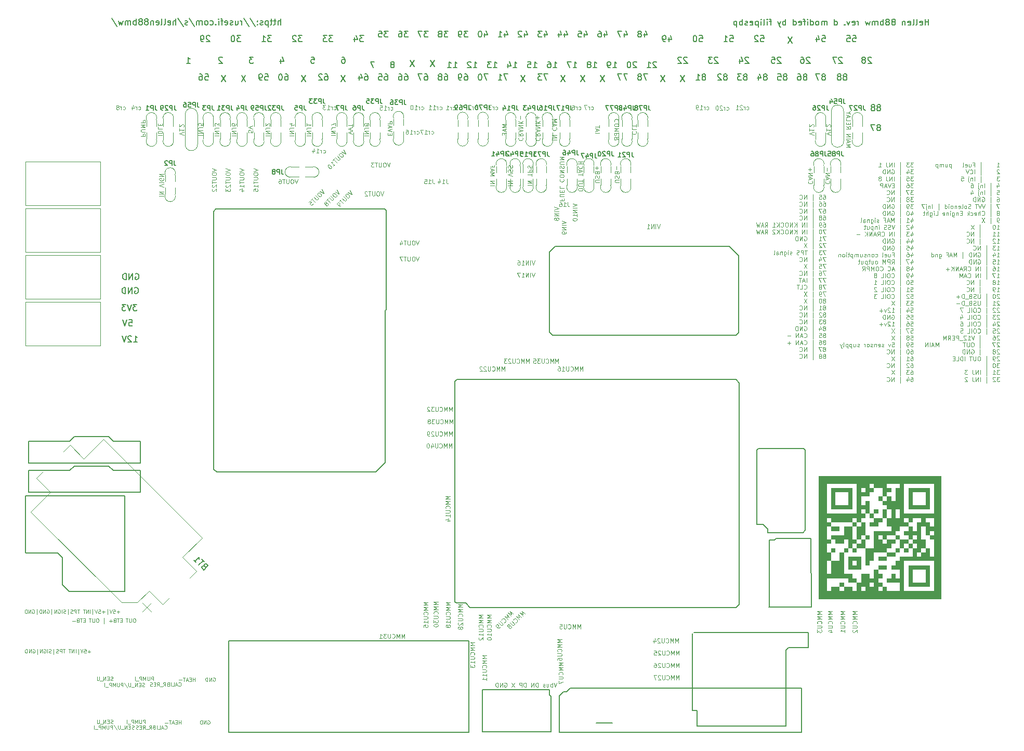
<source format=gbo>
G04 #@! TF.GenerationSoftware,KiCad,Pcbnew,8.0.9-8.0.9-0~ubuntu24.04.1*
G04 #@! TF.CreationDate,2025-03-13T12:44:27+00:00*
G04 #@! TF.ProjectId,hellen88m42bmw,68656c6c-656e-4383-986d-3432626d772e,B*
G04 #@! TF.SameCoordinates,PX3d1b110PY9269338*
G04 #@! TF.FileFunction,Legend,Bot*
G04 #@! TF.FilePolarity,Positive*
%FSLAX46Y46*%
G04 Gerber Fmt 4.6, Leading zero omitted, Abs format (unit mm)*
G04 Created by KiCad (PCBNEW 8.0.9-8.0.9-0~ubuntu24.04.1) date 2025-03-13 12:44:27*
%MOMM*%
%LPD*%
G01*
G04 APERTURE LIST*
%ADD10C,0.150000*%
%ADD11C,0.100000*%
%ADD12C,0.127000*%
%ADD13C,0.120000*%
%ADD14C,0.099060*%
%ADD15C,0.200000*%
%ADD16C,0.000000*%
G04 APERTURE END LIST*
D10*
X67009332Y109818181D02*
X66342666Y108818181D01*
X66342666Y109818181D02*
X67009332Y108818181D01*
D11*
X130774033Y90139667D02*
X130740700Y90106334D01*
X130740700Y90106334D02*
X130707366Y90006334D01*
X130707366Y90006334D02*
X130707366Y89939667D01*
X130707366Y89939667D02*
X130740700Y89839667D01*
X130740700Y89839667D02*
X130807366Y89773000D01*
X130807366Y89773000D02*
X130874033Y89739667D01*
X130874033Y89739667D02*
X131007366Y89706334D01*
X131007366Y89706334D02*
X131107366Y89706334D01*
X131107366Y89706334D02*
X131240700Y89739667D01*
X131240700Y89739667D02*
X131307366Y89773000D01*
X131307366Y89773000D02*
X131374033Y89839667D01*
X131374033Y89839667D02*
X131407366Y89939667D01*
X131407366Y89939667D02*
X131407366Y90006334D01*
X131407366Y90006334D02*
X131374033Y90106334D01*
X131374033Y90106334D02*
X131340700Y90139667D01*
X130907366Y90406334D02*
X130907366Y90739667D01*
X130707366Y90339667D02*
X131407366Y90573000D01*
X131407366Y90573000D02*
X130707366Y90806334D01*
X130707366Y91039667D02*
X131407366Y91039667D01*
X131407366Y91039667D02*
X130707366Y91439667D01*
X130707366Y91439667D02*
X131407366Y91439667D01*
X130974033Y91773000D02*
X130974033Y92306333D01*
D10*
X32461713Y110222943D02*
X32414094Y110270562D01*
X32414094Y110270562D02*
X32318856Y110318181D01*
X32318856Y110318181D02*
X32080761Y110318181D01*
X32080761Y110318181D02*
X31985523Y110270562D01*
X31985523Y110270562D02*
X31937904Y110222943D01*
X31937904Y110222943D02*
X31890285Y110127705D01*
X31890285Y110127705D02*
X31890285Y110032467D01*
X31890285Y110032467D02*
X31937904Y109889610D01*
X31937904Y109889610D02*
X32509332Y109318181D01*
X32509332Y109318181D02*
X31890285Y109318181D01*
X52509332Y107318181D02*
X51842666Y106318181D01*
X51842666Y107318181D02*
X52509332Y106318181D01*
D11*
X30083142Y2222058D02*
X30140285Y2250629D01*
X30140285Y2250629D02*
X30225999Y2250629D01*
X30225999Y2250629D02*
X30311713Y2222058D01*
X30311713Y2222058D02*
X30368856Y2164915D01*
X30368856Y2164915D02*
X30397427Y2107772D01*
X30397427Y2107772D02*
X30425999Y1993486D01*
X30425999Y1993486D02*
X30425999Y1907772D01*
X30425999Y1907772D02*
X30397427Y1793486D01*
X30397427Y1793486D02*
X30368856Y1736343D01*
X30368856Y1736343D02*
X30311713Y1679200D01*
X30311713Y1679200D02*
X30225999Y1650629D01*
X30225999Y1650629D02*
X30168856Y1650629D01*
X30168856Y1650629D02*
X30083142Y1679200D01*
X30083142Y1679200D02*
X30054570Y1707772D01*
X30054570Y1707772D02*
X30054570Y1907772D01*
X30054570Y1907772D02*
X30168856Y1907772D01*
X29797427Y1650629D02*
X29797427Y2250629D01*
X29797427Y2250629D02*
X29454570Y1650629D01*
X29454570Y1650629D02*
X29454570Y2250629D01*
X29168856Y1650629D02*
X29168856Y2250629D01*
X29168856Y2250629D02*
X29025999Y2250629D01*
X29025999Y2250629D02*
X28940285Y2222058D01*
X28940285Y2222058D02*
X28883142Y2164915D01*
X28883142Y2164915D02*
X28854571Y2107772D01*
X28854571Y2107772D02*
X28825999Y1993486D01*
X28825999Y1993486D02*
X28825999Y1907772D01*
X28825999Y1907772D02*
X28854571Y1793486D01*
X28854571Y1793486D02*
X28883142Y1736343D01*
X28883142Y1736343D02*
X28940285Y1679200D01*
X28940285Y1679200D02*
X29025999Y1650629D01*
X29025999Y1650629D02*
X29168856Y1650629D01*
X127974033Y90139667D02*
X127940700Y90106334D01*
X127940700Y90106334D02*
X127907366Y90006334D01*
X127907366Y90006334D02*
X127907366Y89939667D01*
X127907366Y89939667D02*
X127940700Y89839667D01*
X127940700Y89839667D02*
X128007366Y89773000D01*
X128007366Y89773000D02*
X128074033Y89739667D01*
X128074033Y89739667D02*
X128207366Y89706334D01*
X128207366Y89706334D02*
X128307366Y89706334D01*
X128307366Y89706334D02*
X128440700Y89739667D01*
X128440700Y89739667D02*
X128507366Y89773000D01*
X128507366Y89773000D02*
X128574033Y89839667D01*
X128574033Y89839667D02*
X128607366Y89939667D01*
X128607366Y89939667D02*
X128607366Y90006334D01*
X128607366Y90006334D02*
X128574033Y90106334D01*
X128574033Y90106334D02*
X128540700Y90139667D01*
X128107366Y90406334D02*
X128107366Y90739667D01*
X127907366Y90339667D02*
X128607366Y90573000D01*
X128607366Y90573000D02*
X127907366Y90806334D01*
X127907366Y91039667D02*
X128607366Y91039667D01*
X128607366Y91039667D02*
X127907366Y91439667D01*
X127907366Y91439667D02*
X128607366Y91439667D01*
X128174033Y91773000D02*
X128174033Y92306333D01*
X127907366Y92039667D02*
X128440700Y92039667D01*
D10*
X130164095Y113818181D02*
X130640285Y113818181D01*
X130640285Y113818181D02*
X130687904Y113341991D01*
X130687904Y113341991D02*
X130640285Y113389610D01*
X130640285Y113389610D02*
X130545047Y113437229D01*
X130545047Y113437229D02*
X130306952Y113437229D01*
X130306952Y113437229D02*
X130211714Y113389610D01*
X130211714Y113389610D02*
X130164095Y113341991D01*
X130164095Y113341991D02*
X130116476Y113246753D01*
X130116476Y113246753D02*
X130116476Y113008658D01*
X130116476Y113008658D02*
X130164095Y112913420D01*
X130164095Y112913420D02*
X130211714Y112865800D01*
X130211714Y112865800D02*
X130306952Y112818181D01*
X130306952Y112818181D02*
X130545047Y112818181D01*
X130545047Y112818181D02*
X130640285Y112865800D01*
X130640285Y112865800D02*
X130687904Y112913420D01*
X129259333Y113484848D02*
X129259333Y112818181D01*
X129497428Y113865800D02*
X129735523Y113151515D01*
X129735523Y113151515D02*
X129116476Y113151515D01*
X91461714Y114234848D02*
X91461714Y113568181D01*
X91699809Y114615800D02*
X91937904Y113901515D01*
X91937904Y113901515D02*
X91318857Y113901515D01*
X90461714Y114568181D02*
X90937904Y114568181D01*
X90937904Y114568181D02*
X90985523Y114091991D01*
X90985523Y114091991D02*
X90937904Y114139610D01*
X90937904Y114139610D02*
X90842666Y114187229D01*
X90842666Y114187229D02*
X90604571Y114187229D01*
X90604571Y114187229D02*
X90509333Y114139610D01*
X90509333Y114139610D02*
X90461714Y114091991D01*
X90461714Y114091991D02*
X90414095Y113996753D01*
X90414095Y113996753D02*
X90414095Y113758658D01*
X90414095Y113758658D02*
X90461714Y113663420D01*
X90461714Y113663420D02*
X90509333Y113615800D01*
X90509333Y113615800D02*
X90604571Y113568181D01*
X90604571Y113568181D02*
X90842666Y113568181D01*
X90842666Y113568181D02*
X90937904Y113615800D01*
X90937904Y113615800D02*
X90985523Y113663420D01*
X72485523Y114568181D02*
X71866476Y114568181D01*
X71866476Y114568181D02*
X72199809Y114187229D01*
X72199809Y114187229D02*
X72056952Y114187229D01*
X72056952Y114187229D02*
X71961714Y114139610D01*
X71961714Y114139610D02*
X71914095Y114091991D01*
X71914095Y114091991D02*
X71866476Y113996753D01*
X71866476Y113996753D02*
X71866476Y113758658D01*
X71866476Y113758658D02*
X71914095Y113663420D01*
X71914095Y113663420D02*
X71961714Y113615800D01*
X71961714Y113615800D02*
X72056952Y113568181D01*
X72056952Y113568181D02*
X72342666Y113568181D01*
X72342666Y113568181D02*
X72437904Y113615800D01*
X72437904Y113615800D02*
X72485523Y113663420D01*
X71390285Y113568181D02*
X71199809Y113568181D01*
X71199809Y113568181D02*
X71104571Y113615800D01*
X71104571Y113615800D02*
X71056952Y113663420D01*
X71056952Y113663420D02*
X70961714Y113806277D01*
X70961714Y113806277D02*
X70914095Y113996753D01*
X70914095Y113996753D02*
X70914095Y114377705D01*
X70914095Y114377705D02*
X70961714Y114472943D01*
X70961714Y114472943D02*
X71009333Y114520562D01*
X71009333Y114520562D02*
X71104571Y114568181D01*
X71104571Y114568181D02*
X71295047Y114568181D01*
X71295047Y114568181D02*
X71390285Y114520562D01*
X71390285Y114520562D02*
X71437904Y114472943D01*
X71437904Y114472943D02*
X71485523Y114377705D01*
X71485523Y114377705D02*
X71485523Y114139610D01*
X71485523Y114139610D02*
X71437904Y114044372D01*
X71437904Y114044372D02*
X71390285Y113996753D01*
X71390285Y113996753D02*
X71295047Y113949134D01*
X71295047Y113949134D02*
X71104571Y113949134D01*
X71104571Y113949134D02*
X71009333Y113996753D01*
X71009333Y113996753D02*
X70961714Y114044372D01*
X70961714Y114044372D02*
X70914095Y114139610D01*
X63759332Y109818181D02*
X63092666Y108818181D01*
X63092666Y109818181D02*
X63759332Y108818181D01*
D11*
X14625999Y8779200D02*
X14540285Y8750629D01*
X14540285Y8750629D02*
X14397427Y8750629D01*
X14397427Y8750629D02*
X14340285Y8779200D01*
X14340285Y8779200D02*
X14311713Y8807772D01*
X14311713Y8807772D02*
X14283142Y8864915D01*
X14283142Y8864915D02*
X14283142Y8922058D01*
X14283142Y8922058D02*
X14311713Y8979200D01*
X14311713Y8979200D02*
X14340285Y9007772D01*
X14340285Y9007772D02*
X14397427Y9036343D01*
X14397427Y9036343D02*
X14511713Y9064915D01*
X14511713Y9064915D02*
X14568856Y9093486D01*
X14568856Y9093486D02*
X14597427Y9122058D01*
X14597427Y9122058D02*
X14625999Y9179200D01*
X14625999Y9179200D02*
X14625999Y9236343D01*
X14625999Y9236343D02*
X14597427Y9293486D01*
X14597427Y9293486D02*
X14568856Y9322058D01*
X14568856Y9322058D02*
X14511713Y9350629D01*
X14511713Y9350629D02*
X14368856Y9350629D01*
X14368856Y9350629D02*
X14283142Y9322058D01*
X14025998Y9064915D02*
X13825998Y9064915D01*
X13740284Y8750629D02*
X14025998Y8750629D01*
X14025998Y8750629D02*
X14025998Y9350629D01*
X14025998Y9350629D02*
X13740284Y9350629D01*
X13483141Y8750629D02*
X13483141Y9350629D01*
X13483141Y9350629D02*
X13140284Y8750629D01*
X13140284Y8750629D02*
X13140284Y9350629D01*
X12997428Y8693486D02*
X12540285Y8693486D01*
X12397427Y9350629D02*
X12397427Y8864915D01*
X12397427Y8864915D02*
X12368856Y8807772D01*
X12368856Y8807772D02*
X12340285Y8779200D01*
X12340285Y8779200D02*
X12283142Y8750629D01*
X12283142Y8750629D02*
X12168856Y8750629D01*
X12168856Y8750629D02*
X12111713Y8779200D01*
X12111713Y8779200D02*
X12083142Y8807772D01*
X12083142Y8807772D02*
X12054570Y8864915D01*
X12054570Y8864915D02*
X12054570Y9350629D01*
X18175999Y18850629D02*
X18061713Y18850629D01*
X18061713Y18850629D02*
X18004570Y18822058D01*
X18004570Y18822058D02*
X17947427Y18764915D01*
X17947427Y18764915D02*
X17918856Y18650629D01*
X17918856Y18650629D02*
X17918856Y18450629D01*
X17918856Y18450629D02*
X17947427Y18336343D01*
X17947427Y18336343D02*
X18004570Y18279200D01*
X18004570Y18279200D02*
X18061713Y18250629D01*
X18061713Y18250629D02*
X18175999Y18250629D01*
X18175999Y18250629D02*
X18233142Y18279200D01*
X18233142Y18279200D02*
X18290284Y18336343D01*
X18290284Y18336343D02*
X18318856Y18450629D01*
X18318856Y18450629D02*
X18318856Y18650629D01*
X18318856Y18650629D02*
X18290284Y18764915D01*
X18290284Y18764915D02*
X18233142Y18822058D01*
X18233142Y18822058D02*
X18175999Y18850629D01*
X17661713Y18850629D02*
X17661713Y18364915D01*
X17661713Y18364915D02*
X17633142Y18307772D01*
X17633142Y18307772D02*
X17604571Y18279200D01*
X17604571Y18279200D02*
X17547428Y18250629D01*
X17547428Y18250629D02*
X17433142Y18250629D01*
X17433142Y18250629D02*
X17375999Y18279200D01*
X17375999Y18279200D02*
X17347428Y18307772D01*
X17347428Y18307772D02*
X17318856Y18364915D01*
X17318856Y18364915D02*
X17318856Y18850629D01*
X17118857Y18850629D02*
X16776000Y18850629D01*
X16947428Y18250629D02*
X16947428Y18850629D01*
X16118856Y18564915D02*
X15918856Y18564915D01*
X15833142Y18250629D02*
X16118856Y18250629D01*
X16118856Y18250629D02*
X16118856Y18850629D01*
X16118856Y18850629D02*
X15833142Y18850629D01*
X15661714Y18850629D02*
X15318857Y18850629D01*
X15490285Y18250629D02*
X15490285Y18850629D01*
X14918856Y18564915D02*
X14833142Y18536343D01*
X14833142Y18536343D02*
X14804571Y18507772D01*
X14804571Y18507772D02*
X14775999Y18450629D01*
X14775999Y18450629D02*
X14775999Y18364915D01*
X14775999Y18364915D02*
X14804571Y18307772D01*
X14804571Y18307772D02*
X14833142Y18279200D01*
X14833142Y18279200D02*
X14890285Y18250629D01*
X14890285Y18250629D02*
X15118856Y18250629D01*
X15118856Y18250629D02*
X15118856Y18850629D01*
X15118856Y18850629D02*
X14918856Y18850629D01*
X14918856Y18850629D02*
X14861714Y18822058D01*
X14861714Y18822058D02*
X14833142Y18793486D01*
X14833142Y18793486D02*
X14804571Y18736343D01*
X14804571Y18736343D02*
X14804571Y18679200D01*
X14804571Y18679200D02*
X14833142Y18622058D01*
X14833142Y18622058D02*
X14861714Y18593486D01*
X14861714Y18593486D02*
X14918856Y18564915D01*
X14918856Y18564915D02*
X15118856Y18564915D01*
X14518856Y18479200D02*
X14061714Y18479200D01*
X14290285Y18250629D02*
X14290285Y18707772D01*
X13175999Y18050629D02*
X13175999Y18907772D01*
X12175999Y18850629D02*
X12061713Y18850629D01*
X12061713Y18850629D02*
X12004570Y18822058D01*
X12004570Y18822058D02*
X11947427Y18764915D01*
X11947427Y18764915D02*
X11918856Y18650629D01*
X11918856Y18650629D02*
X11918856Y18450629D01*
X11918856Y18450629D02*
X11947427Y18336343D01*
X11947427Y18336343D02*
X12004570Y18279200D01*
X12004570Y18279200D02*
X12061713Y18250629D01*
X12061713Y18250629D02*
X12175999Y18250629D01*
X12175999Y18250629D02*
X12233142Y18279200D01*
X12233142Y18279200D02*
X12290284Y18336343D01*
X12290284Y18336343D02*
X12318856Y18450629D01*
X12318856Y18450629D02*
X12318856Y18650629D01*
X12318856Y18650629D02*
X12290284Y18764915D01*
X12290284Y18764915D02*
X12233142Y18822058D01*
X12233142Y18822058D02*
X12175999Y18850629D01*
X11661713Y18850629D02*
X11661713Y18364915D01*
X11661713Y18364915D02*
X11633142Y18307772D01*
X11633142Y18307772D02*
X11604571Y18279200D01*
X11604571Y18279200D02*
X11547428Y18250629D01*
X11547428Y18250629D02*
X11433142Y18250629D01*
X11433142Y18250629D02*
X11375999Y18279200D01*
X11375999Y18279200D02*
X11347428Y18307772D01*
X11347428Y18307772D02*
X11318856Y18364915D01*
X11318856Y18364915D02*
X11318856Y18850629D01*
X11118857Y18850629D02*
X10776000Y18850629D01*
X10947428Y18250629D02*
X10947428Y18850629D01*
X10118856Y18564915D02*
X9918856Y18564915D01*
X9833142Y18250629D02*
X10118856Y18250629D01*
X10118856Y18250629D02*
X10118856Y18850629D01*
X10118856Y18850629D02*
X9833142Y18850629D01*
X9661714Y18850629D02*
X9318857Y18850629D01*
X9490285Y18250629D02*
X9490285Y18850629D01*
X8918856Y18564915D02*
X8833142Y18536343D01*
X8833142Y18536343D02*
X8804571Y18507772D01*
X8804571Y18507772D02*
X8775999Y18450629D01*
X8775999Y18450629D02*
X8775999Y18364915D01*
X8775999Y18364915D02*
X8804571Y18307772D01*
X8804571Y18307772D02*
X8833142Y18279200D01*
X8833142Y18279200D02*
X8890285Y18250629D01*
X8890285Y18250629D02*
X9118856Y18250629D01*
X9118856Y18250629D02*
X9118856Y18850629D01*
X9118856Y18850629D02*
X8918856Y18850629D01*
X8918856Y18850629D02*
X8861714Y18822058D01*
X8861714Y18822058D02*
X8833142Y18793486D01*
X8833142Y18793486D02*
X8804571Y18736343D01*
X8804571Y18736343D02*
X8804571Y18679200D01*
X8804571Y18679200D02*
X8833142Y18622058D01*
X8833142Y18622058D02*
X8861714Y18593486D01*
X8861714Y18593486D02*
X8918856Y18564915D01*
X8918856Y18564915D02*
X9118856Y18564915D01*
X8518856Y18479200D02*
X8061714Y18479200D01*
X55607366Y97556334D02*
X56307366Y97556334D01*
X55607366Y97889667D02*
X56307366Y97889667D01*
X56307366Y97889667D02*
X55607366Y98289667D01*
X55607366Y98289667D02*
X56307366Y98289667D01*
X56307366Y98823000D02*
X55807366Y98823000D01*
X55807366Y98823000D02*
X55707366Y98789667D01*
X55707366Y98789667D02*
X55640700Y98723000D01*
X55640700Y98723000D02*
X55607366Y98623000D01*
X55607366Y98623000D02*
X55607366Y98556333D01*
X56007366Y99256333D02*
X56040700Y99189666D01*
X56040700Y99189666D02*
X56074033Y99156333D01*
X56074033Y99156333D02*
X56140700Y99123000D01*
X56140700Y99123000D02*
X56174033Y99123000D01*
X56174033Y99123000D02*
X56240700Y99156333D01*
X56240700Y99156333D02*
X56274033Y99189666D01*
X56274033Y99189666D02*
X56307366Y99256333D01*
X56307366Y99256333D02*
X56307366Y99389666D01*
X56307366Y99389666D02*
X56274033Y99456333D01*
X56274033Y99456333D02*
X56240700Y99489666D01*
X56240700Y99489666D02*
X56174033Y99523000D01*
X56174033Y99523000D02*
X56140700Y99523000D01*
X56140700Y99523000D02*
X56074033Y99489666D01*
X56074033Y99489666D02*
X56040700Y99456333D01*
X56040700Y99456333D02*
X56007366Y99389666D01*
X56007366Y99389666D02*
X56007366Y99256333D01*
X56007366Y99256333D02*
X55974033Y99189666D01*
X55974033Y99189666D02*
X55940700Y99156333D01*
X55940700Y99156333D02*
X55874033Y99123000D01*
X55874033Y99123000D02*
X55740700Y99123000D01*
X55740700Y99123000D02*
X55674033Y99156333D01*
X55674033Y99156333D02*
X55640700Y99189666D01*
X55640700Y99189666D02*
X55607366Y99256333D01*
X55607366Y99256333D02*
X55607366Y99389666D01*
X55607366Y99389666D02*
X55640700Y99456333D01*
X55640700Y99456333D02*
X55674033Y99489666D01*
X55674033Y99489666D02*
X55740700Y99523000D01*
X55740700Y99523000D02*
X55874033Y99523000D01*
X55874033Y99523000D02*
X55940700Y99489666D01*
X55940700Y99489666D02*
X55974033Y99456333D01*
X55974033Y99456333D02*
X56007366Y99389666D01*
X19768856Y7779200D02*
X19683142Y7750629D01*
X19683142Y7750629D02*
X19540284Y7750629D01*
X19540284Y7750629D02*
X19483142Y7779200D01*
X19483142Y7779200D02*
X19454570Y7807772D01*
X19454570Y7807772D02*
X19425999Y7864915D01*
X19425999Y7864915D02*
X19425999Y7922058D01*
X19425999Y7922058D02*
X19454570Y7979200D01*
X19454570Y7979200D02*
X19483142Y8007772D01*
X19483142Y8007772D02*
X19540284Y8036343D01*
X19540284Y8036343D02*
X19654570Y8064915D01*
X19654570Y8064915D02*
X19711713Y8093486D01*
X19711713Y8093486D02*
X19740284Y8122058D01*
X19740284Y8122058D02*
X19768856Y8179200D01*
X19768856Y8179200D02*
X19768856Y8236343D01*
X19768856Y8236343D02*
X19740284Y8293486D01*
X19740284Y8293486D02*
X19711713Y8322058D01*
X19711713Y8322058D02*
X19654570Y8350629D01*
X19654570Y8350629D02*
X19511713Y8350629D01*
X19511713Y8350629D02*
X19425999Y8322058D01*
X19168855Y8064915D02*
X18968855Y8064915D01*
X18883141Y7750629D02*
X19168855Y7750629D01*
X19168855Y7750629D02*
X19168855Y8350629D01*
X19168855Y8350629D02*
X18883141Y8350629D01*
X18625998Y7750629D02*
X18625998Y8350629D01*
X18625998Y8350629D02*
X18283141Y7750629D01*
X18283141Y7750629D02*
X18283141Y8350629D01*
X18140285Y7693486D02*
X17683142Y7693486D01*
X17540284Y8350629D02*
X17540284Y7864915D01*
X17540284Y7864915D02*
X17511713Y7807772D01*
X17511713Y7807772D02*
X17483142Y7779200D01*
X17483142Y7779200D02*
X17425999Y7750629D01*
X17425999Y7750629D02*
X17311713Y7750629D01*
X17311713Y7750629D02*
X17254570Y7779200D01*
X17254570Y7779200D02*
X17225999Y7807772D01*
X17225999Y7807772D02*
X17197427Y7864915D01*
X17197427Y7864915D02*
X17197427Y8350629D01*
X16483142Y8379200D02*
X16997428Y7607772D01*
X16283142Y7750629D02*
X16283142Y8350629D01*
X16283142Y8350629D02*
X16054571Y8350629D01*
X16054571Y8350629D02*
X15997428Y8322058D01*
X15997428Y8322058D02*
X15968857Y8293486D01*
X15968857Y8293486D02*
X15940285Y8236343D01*
X15940285Y8236343D02*
X15940285Y8150629D01*
X15940285Y8150629D02*
X15968857Y8093486D01*
X15968857Y8093486D02*
X15997428Y8064915D01*
X15997428Y8064915D02*
X16054571Y8036343D01*
X16054571Y8036343D02*
X16283142Y8036343D01*
X15683142Y8350629D02*
X15683142Y7864915D01*
X15683142Y7864915D02*
X15654571Y7807772D01*
X15654571Y7807772D02*
X15626000Y7779200D01*
X15626000Y7779200D02*
X15568857Y7750629D01*
X15568857Y7750629D02*
X15454571Y7750629D01*
X15454571Y7750629D02*
X15397428Y7779200D01*
X15397428Y7779200D02*
X15368857Y7807772D01*
X15368857Y7807772D02*
X15340285Y7864915D01*
X15340285Y7864915D02*
X15340285Y8350629D01*
X15054571Y7750629D02*
X15054571Y8350629D01*
X15054571Y8350629D02*
X14854571Y7922058D01*
X14854571Y7922058D02*
X14654571Y8350629D01*
X14654571Y8350629D02*
X14654571Y7750629D01*
X14368857Y7750629D02*
X14368857Y8350629D01*
X14368857Y8350629D02*
X14140286Y8350629D01*
X14140286Y8350629D02*
X14083143Y8322058D01*
X14083143Y8322058D02*
X14054572Y8293486D01*
X14054572Y8293486D02*
X14026000Y8236343D01*
X14026000Y8236343D02*
X14026000Y8150629D01*
X14026000Y8150629D02*
X14054572Y8093486D01*
X14054572Y8093486D02*
X14083143Y8064915D01*
X14083143Y8064915D02*
X14140286Y8036343D01*
X14140286Y8036343D02*
X14368857Y8036343D01*
X13911715Y7693486D02*
X13454572Y7693486D01*
X13311714Y7750629D02*
X13311714Y8350629D01*
D10*
X124247428Y107139610D02*
X124342666Y107187229D01*
X124342666Y107187229D02*
X124390285Y107234848D01*
X124390285Y107234848D02*
X124437904Y107330086D01*
X124437904Y107330086D02*
X124437904Y107377705D01*
X124437904Y107377705D02*
X124390285Y107472943D01*
X124390285Y107472943D02*
X124342666Y107520562D01*
X124342666Y107520562D02*
X124247428Y107568181D01*
X124247428Y107568181D02*
X124056952Y107568181D01*
X124056952Y107568181D02*
X123961714Y107520562D01*
X123961714Y107520562D02*
X123914095Y107472943D01*
X123914095Y107472943D02*
X123866476Y107377705D01*
X123866476Y107377705D02*
X123866476Y107330086D01*
X123866476Y107330086D02*
X123914095Y107234848D01*
X123914095Y107234848D02*
X123961714Y107187229D01*
X123961714Y107187229D02*
X124056952Y107139610D01*
X124056952Y107139610D02*
X124247428Y107139610D01*
X124247428Y107139610D02*
X124342666Y107091991D01*
X124342666Y107091991D02*
X124390285Y107044372D01*
X124390285Y107044372D02*
X124437904Y106949134D01*
X124437904Y106949134D02*
X124437904Y106758658D01*
X124437904Y106758658D02*
X124390285Y106663420D01*
X124390285Y106663420D02*
X124342666Y106615800D01*
X124342666Y106615800D02*
X124247428Y106568181D01*
X124247428Y106568181D02*
X124056952Y106568181D01*
X124056952Y106568181D02*
X123961714Y106615800D01*
X123961714Y106615800D02*
X123914095Y106663420D01*
X123914095Y106663420D02*
X123866476Y106758658D01*
X123866476Y106758658D02*
X123866476Y106949134D01*
X123866476Y106949134D02*
X123914095Y107044372D01*
X123914095Y107044372D02*
X123961714Y107091991D01*
X123961714Y107091991D02*
X124056952Y107139610D01*
X122961714Y107568181D02*
X123437904Y107568181D01*
X123437904Y107568181D02*
X123485523Y107091991D01*
X123485523Y107091991D02*
X123437904Y107139610D01*
X123437904Y107139610D02*
X123342666Y107187229D01*
X123342666Y107187229D02*
X123104571Y107187229D01*
X123104571Y107187229D02*
X123009333Y107139610D01*
X123009333Y107139610D02*
X122961714Y107091991D01*
X122961714Y107091991D02*
X122914095Y106996753D01*
X122914095Y106996753D02*
X122914095Y106758658D01*
X122914095Y106758658D02*
X122961714Y106663420D01*
X122961714Y106663420D02*
X123009333Y106615800D01*
X123009333Y106615800D02*
X123104571Y106568181D01*
X123104571Y106568181D02*
X123342666Y106568181D01*
X123342666Y106568181D02*
X123437904Y106615800D01*
X123437904Y106615800D02*
X123485523Y106663420D01*
X76616476Y108568181D02*
X77187904Y108568181D01*
X76902190Y108568181D02*
X76902190Y109568181D01*
X76902190Y109568181D02*
X76997428Y109425324D01*
X76997428Y109425324D02*
X77092666Y109330086D01*
X77092666Y109330086D02*
X77187904Y109282467D01*
X76283142Y109568181D02*
X75664095Y109568181D01*
X75664095Y109568181D02*
X75997428Y109187229D01*
X75997428Y109187229D02*
X75854571Y109187229D01*
X75854571Y109187229D02*
X75759333Y109139610D01*
X75759333Y109139610D02*
X75711714Y109091991D01*
X75711714Y109091991D02*
X75664095Y108996753D01*
X75664095Y108996753D02*
X75664095Y108758658D01*
X75664095Y108758658D02*
X75711714Y108663420D01*
X75711714Y108663420D02*
X75759333Y108615800D01*
X75759333Y108615800D02*
X75854571Y108568181D01*
X75854571Y108568181D02*
X76140285Y108568181D01*
X76140285Y108568181D02*
X76235523Y108615800D01*
X76235523Y108615800D02*
X76283142Y108663420D01*
X46009332Y107318181D02*
X45342666Y106318181D01*
X45342666Y107318181D02*
X46009332Y106318181D01*
D11*
X19207366Y97423001D02*
X19907366Y97423001D01*
X19907366Y97423001D02*
X19907366Y97689668D01*
X19907366Y97689668D02*
X19874033Y97756334D01*
X19874033Y97756334D02*
X19840700Y97789668D01*
X19840700Y97789668D02*
X19774033Y97823001D01*
X19774033Y97823001D02*
X19674033Y97823001D01*
X19674033Y97823001D02*
X19607366Y97789668D01*
X19607366Y97789668D02*
X19574033Y97756334D01*
X19574033Y97756334D02*
X19540700Y97689668D01*
X19540700Y97689668D02*
X19540700Y97423001D01*
X19907366Y98123001D02*
X19340700Y98123001D01*
X19340700Y98123001D02*
X19274033Y98156334D01*
X19274033Y98156334D02*
X19240700Y98189668D01*
X19240700Y98189668D02*
X19207366Y98256334D01*
X19207366Y98256334D02*
X19207366Y98389668D01*
X19207366Y98389668D02*
X19240700Y98456334D01*
X19240700Y98456334D02*
X19274033Y98489668D01*
X19274033Y98489668D02*
X19340700Y98523001D01*
X19340700Y98523001D02*
X19907366Y98523001D01*
X19207366Y98856334D02*
X19907366Y98856334D01*
X19907366Y98856334D02*
X19407366Y99089667D01*
X19407366Y99089667D02*
X19907366Y99323001D01*
X19907366Y99323001D02*
X19207366Y99323001D01*
X19207366Y99656334D02*
X19907366Y99656334D01*
X19907366Y99656334D02*
X19907366Y99923001D01*
X19907366Y99923001D02*
X19874033Y99989667D01*
X19874033Y99989667D02*
X19840700Y100023001D01*
X19840700Y100023001D02*
X19774033Y100056334D01*
X19774033Y100056334D02*
X19674033Y100056334D01*
X19674033Y100056334D02*
X19607366Y100023001D01*
X19607366Y100023001D02*
X19574033Y99989667D01*
X19574033Y99989667D02*
X19540700Y99923001D01*
X19540700Y99923001D02*
X19540700Y99656334D01*
D10*
X29664095Y107568181D02*
X30140285Y107568181D01*
X30140285Y107568181D02*
X30187904Y107091991D01*
X30187904Y107091991D02*
X30140285Y107139610D01*
X30140285Y107139610D02*
X30045047Y107187229D01*
X30045047Y107187229D02*
X29806952Y107187229D01*
X29806952Y107187229D02*
X29711714Y107139610D01*
X29711714Y107139610D02*
X29664095Y107091991D01*
X29664095Y107091991D02*
X29616476Y106996753D01*
X29616476Y106996753D02*
X29616476Y106758658D01*
X29616476Y106758658D02*
X29664095Y106663420D01*
X29664095Y106663420D02*
X29711714Y106615800D01*
X29711714Y106615800D02*
X29806952Y106568181D01*
X29806952Y106568181D02*
X30045047Y106568181D01*
X30045047Y106568181D02*
X30140285Y106615800D01*
X30140285Y106615800D02*
X30187904Y106663420D01*
X28759333Y107568181D02*
X28949809Y107568181D01*
X28949809Y107568181D02*
X29045047Y107520562D01*
X29045047Y107520562D02*
X29092666Y107472943D01*
X29092666Y107472943D02*
X29187904Y107330086D01*
X29187904Y107330086D02*
X29235523Y107139610D01*
X29235523Y107139610D02*
X29235523Y106758658D01*
X29235523Y106758658D02*
X29187904Y106663420D01*
X29187904Y106663420D02*
X29140285Y106615800D01*
X29140285Y106615800D02*
X29045047Y106568181D01*
X29045047Y106568181D02*
X28854571Y106568181D01*
X28854571Y106568181D02*
X28759333Y106615800D01*
X28759333Y106615800D02*
X28711714Y106663420D01*
X28711714Y106663420D02*
X28664095Y106758658D01*
X28664095Y106758658D02*
X28664095Y106996753D01*
X28664095Y106996753D02*
X28711714Y107091991D01*
X28711714Y107091991D02*
X28759333Y107139610D01*
X28759333Y107139610D02*
X28854571Y107187229D01*
X28854571Y107187229D02*
X29045047Y107187229D01*
X29045047Y107187229D02*
X29140285Y107139610D01*
X29140285Y107139610D02*
X29187904Y107091991D01*
X29187904Y107091991D02*
X29235523Y106996753D01*
D11*
X82207366Y89447371D02*
X82907366Y89447371D01*
X82207366Y89780704D02*
X82907366Y89780704D01*
X82907366Y89780704D02*
X82207366Y90180704D01*
X82207366Y90180704D02*
X82907366Y90180704D01*
X82907366Y90947370D02*
X82907366Y91347370D01*
X82207366Y91147370D02*
X82907366Y91147370D01*
X82207366Y91580703D02*
X82907366Y91580703D01*
X82907366Y91580703D02*
X82907366Y91847370D01*
X82907366Y91847370D02*
X82874033Y91914036D01*
X82874033Y91914036D02*
X82840700Y91947370D01*
X82840700Y91947370D02*
X82774033Y91980703D01*
X82774033Y91980703D02*
X82674033Y91980703D01*
X82674033Y91980703D02*
X82607366Y91947370D01*
X82607366Y91947370D02*
X82574033Y91914036D01*
X82574033Y91914036D02*
X82540700Y91847370D01*
X82540700Y91847370D02*
X82540700Y91580703D01*
X82240700Y92247370D02*
X82207366Y92347370D01*
X82207366Y92347370D02*
X82207366Y92514036D01*
X82207366Y92514036D02*
X82240700Y92580703D01*
X82240700Y92580703D02*
X82274033Y92614036D01*
X82274033Y92614036D02*
X82340700Y92647370D01*
X82340700Y92647370D02*
X82407366Y92647370D01*
X82407366Y92647370D02*
X82474033Y92614036D01*
X82474033Y92614036D02*
X82507366Y92580703D01*
X82507366Y92580703D02*
X82540700Y92514036D01*
X82540700Y92514036D02*
X82574033Y92380703D01*
X82574033Y92380703D02*
X82607366Y92314036D01*
X82607366Y92314036D02*
X82640700Y92280703D01*
X82640700Y92280703D02*
X82707366Y92247370D01*
X82707366Y92247370D02*
X82774033Y92247370D01*
X82774033Y92247370D02*
X82840700Y92280703D01*
X82840700Y92280703D02*
X82874033Y92314036D01*
X82874033Y92314036D02*
X82907366Y92380703D01*
X82907366Y92380703D02*
X82907366Y92547370D01*
X82907366Y92547370D02*
X82874033Y92647370D01*
D10*
X139476344Y98901416D02*
X139571582Y98949035D01*
X139571582Y98949035D02*
X139619201Y98996654D01*
X139619201Y98996654D02*
X139666820Y99091892D01*
X139666820Y99091892D02*
X139666820Y99139511D01*
X139666820Y99139511D02*
X139619201Y99234749D01*
X139619201Y99234749D02*
X139571582Y99282368D01*
X139571582Y99282368D02*
X139476344Y99329987D01*
X139476344Y99329987D02*
X139285868Y99329987D01*
X139285868Y99329987D02*
X139190630Y99282368D01*
X139190630Y99282368D02*
X139143011Y99234749D01*
X139143011Y99234749D02*
X139095392Y99139511D01*
X139095392Y99139511D02*
X139095392Y99091892D01*
X139095392Y99091892D02*
X139143011Y98996654D01*
X139143011Y98996654D02*
X139190630Y98949035D01*
X139190630Y98949035D02*
X139285868Y98901416D01*
X139285868Y98901416D02*
X139476344Y98901416D01*
X139476344Y98901416D02*
X139571582Y98853797D01*
X139571582Y98853797D02*
X139619201Y98806178D01*
X139619201Y98806178D02*
X139666820Y98710940D01*
X139666820Y98710940D02*
X139666820Y98520464D01*
X139666820Y98520464D02*
X139619201Y98425226D01*
X139619201Y98425226D02*
X139571582Y98377606D01*
X139571582Y98377606D02*
X139476344Y98329987D01*
X139476344Y98329987D02*
X139285868Y98329987D01*
X139285868Y98329987D02*
X139190630Y98377606D01*
X139190630Y98377606D02*
X139143011Y98425226D01*
X139143011Y98425226D02*
X139095392Y98520464D01*
X139095392Y98520464D02*
X139095392Y98710940D01*
X139095392Y98710940D02*
X139143011Y98806178D01*
X139143011Y98806178D02*
X139190630Y98853797D01*
X139190630Y98853797D02*
X139285868Y98901416D01*
X138762058Y99329987D02*
X138095392Y99329987D01*
X138095392Y99329987D02*
X138523963Y98329987D01*
X138187904Y110222943D02*
X138140285Y110270562D01*
X138140285Y110270562D02*
X138045047Y110318181D01*
X138045047Y110318181D02*
X137806952Y110318181D01*
X137806952Y110318181D02*
X137711714Y110270562D01*
X137711714Y110270562D02*
X137664095Y110222943D01*
X137664095Y110222943D02*
X137616476Y110127705D01*
X137616476Y110127705D02*
X137616476Y110032467D01*
X137616476Y110032467D02*
X137664095Y109889610D01*
X137664095Y109889610D02*
X138235523Y109318181D01*
X138235523Y109318181D02*
X137616476Y109318181D01*
X137045047Y109889610D02*
X137140285Y109937229D01*
X137140285Y109937229D02*
X137187904Y109984848D01*
X137187904Y109984848D02*
X137235523Y110080086D01*
X137235523Y110080086D02*
X137235523Y110127705D01*
X137235523Y110127705D02*
X137187904Y110222943D01*
X137187904Y110222943D02*
X137140285Y110270562D01*
X137140285Y110270562D02*
X137045047Y110318181D01*
X137045047Y110318181D02*
X136854571Y110318181D01*
X136854571Y110318181D02*
X136759333Y110270562D01*
X136759333Y110270562D02*
X136711714Y110222943D01*
X136711714Y110222943D02*
X136664095Y110127705D01*
X136664095Y110127705D02*
X136664095Y110080086D01*
X136664095Y110080086D02*
X136711714Y109984848D01*
X136711714Y109984848D02*
X136759333Y109937229D01*
X136759333Y109937229D02*
X136854571Y109889610D01*
X136854571Y109889610D02*
X137045047Y109889610D01*
X137045047Y109889610D02*
X137140285Y109841991D01*
X137140285Y109841991D02*
X137187904Y109794372D01*
X137187904Y109794372D02*
X137235523Y109699134D01*
X137235523Y109699134D02*
X137235523Y109508658D01*
X137235523Y109508658D02*
X137187904Y109413420D01*
X137187904Y109413420D02*
X137140285Y109365800D01*
X137140285Y109365800D02*
X137045047Y109318181D01*
X137045047Y109318181D02*
X136854571Y109318181D01*
X136854571Y109318181D02*
X136759333Y109365800D01*
X136759333Y109365800D02*
X136711714Y109413420D01*
X136711714Y109413420D02*
X136664095Y109508658D01*
X136664095Y109508658D02*
X136664095Y109699134D01*
X136664095Y109699134D02*
X136711714Y109794372D01*
X136711714Y109794372D02*
X136759333Y109841991D01*
X136759333Y109841991D02*
X136854571Y109889610D01*
X59485523Y114568181D02*
X58866476Y114568181D01*
X58866476Y114568181D02*
X59199809Y114187229D01*
X59199809Y114187229D02*
X59056952Y114187229D01*
X59056952Y114187229D02*
X58961714Y114139610D01*
X58961714Y114139610D02*
X58914095Y114091991D01*
X58914095Y114091991D02*
X58866476Y113996753D01*
X58866476Y113996753D02*
X58866476Y113758658D01*
X58866476Y113758658D02*
X58914095Y113663420D01*
X58914095Y113663420D02*
X58961714Y113615800D01*
X58961714Y113615800D02*
X59056952Y113568181D01*
X59056952Y113568181D02*
X59342666Y113568181D01*
X59342666Y113568181D02*
X59437904Y113615800D01*
X59437904Y113615800D02*
X59485523Y113663420D01*
X57961714Y114568181D02*
X58437904Y114568181D01*
X58437904Y114568181D02*
X58485523Y114091991D01*
X58485523Y114091991D02*
X58437904Y114139610D01*
X58437904Y114139610D02*
X58342666Y114187229D01*
X58342666Y114187229D02*
X58104571Y114187229D01*
X58104571Y114187229D02*
X58009333Y114139610D01*
X58009333Y114139610D02*
X57961714Y114091991D01*
X57961714Y114091991D02*
X57914095Y113996753D01*
X57914095Y113996753D02*
X57914095Y113758658D01*
X57914095Y113758658D02*
X57961714Y113663420D01*
X57961714Y113663420D02*
X58009333Y113615800D01*
X58009333Y113615800D02*
X58104571Y113568181D01*
X58104571Y113568181D02*
X58342666Y113568181D01*
X58342666Y113568181D02*
X58437904Y113615800D01*
X58437904Y113615800D02*
X58485523Y113663420D01*
D11*
X97107366Y89906334D02*
X96540700Y89906334D01*
X96540700Y89906334D02*
X96474033Y89939667D01*
X96474033Y89939667D02*
X96440700Y89973001D01*
X96440700Y89973001D02*
X96407366Y90039667D01*
X96407366Y90039667D02*
X96407366Y90173001D01*
X96407366Y90173001D02*
X96440700Y90239667D01*
X96440700Y90239667D02*
X96474033Y90273001D01*
X96474033Y90273001D02*
X96540700Y90306334D01*
X96540700Y90306334D02*
X97107366Y90306334D01*
X96440700Y90606334D02*
X96407366Y90706334D01*
X96407366Y90706334D02*
X96407366Y90873000D01*
X96407366Y90873000D02*
X96440700Y90939667D01*
X96440700Y90939667D02*
X96474033Y90973000D01*
X96474033Y90973000D02*
X96540700Y91006334D01*
X96540700Y91006334D02*
X96607366Y91006334D01*
X96607366Y91006334D02*
X96674033Y90973000D01*
X96674033Y90973000D02*
X96707366Y90939667D01*
X96707366Y90939667D02*
X96740700Y90873000D01*
X96740700Y90873000D02*
X96774033Y90739667D01*
X96774033Y90739667D02*
X96807366Y90673000D01*
X96807366Y90673000D02*
X96840700Y90639667D01*
X96840700Y90639667D02*
X96907366Y90606334D01*
X96907366Y90606334D02*
X96974033Y90606334D01*
X96974033Y90606334D02*
X97040700Y90639667D01*
X97040700Y90639667D02*
X97074033Y90673000D01*
X97074033Y90673000D02*
X97107366Y90739667D01*
X97107366Y90739667D02*
X97107366Y90906334D01*
X97107366Y90906334D02*
X97074033Y91006334D01*
X96774033Y91539667D02*
X96740700Y91639667D01*
X96740700Y91639667D02*
X96707366Y91673001D01*
X96707366Y91673001D02*
X96640700Y91706334D01*
X96640700Y91706334D02*
X96540700Y91706334D01*
X96540700Y91706334D02*
X96474033Y91673001D01*
X96474033Y91673001D02*
X96440700Y91639667D01*
X96440700Y91639667D02*
X96407366Y91573001D01*
X96407366Y91573001D02*
X96407366Y91306334D01*
X96407366Y91306334D02*
X97107366Y91306334D01*
X97107366Y91306334D02*
X97107366Y91539667D01*
X97107366Y91539667D02*
X97074033Y91606334D01*
X97074033Y91606334D02*
X97040700Y91639667D01*
X97040700Y91639667D02*
X96974033Y91673001D01*
X96974033Y91673001D02*
X96907366Y91673001D01*
X96907366Y91673001D02*
X96840700Y91639667D01*
X96840700Y91639667D02*
X96807366Y91606334D01*
X96807366Y91606334D02*
X96774033Y91539667D01*
X96774033Y91539667D02*
X96774033Y91306334D01*
X96674033Y92006334D02*
X96674033Y92539667D01*
X76107366Y89398276D02*
X76807366Y89398276D01*
X76107366Y89731609D02*
X76807366Y89731609D01*
X76807366Y89731609D02*
X76107366Y90131609D01*
X76107366Y90131609D02*
X76807366Y90131609D01*
X76107366Y90998275D02*
X76807366Y90998275D01*
X76807366Y90998275D02*
X76307366Y91231608D01*
X76307366Y91231608D02*
X76807366Y91464942D01*
X76807366Y91464942D02*
X76107366Y91464942D01*
X76307366Y91764942D02*
X76307366Y92098275D01*
X76107366Y91698275D02*
X76807366Y91931608D01*
X76807366Y91931608D02*
X76107366Y92164942D01*
X76474033Y92631608D02*
X76474033Y92398275D01*
X76107366Y92398275D02*
X76807366Y92398275D01*
X76807366Y92398275D02*
X76807366Y92731608D01*
D10*
X57259332Y109568181D02*
X56592666Y109568181D01*
X56592666Y109568181D02*
X57021237Y108568181D01*
X130497428Y107139610D02*
X130592666Y107187229D01*
X130592666Y107187229D02*
X130640285Y107234848D01*
X130640285Y107234848D02*
X130687904Y107330086D01*
X130687904Y107330086D02*
X130687904Y107377705D01*
X130687904Y107377705D02*
X130640285Y107472943D01*
X130640285Y107472943D02*
X130592666Y107520562D01*
X130592666Y107520562D02*
X130497428Y107568181D01*
X130497428Y107568181D02*
X130306952Y107568181D01*
X130306952Y107568181D02*
X130211714Y107520562D01*
X130211714Y107520562D02*
X130164095Y107472943D01*
X130164095Y107472943D02*
X130116476Y107377705D01*
X130116476Y107377705D02*
X130116476Y107330086D01*
X130116476Y107330086D02*
X130164095Y107234848D01*
X130164095Y107234848D02*
X130211714Y107187229D01*
X130211714Y107187229D02*
X130306952Y107139610D01*
X130306952Y107139610D02*
X130497428Y107139610D01*
X130497428Y107139610D02*
X130592666Y107091991D01*
X130592666Y107091991D02*
X130640285Y107044372D01*
X130640285Y107044372D02*
X130687904Y106949134D01*
X130687904Y106949134D02*
X130687904Y106758658D01*
X130687904Y106758658D02*
X130640285Y106663420D01*
X130640285Y106663420D02*
X130592666Y106615800D01*
X130592666Y106615800D02*
X130497428Y106568181D01*
X130497428Y106568181D02*
X130306952Y106568181D01*
X130306952Y106568181D02*
X130211714Y106615800D01*
X130211714Y106615800D02*
X130164095Y106663420D01*
X130164095Y106663420D02*
X130116476Y106758658D01*
X130116476Y106758658D02*
X130116476Y106949134D01*
X130116476Y106949134D02*
X130164095Y107044372D01*
X130164095Y107044372D02*
X130211714Y107091991D01*
X130211714Y107091991D02*
X130306952Y107139610D01*
X129783142Y107568181D02*
X129116476Y107568181D01*
X129116476Y107568181D02*
X129545047Y106568181D01*
D11*
X128807366Y97623000D02*
X128107366Y97856333D01*
X128107366Y97856333D02*
X128807366Y98089667D01*
X128107366Y98689667D02*
X128107366Y98289667D01*
X128107366Y98489667D02*
X128807366Y98489667D01*
X128807366Y98489667D02*
X128707366Y98423000D01*
X128707366Y98423000D02*
X128640700Y98356333D01*
X128640700Y98356333D02*
X128607366Y98289667D01*
X128740700Y98956334D02*
X128774033Y98989667D01*
X128774033Y98989667D02*
X128807366Y99056334D01*
X128807366Y99056334D02*
X128807366Y99223000D01*
X128807366Y99223000D02*
X128774033Y99289667D01*
X128774033Y99289667D02*
X128740700Y99323000D01*
X128740700Y99323000D02*
X128674033Y99356334D01*
X128674033Y99356334D02*
X128607366Y99356334D01*
X128607366Y99356334D02*
X128507366Y99323000D01*
X128507366Y99323000D02*
X128107366Y98923000D01*
X128107366Y98923000D02*
X128107366Y99356334D01*
D10*
X45485523Y113818181D02*
X44866476Y113818181D01*
X44866476Y113818181D02*
X45199809Y113437229D01*
X45199809Y113437229D02*
X45056952Y113437229D01*
X45056952Y113437229D02*
X44961714Y113389610D01*
X44961714Y113389610D02*
X44914095Y113341991D01*
X44914095Y113341991D02*
X44866476Y113246753D01*
X44866476Y113246753D02*
X44866476Y113008658D01*
X44866476Y113008658D02*
X44914095Y112913420D01*
X44914095Y112913420D02*
X44961714Y112865800D01*
X44961714Y112865800D02*
X45056952Y112818181D01*
X45056952Y112818181D02*
X45342666Y112818181D01*
X45342666Y112818181D02*
X45437904Y112865800D01*
X45437904Y112865800D02*
X45485523Y112913420D01*
X44485523Y113722943D02*
X44437904Y113770562D01*
X44437904Y113770562D02*
X44342666Y113818181D01*
X44342666Y113818181D02*
X44104571Y113818181D01*
X44104571Y113818181D02*
X44009333Y113770562D01*
X44009333Y113770562D02*
X43961714Y113722943D01*
X43961714Y113722943D02*
X43914095Y113627705D01*
X43914095Y113627705D02*
X43914095Y113532467D01*
X43914095Y113532467D02*
X43961714Y113389610D01*
X43961714Y113389610D02*
X44533142Y112818181D01*
X44533142Y112818181D02*
X43914095Y112818181D01*
D11*
X28555395Y97623513D02*
X29255395Y97623513D01*
X28555395Y97956846D02*
X29255395Y97956846D01*
X29255395Y97956846D02*
X28555395Y98356846D01*
X28555395Y98356846D02*
X29255395Y98356846D01*
X29255395Y98890179D02*
X28755395Y98890179D01*
X28755395Y98890179D02*
X28655395Y98856846D01*
X28655395Y98856846D02*
X28588729Y98790179D01*
X28588729Y98790179D02*
X28555395Y98690179D01*
X28555395Y98690179D02*
X28555395Y98623512D01*
X29255395Y99556845D02*
X29255395Y99223512D01*
X29255395Y99223512D02*
X28922062Y99190179D01*
X28922062Y99190179D02*
X28955395Y99223512D01*
X28955395Y99223512D02*
X28988729Y99290179D01*
X28988729Y99290179D02*
X28988729Y99456845D01*
X28988729Y99456845D02*
X28955395Y99523512D01*
X28955395Y99523512D02*
X28922062Y99556845D01*
X28922062Y99556845D02*
X28855395Y99590179D01*
X28855395Y99590179D02*
X28688729Y99590179D01*
X28688729Y99590179D02*
X28622062Y99556845D01*
X28622062Y99556845D02*
X28588729Y99523512D01*
X28588729Y99523512D02*
X28555395Y99456845D01*
X28555395Y99456845D02*
X28555395Y99290179D01*
X28555395Y99290179D02*
X28588729Y99223512D01*
X28588729Y99223512D02*
X28622062Y99190179D01*
D10*
X120997428Y107139610D02*
X121092666Y107187229D01*
X121092666Y107187229D02*
X121140285Y107234848D01*
X121140285Y107234848D02*
X121187904Y107330086D01*
X121187904Y107330086D02*
X121187904Y107377705D01*
X121187904Y107377705D02*
X121140285Y107472943D01*
X121140285Y107472943D02*
X121092666Y107520562D01*
X121092666Y107520562D02*
X120997428Y107568181D01*
X120997428Y107568181D02*
X120806952Y107568181D01*
X120806952Y107568181D02*
X120711714Y107520562D01*
X120711714Y107520562D02*
X120664095Y107472943D01*
X120664095Y107472943D02*
X120616476Y107377705D01*
X120616476Y107377705D02*
X120616476Y107330086D01*
X120616476Y107330086D02*
X120664095Y107234848D01*
X120664095Y107234848D02*
X120711714Y107187229D01*
X120711714Y107187229D02*
X120806952Y107139610D01*
X120806952Y107139610D02*
X120997428Y107139610D01*
X120997428Y107139610D02*
X121092666Y107091991D01*
X121092666Y107091991D02*
X121140285Y107044372D01*
X121140285Y107044372D02*
X121187904Y106949134D01*
X121187904Y106949134D02*
X121187904Y106758658D01*
X121187904Y106758658D02*
X121140285Y106663420D01*
X121140285Y106663420D02*
X121092666Y106615800D01*
X121092666Y106615800D02*
X120997428Y106568181D01*
X120997428Y106568181D02*
X120806952Y106568181D01*
X120806952Y106568181D02*
X120711714Y106615800D01*
X120711714Y106615800D02*
X120664095Y106663420D01*
X120664095Y106663420D02*
X120616476Y106758658D01*
X120616476Y106758658D02*
X120616476Y106949134D01*
X120616476Y106949134D02*
X120664095Y107044372D01*
X120664095Y107044372D02*
X120711714Y107091991D01*
X120711714Y107091991D02*
X120806952Y107139610D01*
X119759333Y107234848D02*
X119759333Y106568181D01*
X119997428Y107615800D02*
X120235523Y106901515D01*
X120235523Y106901515D02*
X119616476Y106901515D01*
D11*
X59774033Y97623001D02*
X59774033Y97856334D01*
X59407366Y97956334D02*
X59407366Y97623001D01*
X59407366Y97623001D02*
X60107366Y97623001D01*
X60107366Y97623001D02*
X60107366Y97956334D01*
X60107366Y98156334D02*
X59407366Y98389667D01*
X59407366Y98389667D02*
X60107366Y98623001D01*
X59607366Y98823001D02*
X59607366Y99156334D01*
X59407366Y98756334D02*
X60107366Y98989667D01*
X60107366Y98989667D02*
X59407366Y99223001D01*
X59407366Y99456334D02*
X60107366Y99456334D01*
X60107366Y99456334D02*
X60107366Y99723001D01*
X60107366Y99723001D02*
X60074033Y99789667D01*
X60074033Y99789667D02*
X60040700Y99823001D01*
X60040700Y99823001D02*
X59974033Y99856334D01*
X59974033Y99856334D02*
X59874033Y99856334D01*
X59874033Y99856334D02*
X59807366Y99823001D01*
X59807366Y99823001D02*
X59774033Y99789667D01*
X59774033Y99789667D02*
X59740700Y99723001D01*
X59740700Y99723001D02*
X59740700Y99456334D01*
D10*
X69235523Y114568181D02*
X68616476Y114568181D01*
X68616476Y114568181D02*
X68949809Y114187229D01*
X68949809Y114187229D02*
X68806952Y114187229D01*
X68806952Y114187229D02*
X68711714Y114139610D01*
X68711714Y114139610D02*
X68664095Y114091991D01*
X68664095Y114091991D02*
X68616476Y113996753D01*
X68616476Y113996753D02*
X68616476Y113758658D01*
X68616476Y113758658D02*
X68664095Y113663420D01*
X68664095Y113663420D02*
X68711714Y113615800D01*
X68711714Y113615800D02*
X68806952Y113568181D01*
X68806952Y113568181D02*
X69092666Y113568181D01*
X69092666Y113568181D02*
X69187904Y113615800D01*
X69187904Y113615800D02*
X69235523Y113663420D01*
X68045047Y114139610D02*
X68140285Y114187229D01*
X68140285Y114187229D02*
X68187904Y114234848D01*
X68187904Y114234848D02*
X68235523Y114330086D01*
X68235523Y114330086D02*
X68235523Y114377705D01*
X68235523Y114377705D02*
X68187904Y114472943D01*
X68187904Y114472943D02*
X68140285Y114520562D01*
X68140285Y114520562D02*
X68045047Y114568181D01*
X68045047Y114568181D02*
X67854571Y114568181D01*
X67854571Y114568181D02*
X67759333Y114520562D01*
X67759333Y114520562D02*
X67711714Y114472943D01*
X67711714Y114472943D02*
X67664095Y114377705D01*
X67664095Y114377705D02*
X67664095Y114330086D01*
X67664095Y114330086D02*
X67711714Y114234848D01*
X67711714Y114234848D02*
X67759333Y114187229D01*
X67759333Y114187229D02*
X67854571Y114139610D01*
X67854571Y114139610D02*
X68045047Y114139610D01*
X68045047Y114139610D02*
X68140285Y114091991D01*
X68140285Y114091991D02*
X68187904Y114044372D01*
X68187904Y114044372D02*
X68235523Y113949134D01*
X68235523Y113949134D02*
X68235523Y113758658D01*
X68235523Y113758658D02*
X68187904Y113663420D01*
X68187904Y113663420D02*
X68140285Y113615800D01*
X68140285Y113615800D02*
X68045047Y113568181D01*
X68045047Y113568181D02*
X67854571Y113568181D01*
X67854571Y113568181D02*
X67759333Y113615800D01*
X67759333Y113615800D02*
X67711714Y113663420D01*
X67711714Y113663420D02*
X67664095Y113758658D01*
X67664095Y113758658D02*
X67664095Y113949134D01*
X67664095Y113949134D02*
X67711714Y114044372D01*
X67711714Y114044372D02*
X67759333Y114091991D01*
X67759333Y114091991D02*
X67854571Y114139610D01*
D11*
X79007366Y89423001D02*
X79707366Y89423001D01*
X79007366Y89756334D02*
X79707366Y89756334D01*
X79707366Y89756334D02*
X79007366Y90156334D01*
X79007366Y90156334D02*
X79707366Y90156334D01*
X79707366Y90923000D02*
X79007366Y91156333D01*
X79007366Y91156333D02*
X79707366Y91389667D01*
X79040700Y91589667D02*
X79007366Y91689667D01*
X79007366Y91689667D02*
X79007366Y91856333D01*
X79007366Y91856333D02*
X79040700Y91923000D01*
X79040700Y91923000D02*
X79074033Y91956333D01*
X79074033Y91956333D02*
X79140700Y91989667D01*
X79140700Y91989667D02*
X79207366Y91989667D01*
X79207366Y91989667D02*
X79274033Y91956333D01*
X79274033Y91956333D02*
X79307366Y91923000D01*
X79307366Y91923000D02*
X79340700Y91856333D01*
X79340700Y91856333D02*
X79374033Y91723000D01*
X79374033Y91723000D02*
X79407366Y91656333D01*
X79407366Y91656333D02*
X79440700Y91623000D01*
X79440700Y91623000D02*
X79507366Y91589667D01*
X79507366Y91589667D02*
X79574033Y91589667D01*
X79574033Y91589667D02*
X79640700Y91623000D01*
X79640700Y91623000D02*
X79674033Y91656333D01*
X79674033Y91656333D02*
X79707366Y91723000D01*
X79707366Y91723000D02*
X79707366Y91889667D01*
X79707366Y91889667D02*
X79674033Y91989667D01*
X79040700Y92256334D02*
X79007366Y92356334D01*
X79007366Y92356334D02*
X79007366Y92523000D01*
X79007366Y92523000D02*
X79040700Y92589667D01*
X79040700Y92589667D02*
X79074033Y92623000D01*
X79074033Y92623000D02*
X79140700Y92656334D01*
X79140700Y92656334D02*
X79207366Y92656334D01*
X79207366Y92656334D02*
X79274033Y92623000D01*
X79274033Y92623000D02*
X79307366Y92589667D01*
X79307366Y92589667D02*
X79340700Y92523000D01*
X79340700Y92523000D02*
X79374033Y92389667D01*
X79374033Y92389667D02*
X79407366Y92323000D01*
X79407366Y92323000D02*
X79440700Y92289667D01*
X79440700Y92289667D02*
X79507366Y92256334D01*
X79507366Y92256334D02*
X79574033Y92256334D01*
X79574033Y92256334D02*
X79640700Y92289667D01*
X79640700Y92289667D02*
X79674033Y92323000D01*
X79674033Y92323000D02*
X79707366Y92389667D01*
X79707366Y92389667D02*
X79707366Y92556334D01*
X79707366Y92556334D02*
X79674033Y92656334D01*
D10*
X81759332Y107318181D02*
X81092666Y106318181D01*
X81092666Y107318181D02*
X81759332Y106318181D01*
D11*
X86959332Y8404367D02*
X86725999Y7704367D01*
X86725999Y7704367D02*
X86492665Y8404367D01*
X86259332Y7704367D02*
X86259332Y8404367D01*
X86259332Y8137700D02*
X86192665Y8171034D01*
X86192665Y8171034D02*
X86059332Y8171034D01*
X86059332Y8171034D02*
X85992665Y8137700D01*
X85992665Y8137700D02*
X85959332Y8104367D01*
X85959332Y8104367D02*
X85925999Y8037700D01*
X85925999Y8037700D02*
X85925999Y7837700D01*
X85925999Y7837700D02*
X85959332Y7771034D01*
X85959332Y7771034D02*
X85992665Y7737700D01*
X85992665Y7737700D02*
X86059332Y7704367D01*
X86059332Y7704367D02*
X86192665Y7704367D01*
X86192665Y7704367D02*
X86259332Y7737700D01*
X85325999Y8171034D02*
X85325999Y7704367D01*
X85625999Y8171034D02*
X85625999Y7804367D01*
X85625999Y7804367D02*
X85592666Y7737700D01*
X85592666Y7737700D02*
X85525999Y7704367D01*
X85525999Y7704367D02*
X85425999Y7704367D01*
X85425999Y7704367D02*
X85359332Y7737700D01*
X85359332Y7737700D02*
X85325999Y7771034D01*
X85025999Y7737700D02*
X84959333Y7704367D01*
X84959333Y7704367D02*
X84825999Y7704367D01*
X84825999Y7704367D02*
X84759333Y7737700D01*
X84759333Y7737700D02*
X84725999Y7804367D01*
X84725999Y7804367D02*
X84725999Y7837700D01*
X84725999Y7837700D02*
X84759333Y7904367D01*
X84759333Y7904367D02*
X84825999Y7937700D01*
X84825999Y7937700D02*
X84925999Y7937700D01*
X84925999Y7937700D02*
X84992666Y7971034D01*
X84992666Y7971034D02*
X85025999Y8037700D01*
X85025999Y8037700D02*
X85025999Y8071034D01*
X85025999Y8071034D02*
X84992666Y8137700D01*
X84992666Y8137700D02*
X84925999Y8171034D01*
X84925999Y8171034D02*
X84825999Y8171034D01*
X84825999Y8171034D02*
X84759333Y8137700D01*
X83892666Y7704367D02*
X83892666Y8404367D01*
X83892666Y8404367D02*
X83725999Y8404367D01*
X83725999Y8404367D02*
X83625999Y8371034D01*
X83625999Y8371034D02*
X83559333Y8304367D01*
X83559333Y8304367D02*
X83525999Y8237700D01*
X83525999Y8237700D02*
X83492666Y8104367D01*
X83492666Y8104367D02*
X83492666Y8004367D01*
X83492666Y8004367D02*
X83525999Y7871034D01*
X83525999Y7871034D02*
X83559333Y7804367D01*
X83559333Y7804367D02*
X83625999Y7737700D01*
X83625999Y7737700D02*
X83725999Y7704367D01*
X83725999Y7704367D02*
X83892666Y7704367D01*
X83192666Y7704367D02*
X83192666Y8404367D01*
X83192666Y8404367D02*
X82792666Y7704367D01*
X82792666Y7704367D02*
X82792666Y8404367D01*
X81926000Y7704367D02*
X81926000Y8404367D01*
X81926000Y8404367D02*
X81759333Y8404367D01*
X81759333Y8404367D02*
X81659333Y8371034D01*
X81659333Y8371034D02*
X81592667Y8304367D01*
X81592667Y8304367D02*
X81559333Y8237700D01*
X81559333Y8237700D02*
X81526000Y8104367D01*
X81526000Y8104367D02*
X81526000Y8004367D01*
X81526000Y8004367D02*
X81559333Y7871034D01*
X81559333Y7871034D02*
X81592667Y7804367D01*
X81592667Y7804367D02*
X81659333Y7737700D01*
X81659333Y7737700D02*
X81759333Y7704367D01*
X81759333Y7704367D02*
X81926000Y7704367D01*
X81226000Y7704367D02*
X81226000Y8404367D01*
X81226000Y8404367D02*
X80959333Y8404367D01*
X80959333Y8404367D02*
X80892667Y8371034D01*
X80892667Y8371034D02*
X80859333Y8337700D01*
X80859333Y8337700D02*
X80826000Y8271034D01*
X80826000Y8271034D02*
X80826000Y8171034D01*
X80826000Y8171034D02*
X80859333Y8104367D01*
X80859333Y8104367D02*
X80892667Y8071034D01*
X80892667Y8071034D02*
X80959333Y8037700D01*
X80959333Y8037700D02*
X81226000Y8037700D01*
X80059334Y8404367D02*
X79592667Y7704367D01*
X79592667Y8404367D02*
X80059334Y7704367D01*
X78426000Y8371034D02*
X78492667Y8404367D01*
X78492667Y8404367D02*
X78592667Y8404367D01*
X78592667Y8404367D02*
X78692667Y8371034D01*
X78692667Y8371034D02*
X78759334Y8304367D01*
X78759334Y8304367D02*
X78792667Y8237700D01*
X78792667Y8237700D02*
X78826000Y8104367D01*
X78826000Y8104367D02*
X78826000Y8004367D01*
X78826000Y8004367D02*
X78792667Y7871034D01*
X78792667Y7871034D02*
X78759334Y7804367D01*
X78759334Y7804367D02*
X78692667Y7737700D01*
X78692667Y7737700D02*
X78592667Y7704367D01*
X78592667Y7704367D02*
X78526000Y7704367D01*
X78526000Y7704367D02*
X78426000Y7737700D01*
X78426000Y7737700D02*
X78392667Y7771034D01*
X78392667Y7771034D02*
X78392667Y8004367D01*
X78392667Y8004367D02*
X78526000Y8004367D01*
X78092667Y7704367D02*
X78092667Y8404367D01*
X78092667Y8404367D02*
X77692667Y7704367D01*
X77692667Y7704367D02*
X77692667Y8404367D01*
X77359334Y7704367D02*
X77359334Y8404367D01*
X77359334Y8404367D02*
X77192667Y8404367D01*
X77192667Y8404367D02*
X77092667Y8371034D01*
X77092667Y8371034D02*
X77026001Y8304367D01*
X77026001Y8304367D02*
X76992667Y8237700D01*
X76992667Y8237700D02*
X76959334Y8104367D01*
X76959334Y8104367D02*
X76959334Y8004367D01*
X76959334Y8004367D02*
X76992667Y7871034D01*
X76992667Y7871034D02*
X77026001Y7804367D01*
X77026001Y7804367D02*
X77092667Y7737700D01*
X77092667Y7737700D02*
X77192667Y7704367D01*
X77192667Y7704367D02*
X77359334Y7704367D01*
D10*
X39414095Y107568181D02*
X39890285Y107568181D01*
X39890285Y107568181D02*
X39937904Y107091991D01*
X39937904Y107091991D02*
X39890285Y107139610D01*
X39890285Y107139610D02*
X39795047Y107187229D01*
X39795047Y107187229D02*
X39556952Y107187229D01*
X39556952Y107187229D02*
X39461714Y107139610D01*
X39461714Y107139610D02*
X39414095Y107091991D01*
X39414095Y107091991D02*
X39366476Y106996753D01*
X39366476Y106996753D02*
X39366476Y106758658D01*
X39366476Y106758658D02*
X39414095Y106663420D01*
X39414095Y106663420D02*
X39461714Y106615800D01*
X39461714Y106615800D02*
X39556952Y106568181D01*
X39556952Y106568181D02*
X39795047Y106568181D01*
X39795047Y106568181D02*
X39890285Y106615800D01*
X39890285Y106615800D02*
X39937904Y106663420D01*
X38890285Y106568181D02*
X38699809Y106568181D01*
X38699809Y106568181D02*
X38604571Y106615800D01*
X38604571Y106615800D02*
X38556952Y106663420D01*
X38556952Y106663420D02*
X38461714Y106806277D01*
X38461714Y106806277D02*
X38414095Y106996753D01*
X38414095Y106996753D02*
X38414095Y107377705D01*
X38414095Y107377705D02*
X38461714Y107472943D01*
X38461714Y107472943D02*
X38509333Y107520562D01*
X38509333Y107520562D02*
X38604571Y107568181D01*
X38604571Y107568181D02*
X38795047Y107568181D01*
X38795047Y107568181D02*
X38890285Y107520562D01*
X38890285Y107520562D02*
X38937904Y107472943D01*
X38937904Y107472943D02*
X38985523Y107377705D01*
X38985523Y107377705D02*
X38985523Y107139610D01*
X38985523Y107139610D02*
X38937904Y107044372D01*
X38937904Y107044372D02*
X38890285Y106996753D01*
X38890285Y106996753D02*
X38795047Y106949134D01*
X38795047Y106949134D02*
X38604571Y106949134D01*
X38604571Y106949134D02*
X38509333Y106996753D01*
X38509333Y106996753D02*
X38461714Y107044372D01*
X38461714Y107044372D02*
X38414095Y107139610D01*
X50485523Y113818181D02*
X49866476Y113818181D01*
X49866476Y113818181D02*
X50199809Y113437229D01*
X50199809Y113437229D02*
X50056952Y113437229D01*
X50056952Y113437229D02*
X49961714Y113389610D01*
X49961714Y113389610D02*
X49914095Y113341991D01*
X49914095Y113341991D02*
X49866476Y113246753D01*
X49866476Y113246753D02*
X49866476Y113008658D01*
X49866476Y113008658D02*
X49914095Y112913420D01*
X49914095Y112913420D02*
X49961714Y112865800D01*
X49961714Y112865800D02*
X50056952Y112818181D01*
X50056952Y112818181D02*
X50342666Y112818181D01*
X50342666Y112818181D02*
X50437904Y112865800D01*
X50437904Y112865800D02*
X50485523Y112913420D01*
X49533142Y113818181D02*
X48914095Y113818181D01*
X48914095Y113818181D02*
X49247428Y113437229D01*
X49247428Y113437229D02*
X49104571Y113437229D01*
X49104571Y113437229D02*
X49009333Y113389610D01*
X49009333Y113389610D02*
X48961714Y113341991D01*
X48961714Y113341991D02*
X48914095Y113246753D01*
X48914095Y113246753D02*
X48914095Y113008658D01*
X48914095Y113008658D02*
X48961714Y112913420D01*
X48961714Y112913420D02*
X49009333Y112865800D01*
X49009333Y112865800D02*
X49104571Y112818181D01*
X49104571Y112818181D02*
X49390285Y112818181D01*
X49390285Y112818181D02*
X49485523Y112865800D01*
X49485523Y112865800D02*
X49533142Y112913420D01*
X147509334Y115518181D02*
X147509334Y116518181D01*
X147509334Y116041991D02*
X146937906Y116041991D01*
X146937906Y115518181D02*
X146937906Y116518181D01*
X146080763Y115565800D02*
X146176001Y115518181D01*
X146176001Y115518181D02*
X146366477Y115518181D01*
X146366477Y115518181D02*
X146461715Y115565800D01*
X146461715Y115565800D02*
X146509334Y115661039D01*
X146509334Y115661039D02*
X146509334Y116041991D01*
X146509334Y116041991D02*
X146461715Y116137229D01*
X146461715Y116137229D02*
X146366477Y116184848D01*
X146366477Y116184848D02*
X146176001Y116184848D01*
X146176001Y116184848D02*
X146080763Y116137229D01*
X146080763Y116137229D02*
X146033144Y116041991D01*
X146033144Y116041991D02*
X146033144Y115946753D01*
X146033144Y115946753D02*
X146509334Y115851515D01*
X145461715Y115518181D02*
X145556953Y115565800D01*
X145556953Y115565800D02*
X145604572Y115661039D01*
X145604572Y115661039D02*
X145604572Y116518181D01*
X144937905Y115518181D02*
X145033143Y115565800D01*
X145033143Y115565800D02*
X145080762Y115661039D01*
X145080762Y115661039D02*
X145080762Y116518181D01*
X144176000Y115565800D02*
X144271238Y115518181D01*
X144271238Y115518181D02*
X144461714Y115518181D01*
X144461714Y115518181D02*
X144556952Y115565800D01*
X144556952Y115565800D02*
X144604571Y115661039D01*
X144604571Y115661039D02*
X144604571Y116041991D01*
X144604571Y116041991D02*
X144556952Y116137229D01*
X144556952Y116137229D02*
X144461714Y116184848D01*
X144461714Y116184848D02*
X144271238Y116184848D01*
X144271238Y116184848D02*
X144176000Y116137229D01*
X144176000Y116137229D02*
X144128381Y116041991D01*
X144128381Y116041991D02*
X144128381Y115946753D01*
X144128381Y115946753D02*
X144604571Y115851515D01*
X143699809Y116184848D02*
X143699809Y115518181D01*
X143699809Y116089610D02*
X143652190Y116137229D01*
X143652190Y116137229D02*
X143556952Y116184848D01*
X143556952Y116184848D02*
X143414095Y116184848D01*
X143414095Y116184848D02*
X143318857Y116137229D01*
X143318857Y116137229D02*
X143271238Y116041991D01*
X143271238Y116041991D02*
X143271238Y115518181D01*
X141890285Y116089610D02*
X141985523Y116137229D01*
X141985523Y116137229D02*
X142033142Y116184848D01*
X142033142Y116184848D02*
X142080761Y116280086D01*
X142080761Y116280086D02*
X142080761Y116327705D01*
X142080761Y116327705D02*
X142033142Y116422943D01*
X142033142Y116422943D02*
X141985523Y116470562D01*
X141985523Y116470562D02*
X141890285Y116518181D01*
X141890285Y116518181D02*
X141699809Y116518181D01*
X141699809Y116518181D02*
X141604571Y116470562D01*
X141604571Y116470562D02*
X141556952Y116422943D01*
X141556952Y116422943D02*
X141509333Y116327705D01*
X141509333Y116327705D02*
X141509333Y116280086D01*
X141509333Y116280086D02*
X141556952Y116184848D01*
X141556952Y116184848D02*
X141604571Y116137229D01*
X141604571Y116137229D02*
X141699809Y116089610D01*
X141699809Y116089610D02*
X141890285Y116089610D01*
X141890285Y116089610D02*
X141985523Y116041991D01*
X141985523Y116041991D02*
X142033142Y115994372D01*
X142033142Y115994372D02*
X142080761Y115899134D01*
X142080761Y115899134D02*
X142080761Y115708658D01*
X142080761Y115708658D02*
X142033142Y115613420D01*
X142033142Y115613420D02*
X141985523Y115565800D01*
X141985523Y115565800D02*
X141890285Y115518181D01*
X141890285Y115518181D02*
X141699809Y115518181D01*
X141699809Y115518181D02*
X141604571Y115565800D01*
X141604571Y115565800D02*
X141556952Y115613420D01*
X141556952Y115613420D02*
X141509333Y115708658D01*
X141509333Y115708658D02*
X141509333Y115899134D01*
X141509333Y115899134D02*
X141556952Y115994372D01*
X141556952Y115994372D02*
X141604571Y116041991D01*
X141604571Y116041991D02*
X141699809Y116089610D01*
X140937904Y116089610D02*
X141033142Y116137229D01*
X141033142Y116137229D02*
X141080761Y116184848D01*
X141080761Y116184848D02*
X141128380Y116280086D01*
X141128380Y116280086D02*
X141128380Y116327705D01*
X141128380Y116327705D02*
X141080761Y116422943D01*
X141080761Y116422943D02*
X141033142Y116470562D01*
X141033142Y116470562D02*
X140937904Y116518181D01*
X140937904Y116518181D02*
X140747428Y116518181D01*
X140747428Y116518181D02*
X140652190Y116470562D01*
X140652190Y116470562D02*
X140604571Y116422943D01*
X140604571Y116422943D02*
X140556952Y116327705D01*
X140556952Y116327705D02*
X140556952Y116280086D01*
X140556952Y116280086D02*
X140604571Y116184848D01*
X140604571Y116184848D02*
X140652190Y116137229D01*
X140652190Y116137229D02*
X140747428Y116089610D01*
X140747428Y116089610D02*
X140937904Y116089610D01*
X140937904Y116089610D02*
X141033142Y116041991D01*
X141033142Y116041991D02*
X141080761Y115994372D01*
X141080761Y115994372D02*
X141128380Y115899134D01*
X141128380Y115899134D02*
X141128380Y115708658D01*
X141128380Y115708658D02*
X141080761Y115613420D01*
X141080761Y115613420D02*
X141033142Y115565800D01*
X141033142Y115565800D02*
X140937904Y115518181D01*
X140937904Y115518181D02*
X140747428Y115518181D01*
X140747428Y115518181D02*
X140652190Y115565800D01*
X140652190Y115565800D02*
X140604571Y115613420D01*
X140604571Y115613420D02*
X140556952Y115708658D01*
X140556952Y115708658D02*
X140556952Y115899134D01*
X140556952Y115899134D02*
X140604571Y115994372D01*
X140604571Y115994372D02*
X140652190Y116041991D01*
X140652190Y116041991D02*
X140747428Y116089610D01*
X140128380Y115518181D02*
X140128380Y116518181D01*
X140128380Y116137229D02*
X140033142Y116184848D01*
X140033142Y116184848D02*
X139842666Y116184848D01*
X139842666Y116184848D02*
X139747428Y116137229D01*
X139747428Y116137229D02*
X139699809Y116089610D01*
X139699809Y116089610D02*
X139652190Y115994372D01*
X139652190Y115994372D02*
X139652190Y115708658D01*
X139652190Y115708658D02*
X139699809Y115613420D01*
X139699809Y115613420D02*
X139747428Y115565800D01*
X139747428Y115565800D02*
X139842666Y115518181D01*
X139842666Y115518181D02*
X140033142Y115518181D01*
X140033142Y115518181D02*
X140128380Y115565800D01*
X139223618Y115518181D02*
X139223618Y116184848D01*
X139223618Y116089610D02*
X139175999Y116137229D01*
X139175999Y116137229D02*
X139080761Y116184848D01*
X139080761Y116184848D02*
X138937904Y116184848D01*
X138937904Y116184848D02*
X138842666Y116137229D01*
X138842666Y116137229D02*
X138795047Y116041991D01*
X138795047Y116041991D02*
X138795047Y115518181D01*
X138795047Y116041991D02*
X138747428Y116137229D01*
X138747428Y116137229D02*
X138652190Y116184848D01*
X138652190Y116184848D02*
X138509333Y116184848D01*
X138509333Y116184848D02*
X138414094Y116137229D01*
X138414094Y116137229D02*
X138366475Y116041991D01*
X138366475Y116041991D02*
X138366475Y115518181D01*
X137985523Y116184848D02*
X137795047Y115518181D01*
X137795047Y115518181D02*
X137604571Y115994372D01*
X137604571Y115994372D02*
X137414095Y115518181D01*
X137414095Y115518181D02*
X137223619Y116184848D01*
X136080761Y115518181D02*
X136080761Y116184848D01*
X136080761Y115994372D02*
X136033142Y116089610D01*
X136033142Y116089610D02*
X135985523Y116137229D01*
X135985523Y116137229D02*
X135890285Y116184848D01*
X135890285Y116184848D02*
X135795047Y116184848D01*
X135080761Y115565800D02*
X135175999Y115518181D01*
X135175999Y115518181D02*
X135366475Y115518181D01*
X135366475Y115518181D02*
X135461713Y115565800D01*
X135461713Y115565800D02*
X135509332Y115661039D01*
X135509332Y115661039D02*
X135509332Y116041991D01*
X135509332Y116041991D02*
X135461713Y116137229D01*
X135461713Y116137229D02*
X135366475Y116184848D01*
X135366475Y116184848D02*
X135175999Y116184848D01*
X135175999Y116184848D02*
X135080761Y116137229D01*
X135080761Y116137229D02*
X135033142Y116041991D01*
X135033142Y116041991D02*
X135033142Y115946753D01*
X135033142Y115946753D02*
X135509332Y115851515D01*
X134699808Y116184848D02*
X134461713Y115518181D01*
X134461713Y115518181D02*
X134223618Y116184848D01*
X133842665Y115613420D02*
X133795046Y115565800D01*
X133795046Y115565800D02*
X133842665Y115518181D01*
X133842665Y115518181D02*
X133890284Y115565800D01*
X133890284Y115565800D02*
X133842665Y115613420D01*
X133842665Y115613420D02*
X133842665Y115518181D01*
X132175999Y115518181D02*
X132175999Y116518181D01*
X132175999Y115565800D02*
X132271237Y115518181D01*
X132271237Y115518181D02*
X132461713Y115518181D01*
X132461713Y115518181D02*
X132556951Y115565800D01*
X132556951Y115565800D02*
X132604570Y115613420D01*
X132604570Y115613420D02*
X132652189Y115708658D01*
X132652189Y115708658D02*
X132652189Y115994372D01*
X132652189Y115994372D02*
X132604570Y116089610D01*
X132604570Y116089610D02*
X132556951Y116137229D01*
X132556951Y116137229D02*
X132461713Y116184848D01*
X132461713Y116184848D02*
X132271237Y116184848D01*
X132271237Y116184848D02*
X132175999Y116137229D01*
X130937903Y115518181D02*
X130937903Y116184848D01*
X130937903Y116089610D02*
X130890284Y116137229D01*
X130890284Y116137229D02*
X130795046Y116184848D01*
X130795046Y116184848D02*
X130652189Y116184848D01*
X130652189Y116184848D02*
X130556951Y116137229D01*
X130556951Y116137229D02*
X130509332Y116041991D01*
X130509332Y116041991D02*
X130509332Y115518181D01*
X130509332Y116041991D02*
X130461713Y116137229D01*
X130461713Y116137229D02*
X130366475Y116184848D01*
X130366475Y116184848D02*
X130223618Y116184848D01*
X130223618Y116184848D02*
X130128379Y116137229D01*
X130128379Y116137229D02*
X130080760Y116041991D01*
X130080760Y116041991D02*
X130080760Y115518181D01*
X129461713Y115518181D02*
X129556951Y115565800D01*
X129556951Y115565800D02*
X129604570Y115613420D01*
X129604570Y115613420D02*
X129652189Y115708658D01*
X129652189Y115708658D02*
X129652189Y115994372D01*
X129652189Y115994372D02*
X129604570Y116089610D01*
X129604570Y116089610D02*
X129556951Y116137229D01*
X129556951Y116137229D02*
X129461713Y116184848D01*
X129461713Y116184848D02*
X129318856Y116184848D01*
X129318856Y116184848D02*
X129223618Y116137229D01*
X129223618Y116137229D02*
X129175999Y116089610D01*
X129175999Y116089610D02*
X129128380Y115994372D01*
X129128380Y115994372D02*
X129128380Y115708658D01*
X129128380Y115708658D02*
X129175999Y115613420D01*
X129175999Y115613420D02*
X129223618Y115565800D01*
X129223618Y115565800D02*
X129318856Y115518181D01*
X129318856Y115518181D02*
X129461713Y115518181D01*
X128271237Y115518181D02*
X128271237Y116518181D01*
X128271237Y115565800D02*
X128366475Y115518181D01*
X128366475Y115518181D02*
X128556951Y115518181D01*
X128556951Y115518181D02*
X128652189Y115565800D01*
X128652189Y115565800D02*
X128699808Y115613420D01*
X128699808Y115613420D02*
X128747427Y115708658D01*
X128747427Y115708658D02*
X128747427Y115994372D01*
X128747427Y115994372D02*
X128699808Y116089610D01*
X128699808Y116089610D02*
X128652189Y116137229D01*
X128652189Y116137229D02*
X128556951Y116184848D01*
X128556951Y116184848D02*
X128366475Y116184848D01*
X128366475Y116184848D02*
X128271237Y116137229D01*
X127795046Y115518181D02*
X127795046Y116184848D01*
X127795046Y116518181D02*
X127842665Y116470562D01*
X127842665Y116470562D02*
X127795046Y116422943D01*
X127795046Y116422943D02*
X127747427Y116470562D01*
X127747427Y116470562D02*
X127795046Y116518181D01*
X127795046Y116518181D02*
X127795046Y116422943D01*
X127461713Y116184848D02*
X127080761Y116184848D01*
X127318856Y115518181D02*
X127318856Y116375324D01*
X127318856Y116375324D02*
X127271237Y116470562D01*
X127271237Y116470562D02*
X127175999Y116518181D01*
X127175999Y116518181D02*
X127080761Y116518181D01*
X126366475Y115565800D02*
X126461713Y115518181D01*
X126461713Y115518181D02*
X126652189Y115518181D01*
X126652189Y115518181D02*
X126747427Y115565800D01*
X126747427Y115565800D02*
X126795046Y115661039D01*
X126795046Y115661039D02*
X126795046Y116041991D01*
X126795046Y116041991D02*
X126747427Y116137229D01*
X126747427Y116137229D02*
X126652189Y116184848D01*
X126652189Y116184848D02*
X126461713Y116184848D01*
X126461713Y116184848D02*
X126366475Y116137229D01*
X126366475Y116137229D02*
X126318856Y116041991D01*
X126318856Y116041991D02*
X126318856Y115946753D01*
X126318856Y115946753D02*
X126795046Y115851515D01*
X125461713Y115518181D02*
X125461713Y116518181D01*
X125461713Y115565800D02*
X125556951Y115518181D01*
X125556951Y115518181D02*
X125747427Y115518181D01*
X125747427Y115518181D02*
X125842665Y115565800D01*
X125842665Y115565800D02*
X125890284Y115613420D01*
X125890284Y115613420D02*
X125937903Y115708658D01*
X125937903Y115708658D02*
X125937903Y115994372D01*
X125937903Y115994372D02*
X125890284Y116089610D01*
X125890284Y116089610D02*
X125842665Y116137229D01*
X125842665Y116137229D02*
X125747427Y116184848D01*
X125747427Y116184848D02*
X125556951Y116184848D01*
X125556951Y116184848D02*
X125461713Y116137229D01*
X124223617Y115518181D02*
X124223617Y116518181D01*
X124223617Y116137229D02*
X124128379Y116184848D01*
X124128379Y116184848D02*
X123937903Y116184848D01*
X123937903Y116184848D02*
X123842665Y116137229D01*
X123842665Y116137229D02*
X123795046Y116089610D01*
X123795046Y116089610D02*
X123747427Y115994372D01*
X123747427Y115994372D02*
X123747427Y115708658D01*
X123747427Y115708658D02*
X123795046Y115613420D01*
X123795046Y115613420D02*
X123842665Y115565800D01*
X123842665Y115565800D02*
X123937903Y115518181D01*
X123937903Y115518181D02*
X124128379Y115518181D01*
X124128379Y115518181D02*
X124223617Y115565800D01*
X123414093Y116184848D02*
X123175998Y115518181D01*
X122937903Y116184848D02*
X123175998Y115518181D01*
X123175998Y115518181D02*
X123271236Y115280086D01*
X123271236Y115280086D02*
X123318855Y115232467D01*
X123318855Y115232467D02*
X123414093Y115184848D01*
X121937902Y116184848D02*
X121556950Y116184848D01*
X121795045Y115518181D02*
X121795045Y116375324D01*
X121795045Y116375324D02*
X121747426Y116470562D01*
X121747426Y116470562D02*
X121652188Y116518181D01*
X121652188Y116518181D02*
X121556950Y116518181D01*
X121223616Y115518181D02*
X121223616Y116184848D01*
X121223616Y116518181D02*
X121271235Y116470562D01*
X121271235Y116470562D02*
X121223616Y116422943D01*
X121223616Y116422943D02*
X121175997Y116470562D01*
X121175997Y116470562D02*
X121223616Y116518181D01*
X121223616Y116518181D02*
X121223616Y116422943D01*
X120604569Y115518181D02*
X120699807Y115565800D01*
X120699807Y115565800D02*
X120747426Y115661039D01*
X120747426Y115661039D02*
X120747426Y116518181D01*
X120223616Y115518181D02*
X120223616Y116184848D01*
X120223616Y116518181D02*
X120271235Y116470562D01*
X120271235Y116470562D02*
X120223616Y116422943D01*
X120223616Y116422943D02*
X120175997Y116470562D01*
X120175997Y116470562D02*
X120223616Y116518181D01*
X120223616Y116518181D02*
X120223616Y116422943D01*
X119747426Y116184848D02*
X119747426Y115184848D01*
X119747426Y116137229D02*
X119652188Y116184848D01*
X119652188Y116184848D02*
X119461712Y116184848D01*
X119461712Y116184848D02*
X119366474Y116137229D01*
X119366474Y116137229D02*
X119318855Y116089610D01*
X119318855Y116089610D02*
X119271236Y115994372D01*
X119271236Y115994372D02*
X119271236Y115708658D01*
X119271236Y115708658D02*
X119318855Y115613420D01*
X119318855Y115613420D02*
X119366474Y115565800D01*
X119366474Y115565800D02*
X119461712Y115518181D01*
X119461712Y115518181D02*
X119652188Y115518181D01*
X119652188Y115518181D02*
X119747426Y115565800D01*
X118461712Y115565800D02*
X118556950Y115518181D01*
X118556950Y115518181D02*
X118747426Y115518181D01*
X118747426Y115518181D02*
X118842664Y115565800D01*
X118842664Y115565800D02*
X118890283Y115661039D01*
X118890283Y115661039D02*
X118890283Y116041991D01*
X118890283Y116041991D02*
X118842664Y116137229D01*
X118842664Y116137229D02*
X118747426Y116184848D01*
X118747426Y116184848D02*
X118556950Y116184848D01*
X118556950Y116184848D02*
X118461712Y116137229D01*
X118461712Y116137229D02*
X118414093Y116041991D01*
X118414093Y116041991D02*
X118414093Y115946753D01*
X118414093Y115946753D02*
X118890283Y115851515D01*
X118033140Y115565800D02*
X117937902Y115518181D01*
X117937902Y115518181D02*
X117747426Y115518181D01*
X117747426Y115518181D02*
X117652188Y115565800D01*
X117652188Y115565800D02*
X117604569Y115661039D01*
X117604569Y115661039D02*
X117604569Y115708658D01*
X117604569Y115708658D02*
X117652188Y115803896D01*
X117652188Y115803896D02*
X117747426Y115851515D01*
X117747426Y115851515D02*
X117890283Y115851515D01*
X117890283Y115851515D02*
X117985521Y115899134D01*
X117985521Y115899134D02*
X118033140Y115994372D01*
X118033140Y115994372D02*
X118033140Y116041991D01*
X118033140Y116041991D02*
X117985521Y116137229D01*
X117985521Y116137229D02*
X117890283Y116184848D01*
X117890283Y116184848D02*
X117747426Y116184848D01*
X117747426Y116184848D02*
X117652188Y116137229D01*
X117175997Y115518181D02*
X117175997Y116518181D01*
X117175997Y116137229D02*
X117080759Y116184848D01*
X117080759Y116184848D02*
X116890283Y116184848D01*
X116890283Y116184848D02*
X116795045Y116137229D01*
X116795045Y116137229D02*
X116747426Y116089610D01*
X116747426Y116089610D02*
X116699807Y115994372D01*
X116699807Y115994372D02*
X116699807Y115708658D01*
X116699807Y115708658D02*
X116747426Y115613420D01*
X116747426Y115613420D02*
X116795045Y115565800D01*
X116795045Y115565800D02*
X116890283Y115518181D01*
X116890283Y115518181D02*
X117080759Y115518181D01*
X117080759Y115518181D02*
X117175997Y115565800D01*
X116271235Y116184848D02*
X116271235Y115184848D01*
X116271235Y116137229D02*
X116175997Y116184848D01*
X116175997Y116184848D02*
X115985521Y116184848D01*
X115985521Y116184848D02*
X115890283Y116137229D01*
X115890283Y116137229D02*
X115842664Y116089610D01*
X115842664Y116089610D02*
X115795045Y115994372D01*
X115795045Y115994372D02*
X115795045Y115708658D01*
X115795045Y115708658D02*
X115842664Y115613420D01*
X115842664Y115613420D02*
X115890283Y115565800D01*
X115890283Y115565800D02*
X115985521Y115518181D01*
X115985521Y115518181D02*
X116175997Y115518181D01*
X116175997Y115518181D02*
X116271235Y115565800D01*
X94711714Y114234848D02*
X94711714Y113568181D01*
X94949809Y114615800D02*
X95187904Y113901515D01*
X95187904Y113901515D02*
X94568857Y113901515D01*
X93759333Y114568181D02*
X93949809Y114568181D01*
X93949809Y114568181D02*
X94045047Y114520562D01*
X94045047Y114520562D02*
X94092666Y114472943D01*
X94092666Y114472943D02*
X94187904Y114330086D01*
X94187904Y114330086D02*
X94235523Y114139610D01*
X94235523Y114139610D02*
X94235523Y113758658D01*
X94235523Y113758658D02*
X94187904Y113663420D01*
X94187904Y113663420D02*
X94140285Y113615800D01*
X94140285Y113615800D02*
X94045047Y113568181D01*
X94045047Y113568181D02*
X93854571Y113568181D01*
X93854571Y113568181D02*
X93759333Y113615800D01*
X93759333Y113615800D02*
X93711714Y113663420D01*
X93711714Y113663420D02*
X93664095Y113758658D01*
X93664095Y113758658D02*
X93664095Y113996753D01*
X93664095Y113996753D02*
X93711714Y114091991D01*
X93711714Y114091991D02*
X93759333Y114139610D01*
X93759333Y114139610D02*
X93854571Y114187229D01*
X93854571Y114187229D02*
X94045047Y114187229D01*
X94045047Y114187229D02*
X94140285Y114139610D01*
X94140285Y114139610D02*
X94187904Y114091991D01*
X94187904Y114091991D02*
X94235523Y113996753D01*
X30437904Y113722943D02*
X30390285Y113770562D01*
X30390285Y113770562D02*
X30295047Y113818181D01*
X30295047Y113818181D02*
X30056952Y113818181D01*
X30056952Y113818181D02*
X29961714Y113770562D01*
X29961714Y113770562D02*
X29914095Y113722943D01*
X29914095Y113722943D02*
X29866476Y113627705D01*
X29866476Y113627705D02*
X29866476Y113532467D01*
X29866476Y113532467D02*
X29914095Y113389610D01*
X29914095Y113389610D02*
X30485523Y112818181D01*
X30485523Y112818181D02*
X29866476Y112818181D01*
X29390285Y112818181D02*
X29199809Y112818181D01*
X29199809Y112818181D02*
X29104571Y112865800D01*
X29104571Y112865800D02*
X29056952Y112913420D01*
X29056952Y112913420D02*
X28961714Y113056277D01*
X28961714Y113056277D02*
X28914095Y113246753D01*
X28914095Y113246753D02*
X28914095Y113627705D01*
X28914095Y113627705D02*
X28961714Y113722943D01*
X28961714Y113722943D02*
X29009333Y113770562D01*
X29009333Y113770562D02*
X29104571Y113818181D01*
X29104571Y113818181D02*
X29295047Y113818181D01*
X29295047Y113818181D02*
X29390285Y113770562D01*
X29390285Y113770562D02*
X29437904Y113722943D01*
X29437904Y113722943D02*
X29485523Y113627705D01*
X29485523Y113627705D02*
X29485523Y113389610D01*
X29485523Y113389610D02*
X29437904Y113294372D01*
X29437904Y113294372D02*
X29390285Y113246753D01*
X29390285Y113246753D02*
X29295047Y113199134D01*
X29295047Y113199134D02*
X29104571Y113199134D01*
X29104571Y113199134D02*
X29009333Y113246753D01*
X29009333Y113246753D02*
X28961714Y113294372D01*
X28961714Y113294372D02*
X28914095Y113389610D01*
X18553731Y70024181D02*
X17934684Y70024181D01*
X17934684Y70024181D02*
X18268017Y69643229D01*
X18268017Y69643229D02*
X18125160Y69643229D01*
X18125160Y69643229D02*
X18029922Y69595610D01*
X18029922Y69595610D02*
X17982303Y69547991D01*
X17982303Y69547991D02*
X17934684Y69452753D01*
X17934684Y69452753D02*
X17934684Y69214658D01*
X17934684Y69214658D02*
X17982303Y69119420D01*
X17982303Y69119420D02*
X18029922Y69071800D01*
X18029922Y69071800D02*
X18125160Y69024181D01*
X18125160Y69024181D02*
X18410874Y69024181D01*
X18410874Y69024181D02*
X18506112Y69071800D01*
X18506112Y69071800D02*
X18553731Y69119420D01*
X17648969Y70024181D02*
X17315636Y69024181D01*
X17315636Y69024181D02*
X16982303Y70024181D01*
X16744207Y70024181D02*
X16125160Y70024181D01*
X16125160Y70024181D02*
X16458493Y69643229D01*
X16458493Y69643229D02*
X16315636Y69643229D01*
X16315636Y69643229D02*
X16220398Y69595610D01*
X16220398Y69595610D02*
X16172779Y69547991D01*
X16172779Y69547991D02*
X16125160Y69452753D01*
X16125160Y69452753D02*
X16125160Y69214658D01*
X16125160Y69214658D02*
X16172779Y69119420D01*
X16172779Y69119420D02*
X16220398Y69071800D01*
X16220398Y69071800D02*
X16315636Y69024181D01*
X16315636Y69024181D02*
X16601350Y69024181D01*
X16601350Y69024181D02*
X16696588Y69071800D01*
X16696588Y69071800D02*
X16744207Y69119420D01*
D11*
X39507366Y97556334D02*
X40207366Y97556334D01*
X39507366Y97889667D02*
X40207366Y97889667D01*
X40207366Y97889667D02*
X39507366Y98289667D01*
X39507366Y98289667D02*
X40207366Y98289667D01*
X40207366Y98823000D02*
X39707366Y98823000D01*
X39707366Y98823000D02*
X39607366Y98789667D01*
X39607366Y98789667D02*
X39540700Y98723000D01*
X39540700Y98723000D02*
X39507366Y98623000D01*
X39507366Y98623000D02*
X39507366Y98556333D01*
X40140700Y99123000D02*
X40174033Y99156333D01*
X40174033Y99156333D02*
X40207366Y99223000D01*
X40207366Y99223000D02*
X40207366Y99389666D01*
X40207366Y99389666D02*
X40174033Y99456333D01*
X40174033Y99456333D02*
X40140700Y99489666D01*
X40140700Y99489666D02*
X40074033Y99523000D01*
X40074033Y99523000D02*
X40007366Y99523000D01*
X40007366Y99523000D02*
X39907366Y99489666D01*
X39907366Y99489666D02*
X39507366Y99089666D01*
X39507366Y99089666D02*
X39507366Y99523000D01*
D10*
X65461714Y107568181D02*
X65652190Y107568181D01*
X65652190Y107568181D02*
X65747428Y107520562D01*
X65747428Y107520562D02*
X65795047Y107472943D01*
X65795047Y107472943D02*
X65890285Y107330086D01*
X65890285Y107330086D02*
X65937904Y107139610D01*
X65937904Y107139610D02*
X65937904Y106758658D01*
X65937904Y106758658D02*
X65890285Y106663420D01*
X65890285Y106663420D02*
X65842666Y106615800D01*
X65842666Y106615800D02*
X65747428Y106568181D01*
X65747428Y106568181D02*
X65556952Y106568181D01*
X65556952Y106568181D02*
X65461714Y106615800D01*
X65461714Y106615800D02*
X65414095Y106663420D01*
X65414095Y106663420D02*
X65366476Y106758658D01*
X65366476Y106758658D02*
X65366476Y106996753D01*
X65366476Y106996753D02*
X65414095Y107091991D01*
X65414095Y107091991D02*
X65461714Y107139610D01*
X65461714Y107139610D02*
X65556952Y107187229D01*
X65556952Y107187229D02*
X65747428Y107187229D01*
X65747428Y107187229D02*
X65842666Y107139610D01*
X65842666Y107139610D02*
X65890285Y107091991D01*
X65890285Y107091991D02*
X65937904Y106996753D01*
X65033142Y107568181D02*
X64366476Y107568181D01*
X64366476Y107568181D02*
X64795047Y106568181D01*
X33009332Y107318181D02*
X32342666Y106318181D01*
X32342666Y107318181D02*
X33009332Y106318181D01*
X86366476Y108568181D02*
X86937904Y108568181D01*
X86652190Y108568181D02*
X86652190Y109568181D01*
X86652190Y109568181D02*
X86747428Y109425324D01*
X86747428Y109425324D02*
X86842666Y109330086D01*
X86842666Y109330086D02*
X86937904Y109282467D01*
X85509333Y109568181D02*
X85699809Y109568181D01*
X85699809Y109568181D02*
X85795047Y109520562D01*
X85795047Y109520562D02*
X85842666Y109472943D01*
X85842666Y109472943D02*
X85937904Y109330086D01*
X85937904Y109330086D02*
X85985523Y109139610D01*
X85985523Y109139610D02*
X85985523Y108758658D01*
X85985523Y108758658D02*
X85937904Y108663420D01*
X85937904Y108663420D02*
X85890285Y108615800D01*
X85890285Y108615800D02*
X85795047Y108568181D01*
X85795047Y108568181D02*
X85604571Y108568181D01*
X85604571Y108568181D02*
X85509333Y108615800D01*
X85509333Y108615800D02*
X85461714Y108663420D01*
X85461714Y108663420D02*
X85414095Y108758658D01*
X85414095Y108758658D02*
X85414095Y108996753D01*
X85414095Y108996753D02*
X85461714Y109091991D01*
X85461714Y109091991D02*
X85509333Y109139610D01*
X85509333Y109139610D02*
X85604571Y109187229D01*
X85604571Y109187229D02*
X85795047Y109187229D01*
X85795047Y109187229D02*
X85890285Y109139610D01*
X85890285Y109139610D02*
X85937904Y109091991D01*
X85937904Y109091991D02*
X85985523Y108996753D01*
X88211714Y114234848D02*
X88211714Y113568181D01*
X88449809Y114615800D02*
X88687904Y113901515D01*
X88687904Y113901515D02*
X88068857Y113901515D01*
X87259333Y114234848D02*
X87259333Y113568181D01*
X87497428Y114615800D02*
X87735523Y113901515D01*
X87735523Y113901515D02*
X87116476Y113901515D01*
X36259332Y107318181D02*
X35592666Y106318181D01*
X35592666Y107318181D02*
X36259332Y106318181D01*
D11*
X34007366Y97556334D02*
X34707366Y97556334D01*
X34007366Y97889667D02*
X34707366Y97889667D01*
X34707366Y97889667D02*
X34007366Y98289667D01*
X34007366Y98289667D02*
X34707366Y98289667D01*
X34707366Y98823000D02*
X34207366Y98823000D01*
X34207366Y98823000D02*
X34107366Y98789667D01*
X34107366Y98789667D02*
X34040700Y98723000D01*
X34040700Y98723000D02*
X34007366Y98623000D01*
X34007366Y98623000D02*
X34007366Y98556333D01*
X34707366Y99456333D02*
X34707366Y99323000D01*
X34707366Y99323000D02*
X34674033Y99256333D01*
X34674033Y99256333D02*
X34640700Y99223000D01*
X34640700Y99223000D02*
X34540700Y99156333D01*
X34540700Y99156333D02*
X34407366Y99123000D01*
X34407366Y99123000D02*
X34140700Y99123000D01*
X34140700Y99123000D02*
X34074033Y99156333D01*
X34074033Y99156333D02*
X34040700Y99189666D01*
X34040700Y99189666D02*
X34007366Y99256333D01*
X34007366Y99256333D02*
X34007366Y99389666D01*
X34007366Y99389666D02*
X34040700Y99456333D01*
X34040700Y99456333D02*
X34074033Y99489666D01*
X34074033Y99489666D02*
X34140700Y99523000D01*
X34140700Y99523000D02*
X34307366Y99523000D01*
X34307366Y99523000D02*
X34374033Y99489666D01*
X34374033Y99489666D02*
X34407366Y99456333D01*
X34407366Y99456333D02*
X34440700Y99389666D01*
X34440700Y99389666D02*
X34440700Y99256333D01*
X34440700Y99256333D02*
X34407366Y99189666D01*
X34407366Y99189666D02*
X34374033Y99156333D01*
X34374033Y99156333D02*
X34307366Y99123000D01*
D10*
X92866476Y108568181D02*
X93437904Y108568181D01*
X93152190Y108568181D02*
X93152190Y109568181D01*
X93152190Y109568181D02*
X93247428Y109425324D01*
X93247428Y109425324D02*
X93342666Y109330086D01*
X93342666Y109330086D02*
X93437904Y109282467D01*
X92295047Y109139610D02*
X92390285Y109187229D01*
X92390285Y109187229D02*
X92437904Y109234848D01*
X92437904Y109234848D02*
X92485523Y109330086D01*
X92485523Y109330086D02*
X92485523Y109377705D01*
X92485523Y109377705D02*
X92437904Y109472943D01*
X92437904Y109472943D02*
X92390285Y109520562D01*
X92390285Y109520562D02*
X92295047Y109568181D01*
X92295047Y109568181D02*
X92104571Y109568181D01*
X92104571Y109568181D02*
X92009333Y109520562D01*
X92009333Y109520562D02*
X91961714Y109472943D01*
X91961714Y109472943D02*
X91914095Y109377705D01*
X91914095Y109377705D02*
X91914095Y109330086D01*
X91914095Y109330086D02*
X91961714Y109234848D01*
X91961714Y109234848D02*
X92009333Y109187229D01*
X92009333Y109187229D02*
X92104571Y109139610D01*
X92104571Y109139610D02*
X92295047Y109139610D01*
X92295047Y109139610D02*
X92390285Y109091991D01*
X92390285Y109091991D02*
X92437904Y109044372D01*
X92437904Y109044372D02*
X92485523Y108949134D01*
X92485523Y108949134D02*
X92485523Y108758658D01*
X92485523Y108758658D02*
X92437904Y108663420D01*
X92437904Y108663420D02*
X92390285Y108615800D01*
X92390285Y108615800D02*
X92295047Y108568181D01*
X92295047Y108568181D02*
X92104571Y108568181D01*
X92104571Y108568181D02*
X92009333Y108615800D01*
X92009333Y108615800D02*
X91961714Y108663420D01*
X91961714Y108663420D02*
X91914095Y108758658D01*
X91914095Y108758658D02*
X91914095Y108949134D01*
X91914095Y108949134D02*
X91961714Y109044372D01*
X91961714Y109044372D02*
X92009333Y109091991D01*
X92009333Y109091991D02*
X92104571Y109139610D01*
X60271237Y109139610D02*
X60366475Y109187229D01*
X60366475Y109187229D02*
X60414094Y109234848D01*
X60414094Y109234848D02*
X60461713Y109330086D01*
X60461713Y109330086D02*
X60461713Y109377705D01*
X60461713Y109377705D02*
X60414094Y109472943D01*
X60414094Y109472943D02*
X60366475Y109520562D01*
X60366475Y109520562D02*
X60271237Y109568181D01*
X60271237Y109568181D02*
X60080761Y109568181D01*
X60080761Y109568181D02*
X59985523Y109520562D01*
X59985523Y109520562D02*
X59937904Y109472943D01*
X59937904Y109472943D02*
X59890285Y109377705D01*
X59890285Y109377705D02*
X59890285Y109330086D01*
X59890285Y109330086D02*
X59937904Y109234848D01*
X59937904Y109234848D02*
X59985523Y109187229D01*
X59985523Y109187229D02*
X60080761Y109139610D01*
X60080761Y109139610D02*
X60271237Y109139610D01*
X60271237Y109139610D02*
X60366475Y109091991D01*
X60366475Y109091991D02*
X60414094Y109044372D01*
X60414094Y109044372D02*
X60461713Y108949134D01*
X60461713Y108949134D02*
X60461713Y108758658D01*
X60461713Y108758658D02*
X60414094Y108663420D01*
X60414094Y108663420D02*
X60366475Y108615800D01*
X60366475Y108615800D02*
X60271237Y108568181D01*
X60271237Y108568181D02*
X60080761Y108568181D01*
X60080761Y108568181D02*
X59985523Y108615800D01*
X59985523Y108615800D02*
X59937904Y108663420D01*
X59937904Y108663420D02*
X59890285Y108758658D01*
X59890285Y108758658D02*
X59890285Y108949134D01*
X59890285Y108949134D02*
X59937904Y109044372D01*
X59937904Y109044372D02*
X59985523Y109091991D01*
X59985523Y109091991D02*
X60080761Y109139610D01*
X42711714Y107568181D02*
X42902190Y107568181D01*
X42902190Y107568181D02*
X42997428Y107520562D01*
X42997428Y107520562D02*
X43045047Y107472943D01*
X43045047Y107472943D02*
X43140285Y107330086D01*
X43140285Y107330086D02*
X43187904Y107139610D01*
X43187904Y107139610D02*
X43187904Y106758658D01*
X43187904Y106758658D02*
X43140285Y106663420D01*
X43140285Y106663420D02*
X43092666Y106615800D01*
X43092666Y106615800D02*
X42997428Y106568181D01*
X42997428Y106568181D02*
X42806952Y106568181D01*
X42806952Y106568181D02*
X42711714Y106615800D01*
X42711714Y106615800D02*
X42664095Y106663420D01*
X42664095Y106663420D02*
X42616476Y106758658D01*
X42616476Y106758658D02*
X42616476Y106996753D01*
X42616476Y106996753D02*
X42664095Y107091991D01*
X42664095Y107091991D02*
X42711714Y107139610D01*
X42711714Y107139610D02*
X42806952Y107187229D01*
X42806952Y107187229D02*
X42997428Y107187229D01*
X42997428Y107187229D02*
X43092666Y107139610D01*
X43092666Y107139610D02*
X43140285Y107091991D01*
X43140285Y107091991D02*
X43187904Y106996753D01*
X41997428Y107568181D02*
X41902190Y107568181D01*
X41902190Y107568181D02*
X41806952Y107520562D01*
X41806952Y107520562D02*
X41759333Y107472943D01*
X41759333Y107472943D02*
X41711714Y107377705D01*
X41711714Y107377705D02*
X41664095Y107187229D01*
X41664095Y107187229D02*
X41664095Y106949134D01*
X41664095Y106949134D02*
X41711714Y106758658D01*
X41711714Y106758658D02*
X41759333Y106663420D01*
X41759333Y106663420D02*
X41806952Y106615800D01*
X41806952Y106615800D02*
X41902190Y106568181D01*
X41902190Y106568181D02*
X41997428Y106568181D01*
X41997428Y106568181D02*
X42092666Y106615800D01*
X42092666Y106615800D02*
X42140285Y106663420D01*
X42140285Y106663420D02*
X42187904Y106758658D01*
X42187904Y106758658D02*
X42235523Y106949134D01*
X42235523Y106949134D02*
X42235523Y107187229D01*
X42235523Y107187229D02*
X42187904Y107377705D01*
X42187904Y107377705D02*
X42140285Y107472943D01*
X42140285Y107472943D02*
X42092666Y107520562D01*
X42092666Y107520562D02*
X41997428Y107568181D01*
X139497428Y102139610D02*
X139592666Y102187229D01*
X139592666Y102187229D02*
X139640285Y102234848D01*
X139640285Y102234848D02*
X139687904Y102330086D01*
X139687904Y102330086D02*
X139687904Y102377705D01*
X139687904Y102377705D02*
X139640285Y102472943D01*
X139640285Y102472943D02*
X139592666Y102520562D01*
X139592666Y102520562D02*
X139497428Y102568181D01*
X139497428Y102568181D02*
X139306952Y102568181D01*
X139306952Y102568181D02*
X139211714Y102520562D01*
X139211714Y102520562D02*
X139164095Y102472943D01*
X139164095Y102472943D02*
X139116476Y102377705D01*
X139116476Y102377705D02*
X139116476Y102330086D01*
X139116476Y102330086D02*
X139164095Y102234848D01*
X139164095Y102234848D02*
X139211714Y102187229D01*
X139211714Y102187229D02*
X139306952Y102139610D01*
X139306952Y102139610D02*
X139497428Y102139610D01*
X139497428Y102139610D02*
X139592666Y102091991D01*
X139592666Y102091991D02*
X139640285Y102044372D01*
X139640285Y102044372D02*
X139687904Y101949134D01*
X139687904Y101949134D02*
X139687904Y101758658D01*
X139687904Y101758658D02*
X139640285Y101663420D01*
X139640285Y101663420D02*
X139592666Y101615800D01*
X139592666Y101615800D02*
X139497428Y101568181D01*
X139497428Y101568181D02*
X139306952Y101568181D01*
X139306952Y101568181D02*
X139211714Y101615800D01*
X139211714Y101615800D02*
X139164095Y101663420D01*
X139164095Y101663420D02*
X139116476Y101758658D01*
X139116476Y101758658D02*
X139116476Y101949134D01*
X139116476Y101949134D02*
X139164095Y102044372D01*
X139164095Y102044372D02*
X139211714Y102091991D01*
X139211714Y102091991D02*
X139306952Y102139610D01*
X138545047Y102139610D02*
X138640285Y102187229D01*
X138640285Y102187229D02*
X138687904Y102234848D01*
X138687904Y102234848D02*
X138735523Y102330086D01*
X138735523Y102330086D02*
X138735523Y102377705D01*
X138735523Y102377705D02*
X138687904Y102472943D01*
X138687904Y102472943D02*
X138640285Y102520562D01*
X138640285Y102520562D02*
X138545047Y102568181D01*
X138545047Y102568181D02*
X138354571Y102568181D01*
X138354571Y102568181D02*
X138259333Y102520562D01*
X138259333Y102520562D02*
X138211714Y102472943D01*
X138211714Y102472943D02*
X138164095Y102377705D01*
X138164095Y102377705D02*
X138164095Y102330086D01*
X138164095Y102330086D02*
X138211714Y102234848D01*
X138211714Y102234848D02*
X138259333Y102187229D01*
X138259333Y102187229D02*
X138354571Y102139610D01*
X138354571Y102139610D02*
X138545047Y102139610D01*
X138545047Y102139610D02*
X138640285Y102091991D01*
X138640285Y102091991D02*
X138687904Y102044372D01*
X138687904Y102044372D02*
X138735523Y101949134D01*
X138735523Y101949134D02*
X138735523Y101758658D01*
X138735523Y101758658D02*
X138687904Y101663420D01*
X138687904Y101663420D02*
X138640285Y101615800D01*
X138640285Y101615800D02*
X138545047Y101568181D01*
X138545047Y101568181D02*
X138354571Y101568181D01*
X138354571Y101568181D02*
X138259333Y101615800D01*
X138259333Y101615800D02*
X138211714Y101663420D01*
X138211714Y101663420D02*
X138164095Y101758658D01*
X138164095Y101758658D02*
X138164095Y101949134D01*
X138164095Y101949134D02*
X138211714Y102044372D01*
X138211714Y102044372D02*
X138259333Y102091991D01*
X138259333Y102091991D02*
X138354571Y102139610D01*
X46937904Y110318181D02*
X47414094Y110318181D01*
X47414094Y110318181D02*
X47461713Y109841991D01*
X47461713Y109841991D02*
X47414094Y109889610D01*
X47414094Y109889610D02*
X47318856Y109937229D01*
X47318856Y109937229D02*
X47080761Y109937229D01*
X47080761Y109937229D02*
X46985523Y109889610D01*
X46985523Y109889610D02*
X46937904Y109841991D01*
X46937904Y109841991D02*
X46890285Y109746753D01*
X46890285Y109746753D02*
X46890285Y109508658D01*
X46890285Y109508658D02*
X46937904Y109413420D01*
X46937904Y109413420D02*
X46985523Y109365800D01*
X46985523Y109365800D02*
X47080761Y109318181D01*
X47080761Y109318181D02*
X47318856Y109318181D01*
X47318856Y109318181D02*
X47414094Y109365800D01*
X47414094Y109365800D02*
X47461713Y109413420D01*
X75211714Y114234848D02*
X75211714Y113568181D01*
X75449809Y114615800D02*
X75687904Y113901515D01*
X75687904Y113901515D02*
X75068857Y113901515D01*
X74497428Y114568181D02*
X74402190Y114568181D01*
X74402190Y114568181D02*
X74306952Y114520562D01*
X74306952Y114520562D02*
X74259333Y114472943D01*
X74259333Y114472943D02*
X74211714Y114377705D01*
X74211714Y114377705D02*
X74164095Y114187229D01*
X74164095Y114187229D02*
X74164095Y113949134D01*
X74164095Y113949134D02*
X74211714Y113758658D01*
X74211714Y113758658D02*
X74259333Y113663420D01*
X74259333Y113663420D02*
X74306952Y113615800D01*
X74306952Y113615800D02*
X74402190Y113568181D01*
X74402190Y113568181D02*
X74497428Y113568181D01*
X74497428Y113568181D02*
X74592666Y113615800D01*
X74592666Y113615800D02*
X74640285Y113663420D01*
X74640285Y113663420D02*
X74687904Y113758658D01*
X74687904Y113758658D02*
X74735523Y113949134D01*
X74735523Y113949134D02*
X74735523Y114187229D01*
X74735523Y114187229D02*
X74687904Y114377705D01*
X74687904Y114377705D02*
X74640285Y114472943D01*
X74640285Y114472943D02*
X74592666Y114520562D01*
X74592666Y114520562D02*
X74497428Y114568181D01*
D11*
X131543616Y97620370D02*
X130843616Y97853703D01*
X130843616Y97853703D02*
X131543616Y98087037D01*
X130843616Y98687037D02*
X130843616Y98287037D01*
X130843616Y98487037D02*
X131543616Y98487037D01*
X131543616Y98487037D02*
X131443616Y98420370D01*
X131443616Y98420370D02*
X131376950Y98353703D01*
X131376950Y98353703D02*
X131343616Y98287037D01*
X131476950Y98953704D02*
X131510283Y98987037D01*
X131510283Y98987037D02*
X131543616Y99053704D01*
X131543616Y99053704D02*
X131543616Y99220370D01*
X131543616Y99220370D02*
X131510283Y99287037D01*
X131510283Y99287037D02*
X131476950Y99320370D01*
X131476950Y99320370D02*
X131410283Y99353704D01*
X131410283Y99353704D02*
X131343616Y99353704D01*
X131343616Y99353704D02*
X131243616Y99320370D01*
X131243616Y99320370D02*
X130843616Y98920370D01*
X130843616Y98920370D02*
X130843616Y99353704D01*
X18068856Y879200D02*
X17983142Y850629D01*
X17983142Y850629D02*
X17840284Y850629D01*
X17840284Y850629D02*
X17783142Y879200D01*
X17783142Y879200D02*
X17754570Y907772D01*
X17754570Y907772D02*
X17725999Y964915D01*
X17725999Y964915D02*
X17725999Y1022058D01*
X17725999Y1022058D02*
X17754570Y1079200D01*
X17754570Y1079200D02*
X17783142Y1107772D01*
X17783142Y1107772D02*
X17840284Y1136343D01*
X17840284Y1136343D02*
X17954570Y1164915D01*
X17954570Y1164915D02*
X18011713Y1193486D01*
X18011713Y1193486D02*
X18040284Y1222058D01*
X18040284Y1222058D02*
X18068856Y1279200D01*
X18068856Y1279200D02*
X18068856Y1336343D01*
X18068856Y1336343D02*
X18040284Y1393486D01*
X18040284Y1393486D02*
X18011713Y1422058D01*
X18011713Y1422058D02*
X17954570Y1450629D01*
X17954570Y1450629D02*
X17811713Y1450629D01*
X17811713Y1450629D02*
X17725999Y1422058D01*
X17468855Y1164915D02*
X17268855Y1164915D01*
X17183141Y850629D02*
X17468855Y850629D01*
X17468855Y850629D02*
X17468855Y1450629D01*
X17468855Y1450629D02*
X17183141Y1450629D01*
X16925998Y850629D02*
X16925998Y1450629D01*
X16925998Y1450629D02*
X16583141Y850629D01*
X16583141Y850629D02*
X16583141Y1450629D01*
X16440285Y793486D02*
X15983142Y793486D01*
X15840284Y1450629D02*
X15840284Y964915D01*
X15840284Y964915D02*
X15811713Y907772D01*
X15811713Y907772D02*
X15783142Y879200D01*
X15783142Y879200D02*
X15725999Y850629D01*
X15725999Y850629D02*
X15611713Y850629D01*
X15611713Y850629D02*
X15554570Y879200D01*
X15554570Y879200D02*
X15525999Y907772D01*
X15525999Y907772D02*
X15497427Y964915D01*
X15497427Y964915D02*
X15497427Y1450629D01*
X14783142Y1479200D02*
X15297428Y707772D01*
X14583142Y850629D02*
X14583142Y1450629D01*
X14583142Y1450629D02*
X14354571Y1450629D01*
X14354571Y1450629D02*
X14297428Y1422058D01*
X14297428Y1422058D02*
X14268857Y1393486D01*
X14268857Y1393486D02*
X14240285Y1336343D01*
X14240285Y1336343D02*
X14240285Y1250629D01*
X14240285Y1250629D02*
X14268857Y1193486D01*
X14268857Y1193486D02*
X14297428Y1164915D01*
X14297428Y1164915D02*
X14354571Y1136343D01*
X14354571Y1136343D02*
X14583142Y1136343D01*
X13983142Y1450629D02*
X13983142Y964915D01*
X13983142Y964915D02*
X13954571Y907772D01*
X13954571Y907772D02*
X13926000Y879200D01*
X13926000Y879200D02*
X13868857Y850629D01*
X13868857Y850629D02*
X13754571Y850629D01*
X13754571Y850629D02*
X13697428Y879200D01*
X13697428Y879200D02*
X13668857Y907772D01*
X13668857Y907772D02*
X13640285Y964915D01*
X13640285Y964915D02*
X13640285Y1450629D01*
X13354571Y850629D02*
X13354571Y1450629D01*
X13354571Y1450629D02*
X13154571Y1022058D01*
X13154571Y1022058D02*
X12954571Y1450629D01*
X12954571Y1450629D02*
X12954571Y850629D01*
X12668857Y850629D02*
X12668857Y1450629D01*
X12668857Y1450629D02*
X12440286Y1450629D01*
X12440286Y1450629D02*
X12383143Y1422058D01*
X12383143Y1422058D02*
X12354572Y1393486D01*
X12354572Y1393486D02*
X12326000Y1336343D01*
X12326000Y1336343D02*
X12326000Y1250629D01*
X12326000Y1250629D02*
X12354572Y1193486D01*
X12354572Y1193486D02*
X12383143Y1164915D01*
X12383143Y1164915D02*
X12440286Y1136343D01*
X12440286Y1136343D02*
X12668857Y1136343D01*
X12211715Y793486D02*
X11754572Y793486D01*
X11611714Y850629D02*
X11611714Y1450629D01*
D10*
X123437904Y110222943D02*
X123390285Y110270562D01*
X123390285Y110270562D02*
X123295047Y110318181D01*
X123295047Y110318181D02*
X123056952Y110318181D01*
X123056952Y110318181D02*
X122961714Y110270562D01*
X122961714Y110270562D02*
X122914095Y110222943D01*
X122914095Y110222943D02*
X122866476Y110127705D01*
X122866476Y110127705D02*
X122866476Y110032467D01*
X122866476Y110032467D02*
X122914095Y109889610D01*
X122914095Y109889610D02*
X123485523Y109318181D01*
X123485523Y109318181D02*
X122866476Y109318181D01*
X121961714Y110318181D02*
X122437904Y110318181D01*
X122437904Y110318181D02*
X122485523Y109841991D01*
X122485523Y109841991D02*
X122437904Y109889610D01*
X122437904Y109889610D02*
X122342666Y109937229D01*
X122342666Y109937229D02*
X122104571Y109937229D01*
X122104571Y109937229D02*
X122009333Y109889610D01*
X122009333Y109889610D02*
X121961714Y109841991D01*
X121961714Y109841991D02*
X121914095Y109746753D01*
X121914095Y109746753D02*
X121914095Y109508658D01*
X121914095Y109508658D02*
X121961714Y109413420D01*
X121961714Y109413420D02*
X122009333Y109365800D01*
X122009333Y109365800D02*
X122104571Y109318181D01*
X122104571Y109318181D02*
X122342666Y109318181D01*
X122342666Y109318181D02*
X122437904Y109365800D01*
X122437904Y109365800D02*
X122485523Y109413420D01*
X55711714Y107568181D02*
X55902190Y107568181D01*
X55902190Y107568181D02*
X55997428Y107520562D01*
X55997428Y107520562D02*
X56045047Y107472943D01*
X56045047Y107472943D02*
X56140285Y107330086D01*
X56140285Y107330086D02*
X56187904Y107139610D01*
X56187904Y107139610D02*
X56187904Y106758658D01*
X56187904Y106758658D02*
X56140285Y106663420D01*
X56140285Y106663420D02*
X56092666Y106615800D01*
X56092666Y106615800D02*
X55997428Y106568181D01*
X55997428Y106568181D02*
X55806952Y106568181D01*
X55806952Y106568181D02*
X55711714Y106615800D01*
X55711714Y106615800D02*
X55664095Y106663420D01*
X55664095Y106663420D02*
X55616476Y106758658D01*
X55616476Y106758658D02*
X55616476Y106996753D01*
X55616476Y106996753D02*
X55664095Y107091991D01*
X55664095Y107091991D02*
X55711714Y107139610D01*
X55711714Y107139610D02*
X55806952Y107187229D01*
X55806952Y107187229D02*
X55997428Y107187229D01*
X55997428Y107187229D02*
X56092666Y107139610D01*
X56092666Y107139610D02*
X56140285Y107091991D01*
X56140285Y107091991D02*
X56187904Y106996753D01*
X54759333Y107234848D02*
X54759333Y106568181D01*
X54997428Y107615800D02*
X55235523Y106901515D01*
X55235523Y106901515D02*
X54616476Y106901515D01*
X83116476Y108568181D02*
X83687904Y108568181D01*
X83402190Y108568181D02*
X83402190Y109568181D01*
X83402190Y109568181D02*
X83497428Y109425324D01*
X83497428Y109425324D02*
X83592666Y109330086D01*
X83592666Y109330086D02*
X83687904Y109282467D01*
X82211714Y109568181D02*
X82687904Y109568181D01*
X82687904Y109568181D02*
X82735523Y109091991D01*
X82735523Y109091991D02*
X82687904Y109139610D01*
X82687904Y109139610D02*
X82592666Y109187229D01*
X82592666Y109187229D02*
X82354571Y109187229D01*
X82354571Y109187229D02*
X82259333Y109139610D01*
X82259333Y109139610D02*
X82211714Y109091991D01*
X82211714Y109091991D02*
X82164095Y108996753D01*
X82164095Y108996753D02*
X82164095Y108758658D01*
X82164095Y108758658D02*
X82211714Y108663420D01*
X82211714Y108663420D02*
X82259333Y108615800D01*
X82259333Y108615800D02*
X82354571Y108568181D01*
X82354571Y108568181D02*
X82592666Y108568181D01*
X82592666Y108568181D02*
X82687904Y108615800D01*
X82687904Y108615800D02*
X82735523Y108663420D01*
D11*
X43407366Y97556334D02*
X44107366Y97556334D01*
X43407366Y97889667D02*
X44107366Y97889667D01*
X44107366Y97889667D02*
X43407366Y98289667D01*
X43407366Y98289667D02*
X44107366Y98289667D01*
X44107366Y98823000D02*
X43607366Y98823000D01*
X43607366Y98823000D02*
X43507366Y98789667D01*
X43507366Y98789667D02*
X43440700Y98723000D01*
X43440700Y98723000D02*
X43407366Y98623000D01*
X43407366Y98623000D02*
X43407366Y98556333D01*
X43874033Y99456333D02*
X43407366Y99456333D01*
X44140700Y99289666D02*
X43640700Y99123000D01*
X43640700Y99123000D02*
X43640700Y99556333D01*
X22207366Y87661335D02*
X22907366Y87661335D01*
X22207366Y87994668D02*
X22907366Y87994668D01*
X22907366Y87994668D02*
X22207366Y88394668D01*
X22207366Y88394668D02*
X22907366Y88394668D01*
X22907366Y89161334D02*
X22207366Y89394667D01*
X22207366Y89394667D02*
X22907366Y89628001D01*
X22207366Y89861334D02*
X22907366Y89861334D01*
X22874033Y90561334D02*
X22907366Y90494667D01*
X22907366Y90494667D02*
X22907366Y90394667D01*
X22907366Y90394667D02*
X22874033Y90294667D01*
X22874033Y90294667D02*
X22807366Y90228000D01*
X22807366Y90228000D02*
X22740700Y90194667D01*
X22740700Y90194667D02*
X22607366Y90161334D01*
X22607366Y90161334D02*
X22507366Y90161334D01*
X22507366Y90161334D02*
X22374033Y90194667D01*
X22374033Y90194667D02*
X22307366Y90228000D01*
X22307366Y90228000D02*
X22240700Y90294667D01*
X22240700Y90294667D02*
X22207366Y90394667D01*
X22207366Y90394667D02*
X22207366Y90461334D01*
X22207366Y90461334D02*
X22240700Y90561334D01*
X22240700Y90561334D02*
X22274033Y90594667D01*
X22274033Y90594667D02*
X22507366Y90594667D01*
X22507366Y90594667D02*
X22507366Y90461334D01*
X22207366Y90894667D02*
X22907366Y90894667D01*
X22907366Y90894667D02*
X22207366Y91294667D01*
X22207366Y91294667D02*
X22907366Y91294667D01*
X30983142Y9222058D02*
X31040285Y9250629D01*
X31040285Y9250629D02*
X31125999Y9250629D01*
X31125999Y9250629D02*
X31211713Y9222058D01*
X31211713Y9222058D02*
X31268856Y9164915D01*
X31268856Y9164915D02*
X31297427Y9107772D01*
X31297427Y9107772D02*
X31325999Y8993486D01*
X31325999Y8993486D02*
X31325999Y8907772D01*
X31325999Y8907772D02*
X31297427Y8793486D01*
X31297427Y8793486D02*
X31268856Y8736343D01*
X31268856Y8736343D02*
X31211713Y8679200D01*
X31211713Y8679200D02*
X31125999Y8650629D01*
X31125999Y8650629D02*
X31068856Y8650629D01*
X31068856Y8650629D02*
X30983142Y8679200D01*
X30983142Y8679200D02*
X30954570Y8707772D01*
X30954570Y8707772D02*
X30954570Y8907772D01*
X30954570Y8907772D02*
X31068856Y8907772D01*
X30697427Y8650629D02*
X30697427Y9250629D01*
X30697427Y9250629D02*
X30354570Y8650629D01*
X30354570Y8650629D02*
X30354570Y9250629D01*
X30068856Y8650629D02*
X30068856Y9250629D01*
X30068856Y9250629D02*
X29925999Y9250629D01*
X29925999Y9250629D02*
X29840285Y9222058D01*
X29840285Y9222058D02*
X29783142Y9164915D01*
X29783142Y9164915D02*
X29754571Y9107772D01*
X29754571Y9107772D02*
X29725999Y8993486D01*
X29725999Y8993486D02*
X29725999Y8907772D01*
X29725999Y8907772D02*
X29754571Y8793486D01*
X29754571Y8793486D02*
X29783142Y8736343D01*
X29783142Y8736343D02*
X29840285Y8679200D01*
X29840285Y8679200D02*
X29925999Y8650629D01*
X29925999Y8650629D02*
X30068856Y8650629D01*
D10*
X110997428Y107139610D02*
X111092666Y107187229D01*
X111092666Y107187229D02*
X111140285Y107234848D01*
X111140285Y107234848D02*
X111187904Y107330086D01*
X111187904Y107330086D02*
X111187904Y107377705D01*
X111187904Y107377705D02*
X111140285Y107472943D01*
X111140285Y107472943D02*
X111092666Y107520562D01*
X111092666Y107520562D02*
X110997428Y107568181D01*
X110997428Y107568181D02*
X110806952Y107568181D01*
X110806952Y107568181D02*
X110711714Y107520562D01*
X110711714Y107520562D02*
X110664095Y107472943D01*
X110664095Y107472943D02*
X110616476Y107377705D01*
X110616476Y107377705D02*
X110616476Y107330086D01*
X110616476Y107330086D02*
X110664095Y107234848D01*
X110664095Y107234848D02*
X110711714Y107187229D01*
X110711714Y107187229D02*
X110806952Y107139610D01*
X110806952Y107139610D02*
X110997428Y107139610D01*
X110997428Y107139610D02*
X111092666Y107091991D01*
X111092666Y107091991D02*
X111140285Y107044372D01*
X111140285Y107044372D02*
X111187904Y106949134D01*
X111187904Y106949134D02*
X111187904Y106758658D01*
X111187904Y106758658D02*
X111140285Y106663420D01*
X111140285Y106663420D02*
X111092666Y106615800D01*
X111092666Y106615800D02*
X110997428Y106568181D01*
X110997428Y106568181D02*
X110806952Y106568181D01*
X110806952Y106568181D02*
X110711714Y106615800D01*
X110711714Y106615800D02*
X110664095Y106663420D01*
X110664095Y106663420D02*
X110616476Y106758658D01*
X110616476Y106758658D02*
X110616476Y106949134D01*
X110616476Y106949134D02*
X110664095Y107044372D01*
X110664095Y107044372D02*
X110711714Y107091991D01*
X110711714Y107091991D02*
X110806952Y107139610D01*
X109664095Y106568181D02*
X110235523Y106568181D01*
X109949809Y106568181D02*
X109949809Y107568181D01*
X109949809Y107568181D02*
X110045047Y107425324D01*
X110045047Y107425324D02*
X110140285Y107330086D01*
X110140285Y107330086D02*
X110235523Y107282467D01*
D11*
X14625999Y1779200D02*
X14540285Y1750629D01*
X14540285Y1750629D02*
X14397427Y1750629D01*
X14397427Y1750629D02*
X14340285Y1779200D01*
X14340285Y1779200D02*
X14311713Y1807772D01*
X14311713Y1807772D02*
X14283142Y1864915D01*
X14283142Y1864915D02*
X14283142Y1922058D01*
X14283142Y1922058D02*
X14311713Y1979200D01*
X14311713Y1979200D02*
X14340285Y2007772D01*
X14340285Y2007772D02*
X14397427Y2036343D01*
X14397427Y2036343D02*
X14511713Y2064915D01*
X14511713Y2064915D02*
X14568856Y2093486D01*
X14568856Y2093486D02*
X14597427Y2122058D01*
X14597427Y2122058D02*
X14625999Y2179200D01*
X14625999Y2179200D02*
X14625999Y2236343D01*
X14625999Y2236343D02*
X14597427Y2293486D01*
X14597427Y2293486D02*
X14568856Y2322058D01*
X14568856Y2322058D02*
X14511713Y2350629D01*
X14511713Y2350629D02*
X14368856Y2350629D01*
X14368856Y2350629D02*
X14283142Y2322058D01*
X14025998Y2064915D02*
X13825998Y2064915D01*
X13740284Y1750629D02*
X14025998Y1750629D01*
X14025998Y1750629D02*
X14025998Y2350629D01*
X14025998Y2350629D02*
X13740284Y2350629D01*
X13483141Y1750629D02*
X13483141Y2350629D01*
X13483141Y2350629D02*
X13140284Y1750629D01*
X13140284Y1750629D02*
X13140284Y2350629D01*
X12997428Y1693486D02*
X12540285Y1693486D01*
X12397427Y2350629D02*
X12397427Y1864915D01*
X12397427Y1864915D02*
X12368856Y1807772D01*
X12368856Y1807772D02*
X12340285Y1779200D01*
X12340285Y1779200D02*
X12283142Y1750629D01*
X12283142Y1750629D02*
X12168856Y1750629D01*
X12168856Y1750629D02*
X12111713Y1779200D01*
X12111713Y1779200D02*
X12083142Y1807772D01*
X12083142Y1807772D02*
X12054570Y1864915D01*
X12054570Y1864915D02*
X12054570Y2350629D01*
D10*
X58961714Y107568181D02*
X59152190Y107568181D01*
X59152190Y107568181D02*
X59247428Y107520562D01*
X59247428Y107520562D02*
X59295047Y107472943D01*
X59295047Y107472943D02*
X59390285Y107330086D01*
X59390285Y107330086D02*
X59437904Y107139610D01*
X59437904Y107139610D02*
X59437904Y106758658D01*
X59437904Y106758658D02*
X59390285Y106663420D01*
X59390285Y106663420D02*
X59342666Y106615800D01*
X59342666Y106615800D02*
X59247428Y106568181D01*
X59247428Y106568181D02*
X59056952Y106568181D01*
X59056952Y106568181D02*
X58961714Y106615800D01*
X58961714Y106615800D02*
X58914095Y106663420D01*
X58914095Y106663420D02*
X58866476Y106758658D01*
X58866476Y106758658D02*
X58866476Y106996753D01*
X58866476Y106996753D02*
X58914095Y107091991D01*
X58914095Y107091991D02*
X58961714Y107139610D01*
X58961714Y107139610D02*
X59056952Y107187229D01*
X59056952Y107187229D02*
X59247428Y107187229D01*
X59247428Y107187229D02*
X59342666Y107139610D01*
X59342666Y107139610D02*
X59390285Y107091991D01*
X59390285Y107091991D02*
X59437904Y106996753D01*
X57961714Y107568181D02*
X58437904Y107568181D01*
X58437904Y107568181D02*
X58485523Y107091991D01*
X58485523Y107091991D02*
X58437904Y107139610D01*
X58437904Y107139610D02*
X58342666Y107187229D01*
X58342666Y107187229D02*
X58104571Y107187229D01*
X58104571Y107187229D02*
X58009333Y107139610D01*
X58009333Y107139610D02*
X57961714Y107091991D01*
X57961714Y107091991D02*
X57914095Y106996753D01*
X57914095Y106996753D02*
X57914095Y106758658D01*
X57914095Y106758658D02*
X57961714Y106663420D01*
X57961714Y106663420D02*
X58009333Y106615800D01*
X58009333Y106615800D02*
X58104571Y106568181D01*
X58104571Y106568181D02*
X58342666Y106568181D01*
X58342666Y106568181D02*
X58437904Y106615800D01*
X58437904Y106615800D02*
X58485523Y106663420D01*
X94759332Y107318181D02*
X94092666Y106318181D01*
X94092666Y107318181D02*
X94759332Y106318181D01*
X105211714Y113484848D02*
X105211714Y112818181D01*
X105449809Y113865800D02*
X105687904Y113151515D01*
X105687904Y113151515D02*
X105068857Y113151515D01*
X104640285Y112818181D02*
X104449809Y112818181D01*
X104449809Y112818181D02*
X104354571Y112865800D01*
X104354571Y112865800D02*
X104306952Y112913420D01*
X104306952Y112913420D02*
X104211714Y113056277D01*
X104211714Y113056277D02*
X104164095Y113246753D01*
X104164095Y113246753D02*
X104164095Y113627705D01*
X104164095Y113627705D02*
X104211714Y113722943D01*
X104211714Y113722943D02*
X104259333Y113770562D01*
X104259333Y113770562D02*
X104354571Y113818181D01*
X104354571Y113818181D02*
X104545047Y113818181D01*
X104545047Y113818181D02*
X104640285Y113770562D01*
X104640285Y113770562D02*
X104687904Y113722943D01*
X104687904Y113722943D02*
X104735523Y113627705D01*
X104735523Y113627705D02*
X104735523Y113389610D01*
X104735523Y113389610D02*
X104687904Y113294372D01*
X104687904Y113294372D02*
X104640285Y113246753D01*
X104640285Y113246753D02*
X104545047Y113199134D01*
X104545047Y113199134D02*
X104354571Y113199134D01*
X104354571Y113199134D02*
X104259333Y113246753D01*
X104259333Y113246753D02*
X104211714Y113294372D01*
X104211714Y113294372D02*
X104164095Y113389610D01*
X75735523Y107568181D02*
X75068857Y107568181D01*
X75068857Y107568181D02*
X75497428Y106568181D01*
X74497428Y107568181D02*
X74402190Y107568181D01*
X74402190Y107568181D02*
X74306952Y107520562D01*
X74306952Y107520562D02*
X74259333Y107472943D01*
X74259333Y107472943D02*
X74211714Y107377705D01*
X74211714Y107377705D02*
X74164095Y107187229D01*
X74164095Y107187229D02*
X74164095Y106949134D01*
X74164095Y106949134D02*
X74211714Y106758658D01*
X74211714Y106758658D02*
X74259333Y106663420D01*
X74259333Y106663420D02*
X74306952Y106615800D01*
X74306952Y106615800D02*
X74402190Y106568181D01*
X74402190Y106568181D02*
X74497428Y106568181D01*
X74497428Y106568181D02*
X74592666Y106615800D01*
X74592666Y106615800D02*
X74640285Y106663420D01*
X74640285Y106663420D02*
X74687904Y106758658D01*
X74687904Y106758658D02*
X74735523Y106949134D01*
X74735523Y106949134D02*
X74735523Y107187229D01*
X74735523Y107187229D02*
X74687904Y107377705D01*
X74687904Y107377705D02*
X74640285Y107472943D01*
X74640285Y107472943D02*
X74592666Y107520562D01*
X74592666Y107520562D02*
X74497428Y107568181D01*
X35485523Y113818181D02*
X34866476Y113818181D01*
X34866476Y113818181D02*
X35199809Y113437229D01*
X35199809Y113437229D02*
X35056952Y113437229D01*
X35056952Y113437229D02*
X34961714Y113389610D01*
X34961714Y113389610D02*
X34914095Y113341991D01*
X34914095Y113341991D02*
X34866476Y113246753D01*
X34866476Y113246753D02*
X34866476Y113008658D01*
X34866476Y113008658D02*
X34914095Y112913420D01*
X34914095Y112913420D02*
X34961714Y112865800D01*
X34961714Y112865800D02*
X35056952Y112818181D01*
X35056952Y112818181D02*
X35342666Y112818181D01*
X35342666Y112818181D02*
X35437904Y112865800D01*
X35437904Y112865800D02*
X35485523Y112913420D01*
X34247428Y113818181D02*
X34152190Y113818181D01*
X34152190Y113818181D02*
X34056952Y113770562D01*
X34056952Y113770562D02*
X34009333Y113722943D01*
X34009333Y113722943D02*
X33961714Y113627705D01*
X33961714Y113627705D02*
X33914095Y113437229D01*
X33914095Y113437229D02*
X33914095Y113199134D01*
X33914095Y113199134D02*
X33961714Y113008658D01*
X33961714Y113008658D02*
X34009333Y112913420D01*
X34009333Y112913420D02*
X34056952Y112865800D01*
X34056952Y112865800D02*
X34152190Y112818181D01*
X34152190Y112818181D02*
X34247428Y112818181D01*
X34247428Y112818181D02*
X34342666Y112865800D01*
X34342666Y112865800D02*
X34390285Y112913420D01*
X34390285Y112913420D02*
X34437904Y113008658D01*
X34437904Y113008658D02*
X34485523Y113199134D01*
X34485523Y113199134D02*
X34485523Y113437229D01*
X34485523Y113437229D02*
X34437904Y113627705D01*
X34437904Y113627705D02*
X34390285Y113722943D01*
X34390285Y113722943D02*
X34342666Y113770562D01*
X34342666Y113770562D02*
X34247428Y113818181D01*
D11*
X19911713Y1750629D02*
X19911713Y2350629D01*
X19911713Y2350629D02*
X19683142Y2350629D01*
X19683142Y2350629D02*
X19625999Y2322058D01*
X19625999Y2322058D02*
X19597428Y2293486D01*
X19597428Y2293486D02*
X19568856Y2236343D01*
X19568856Y2236343D02*
X19568856Y2150629D01*
X19568856Y2150629D02*
X19597428Y2093486D01*
X19597428Y2093486D02*
X19625999Y2064915D01*
X19625999Y2064915D02*
X19683142Y2036343D01*
X19683142Y2036343D02*
X19911713Y2036343D01*
X19311713Y2350629D02*
X19311713Y1864915D01*
X19311713Y1864915D02*
X19283142Y1807772D01*
X19283142Y1807772D02*
X19254571Y1779200D01*
X19254571Y1779200D02*
X19197428Y1750629D01*
X19197428Y1750629D02*
X19083142Y1750629D01*
X19083142Y1750629D02*
X19025999Y1779200D01*
X19025999Y1779200D02*
X18997428Y1807772D01*
X18997428Y1807772D02*
X18968856Y1864915D01*
X18968856Y1864915D02*
X18968856Y2350629D01*
X18683142Y1750629D02*
X18683142Y2350629D01*
X18683142Y2350629D02*
X18483142Y1922058D01*
X18483142Y1922058D02*
X18283142Y2350629D01*
X18283142Y2350629D02*
X18283142Y1750629D01*
X17997428Y1750629D02*
X17997428Y2350629D01*
X17997428Y2350629D02*
X17768857Y2350629D01*
X17768857Y2350629D02*
X17711714Y2322058D01*
X17711714Y2322058D02*
X17683143Y2293486D01*
X17683143Y2293486D02*
X17654571Y2236343D01*
X17654571Y2236343D02*
X17654571Y2150629D01*
X17654571Y2150629D02*
X17683143Y2093486D01*
X17683143Y2093486D02*
X17711714Y2064915D01*
X17711714Y2064915D02*
X17768857Y2036343D01*
X17768857Y2036343D02*
X17997428Y2036343D01*
X17540286Y1693486D02*
X17083143Y1693486D01*
X16940285Y1750629D02*
X16940285Y2350629D01*
D10*
X41966476Y115568181D02*
X41966476Y116568181D01*
X41537905Y115568181D02*
X41537905Y116091991D01*
X41537905Y116091991D02*
X41585524Y116187229D01*
X41585524Y116187229D02*
X41680762Y116234848D01*
X41680762Y116234848D02*
X41823619Y116234848D01*
X41823619Y116234848D02*
X41918857Y116187229D01*
X41918857Y116187229D02*
X41966476Y116139610D01*
X41204571Y116234848D02*
X40823619Y116234848D01*
X41061714Y116568181D02*
X41061714Y115711039D01*
X41061714Y115711039D02*
X41014095Y115615800D01*
X41014095Y115615800D02*
X40918857Y115568181D01*
X40918857Y115568181D02*
X40823619Y115568181D01*
X40633142Y116234848D02*
X40252190Y116234848D01*
X40490285Y116568181D02*
X40490285Y115711039D01*
X40490285Y115711039D02*
X40442666Y115615800D01*
X40442666Y115615800D02*
X40347428Y115568181D01*
X40347428Y115568181D02*
X40252190Y115568181D01*
X39918856Y116234848D02*
X39918856Y115234848D01*
X39918856Y116187229D02*
X39823618Y116234848D01*
X39823618Y116234848D02*
X39633142Y116234848D01*
X39633142Y116234848D02*
X39537904Y116187229D01*
X39537904Y116187229D02*
X39490285Y116139610D01*
X39490285Y116139610D02*
X39442666Y116044372D01*
X39442666Y116044372D02*
X39442666Y115758658D01*
X39442666Y115758658D02*
X39490285Y115663420D01*
X39490285Y115663420D02*
X39537904Y115615800D01*
X39537904Y115615800D02*
X39633142Y115568181D01*
X39633142Y115568181D02*
X39823618Y115568181D01*
X39823618Y115568181D02*
X39918856Y115615800D01*
X39061713Y115615800D02*
X38966475Y115568181D01*
X38966475Y115568181D02*
X38775999Y115568181D01*
X38775999Y115568181D02*
X38680761Y115615800D01*
X38680761Y115615800D02*
X38633142Y115711039D01*
X38633142Y115711039D02*
X38633142Y115758658D01*
X38633142Y115758658D02*
X38680761Y115853896D01*
X38680761Y115853896D02*
X38775999Y115901515D01*
X38775999Y115901515D02*
X38918856Y115901515D01*
X38918856Y115901515D02*
X39014094Y115949134D01*
X39014094Y115949134D02*
X39061713Y116044372D01*
X39061713Y116044372D02*
X39061713Y116091991D01*
X39061713Y116091991D02*
X39014094Y116187229D01*
X39014094Y116187229D02*
X38918856Y116234848D01*
X38918856Y116234848D02*
X38775999Y116234848D01*
X38775999Y116234848D02*
X38680761Y116187229D01*
X38204570Y115663420D02*
X38156951Y115615800D01*
X38156951Y115615800D02*
X38204570Y115568181D01*
X38204570Y115568181D02*
X38252189Y115615800D01*
X38252189Y115615800D02*
X38204570Y115663420D01*
X38204570Y115663420D02*
X38204570Y115568181D01*
X38204570Y116187229D02*
X38156951Y116139610D01*
X38156951Y116139610D02*
X38204570Y116091991D01*
X38204570Y116091991D02*
X38252189Y116139610D01*
X38252189Y116139610D02*
X38204570Y116187229D01*
X38204570Y116187229D02*
X38204570Y116091991D01*
X37014095Y116615800D02*
X37871237Y115330086D01*
X35966476Y116615800D02*
X36823618Y115330086D01*
X35633142Y115568181D02*
X35633142Y116234848D01*
X35633142Y116044372D02*
X35585523Y116139610D01*
X35585523Y116139610D02*
X35537904Y116187229D01*
X35537904Y116187229D02*
X35442666Y116234848D01*
X35442666Y116234848D02*
X35347428Y116234848D01*
X34585523Y116234848D02*
X34585523Y115568181D01*
X35014094Y116234848D02*
X35014094Y115711039D01*
X35014094Y115711039D02*
X34966475Y115615800D01*
X34966475Y115615800D02*
X34871237Y115568181D01*
X34871237Y115568181D02*
X34728380Y115568181D01*
X34728380Y115568181D02*
X34633142Y115615800D01*
X34633142Y115615800D02*
X34585523Y115663420D01*
X34156951Y115615800D02*
X34061713Y115568181D01*
X34061713Y115568181D02*
X33871237Y115568181D01*
X33871237Y115568181D02*
X33775999Y115615800D01*
X33775999Y115615800D02*
X33728380Y115711039D01*
X33728380Y115711039D02*
X33728380Y115758658D01*
X33728380Y115758658D02*
X33775999Y115853896D01*
X33775999Y115853896D02*
X33871237Y115901515D01*
X33871237Y115901515D02*
X34014094Y115901515D01*
X34014094Y115901515D02*
X34109332Y115949134D01*
X34109332Y115949134D02*
X34156951Y116044372D01*
X34156951Y116044372D02*
X34156951Y116091991D01*
X34156951Y116091991D02*
X34109332Y116187229D01*
X34109332Y116187229D02*
X34014094Y116234848D01*
X34014094Y116234848D02*
X33871237Y116234848D01*
X33871237Y116234848D02*
X33775999Y116187229D01*
X32918856Y115615800D02*
X33014094Y115568181D01*
X33014094Y115568181D02*
X33204570Y115568181D01*
X33204570Y115568181D02*
X33299808Y115615800D01*
X33299808Y115615800D02*
X33347427Y115711039D01*
X33347427Y115711039D02*
X33347427Y116091991D01*
X33347427Y116091991D02*
X33299808Y116187229D01*
X33299808Y116187229D02*
X33204570Y116234848D01*
X33204570Y116234848D02*
X33014094Y116234848D01*
X33014094Y116234848D02*
X32918856Y116187229D01*
X32918856Y116187229D02*
X32871237Y116091991D01*
X32871237Y116091991D02*
X32871237Y115996753D01*
X32871237Y115996753D02*
X33347427Y115901515D01*
X32585522Y116234848D02*
X32204570Y116234848D01*
X32442665Y115568181D02*
X32442665Y116425324D01*
X32442665Y116425324D02*
X32395046Y116520562D01*
X32395046Y116520562D02*
X32299808Y116568181D01*
X32299808Y116568181D02*
X32204570Y116568181D01*
X31871236Y115568181D02*
X31871236Y116234848D01*
X31871236Y116568181D02*
X31918855Y116520562D01*
X31918855Y116520562D02*
X31871236Y116472943D01*
X31871236Y116472943D02*
X31823617Y116520562D01*
X31823617Y116520562D02*
X31871236Y116568181D01*
X31871236Y116568181D02*
X31871236Y116472943D01*
X31395046Y115663420D02*
X31347427Y115615800D01*
X31347427Y115615800D02*
X31395046Y115568181D01*
X31395046Y115568181D02*
X31442665Y115615800D01*
X31442665Y115615800D02*
X31395046Y115663420D01*
X31395046Y115663420D02*
X31395046Y115568181D01*
X30490285Y115615800D02*
X30585523Y115568181D01*
X30585523Y115568181D02*
X30775999Y115568181D01*
X30775999Y115568181D02*
X30871237Y115615800D01*
X30871237Y115615800D02*
X30918856Y115663420D01*
X30918856Y115663420D02*
X30966475Y115758658D01*
X30966475Y115758658D02*
X30966475Y116044372D01*
X30966475Y116044372D02*
X30918856Y116139610D01*
X30918856Y116139610D02*
X30871237Y116187229D01*
X30871237Y116187229D02*
X30775999Y116234848D01*
X30775999Y116234848D02*
X30585523Y116234848D01*
X30585523Y116234848D02*
X30490285Y116187229D01*
X29918856Y115568181D02*
X30014094Y115615800D01*
X30014094Y115615800D02*
X30061713Y115663420D01*
X30061713Y115663420D02*
X30109332Y115758658D01*
X30109332Y115758658D02*
X30109332Y116044372D01*
X30109332Y116044372D02*
X30061713Y116139610D01*
X30061713Y116139610D02*
X30014094Y116187229D01*
X30014094Y116187229D02*
X29918856Y116234848D01*
X29918856Y116234848D02*
X29775999Y116234848D01*
X29775999Y116234848D02*
X29680761Y116187229D01*
X29680761Y116187229D02*
X29633142Y116139610D01*
X29633142Y116139610D02*
X29585523Y116044372D01*
X29585523Y116044372D02*
X29585523Y115758658D01*
X29585523Y115758658D02*
X29633142Y115663420D01*
X29633142Y115663420D02*
X29680761Y115615800D01*
X29680761Y115615800D02*
X29775999Y115568181D01*
X29775999Y115568181D02*
X29918856Y115568181D01*
X29156951Y115568181D02*
X29156951Y116234848D01*
X29156951Y116139610D02*
X29109332Y116187229D01*
X29109332Y116187229D02*
X29014094Y116234848D01*
X29014094Y116234848D02*
X28871237Y116234848D01*
X28871237Y116234848D02*
X28775999Y116187229D01*
X28775999Y116187229D02*
X28728380Y116091991D01*
X28728380Y116091991D02*
X28728380Y115568181D01*
X28728380Y116091991D02*
X28680761Y116187229D01*
X28680761Y116187229D02*
X28585523Y116234848D01*
X28585523Y116234848D02*
X28442666Y116234848D01*
X28442666Y116234848D02*
X28347427Y116187229D01*
X28347427Y116187229D02*
X28299808Y116091991D01*
X28299808Y116091991D02*
X28299808Y115568181D01*
X27109333Y116615800D02*
X27966475Y115330086D01*
X26823618Y115615800D02*
X26728380Y115568181D01*
X26728380Y115568181D02*
X26537904Y115568181D01*
X26537904Y115568181D02*
X26442666Y115615800D01*
X26442666Y115615800D02*
X26395047Y115711039D01*
X26395047Y115711039D02*
X26395047Y115758658D01*
X26395047Y115758658D02*
X26442666Y115853896D01*
X26442666Y115853896D02*
X26537904Y115901515D01*
X26537904Y115901515D02*
X26680761Y115901515D01*
X26680761Y115901515D02*
X26775999Y115949134D01*
X26775999Y115949134D02*
X26823618Y116044372D01*
X26823618Y116044372D02*
X26823618Y116091991D01*
X26823618Y116091991D02*
X26775999Y116187229D01*
X26775999Y116187229D02*
X26680761Y116234848D01*
X26680761Y116234848D02*
X26537904Y116234848D01*
X26537904Y116234848D02*
X26442666Y116187229D01*
X25252190Y116615800D02*
X26109332Y115330086D01*
X24918856Y115568181D02*
X24918856Y116568181D01*
X24490285Y115568181D02*
X24490285Y116091991D01*
X24490285Y116091991D02*
X24537904Y116187229D01*
X24537904Y116187229D02*
X24633142Y116234848D01*
X24633142Y116234848D02*
X24775999Y116234848D01*
X24775999Y116234848D02*
X24871237Y116187229D01*
X24871237Y116187229D02*
X24918856Y116139610D01*
X23633142Y115615800D02*
X23728380Y115568181D01*
X23728380Y115568181D02*
X23918856Y115568181D01*
X23918856Y115568181D02*
X24014094Y115615800D01*
X24014094Y115615800D02*
X24061713Y115711039D01*
X24061713Y115711039D02*
X24061713Y116091991D01*
X24061713Y116091991D02*
X24014094Y116187229D01*
X24014094Y116187229D02*
X23918856Y116234848D01*
X23918856Y116234848D02*
X23728380Y116234848D01*
X23728380Y116234848D02*
X23633142Y116187229D01*
X23633142Y116187229D02*
X23585523Y116091991D01*
X23585523Y116091991D02*
X23585523Y115996753D01*
X23585523Y115996753D02*
X24061713Y115901515D01*
X23014094Y115568181D02*
X23109332Y115615800D01*
X23109332Y115615800D02*
X23156951Y115711039D01*
X23156951Y115711039D02*
X23156951Y116568181D01*
X22490284Y115568181D02*
X22585522Y115615800D01*
X22585522Y115615800D02*
X22633141Y115711039D01*
X22633141Y115711039D02*
X22633141Y116568181D01*
X21728379Y115615800D02*
X21823617Y115568181D01*
X21823617Y115568181D02*
X22014093Y115568181D01*
X22014093Y115568181D02*
X22109331Y115615800D01*
X22109331Y115615800D02*
X22156950Y115711039D01*
X22156950Y115711039D02*
X22156950Y116091991D01*
X22156950Y116091991D02*
X22109331Y116187229D01*
X22109331Y116187229D02*
X22014093Y116234848D01*
X22014093Y116234848D02*
X21823617Y116234848D01*
X21823617Y116234848D02*
X21728379Y116187229D01*
X21728379Y116187229D02*
X21680760Y116091991D01*
X21680760Y116091991D02*
X21680760Y115996753D01*
X21680760Y115996753D02*
X22156950Y115901515D01*
X21252188Y116234848D02*
X21252188Y115568181D01*
X21252188Y116139610D02*
X21204569Y116187229D01*
X21204569Y116187229D02*
X21109331Y116234848D01*
X21109331Y116234848D02*
X20966474Y116234848D01*
X20966474Y116234848D02*
X20871236Y116187229D01*
X20871236Y116187229D02*
X20823617Y116091991D01*
X20823617Y116091991D02*
X20823617Y115568181D01*
X20204569Y116139610D02*
X20299807Y116187229D01*
X20299807Y116187229D02*
X20347426Y116234848D01*
X20347426Y116234848D02*
X20395045Y116330086D01*
X20395045Y116330086D02*
X20395045Y116377705D01*
X20395045Y116377705D02*
X20347426Y116472943D01*
X20347426Y116472943D02*
X20299807Y116520562D01*
X20299807Y116520562D02*
X20204569Y116568181D01*
X20204569Y116568181D02*
X20014093Y116568181D01*
X20014093Y116568181D02*
X19918855Y116520562D01*
X19918855Y116520562D02*
X19871236Y116472943D01*
X19871236Y116472943D02*
X19823617Y116377705D01*
X19823617Y116377705D02*
X19823617Y116330086D01*
X19823617Y116330086D02*
X19871236Y116234848D01*
X19871236Y116234848D02*
X19918855Y116187229D01*
X19918855Y116187229D02*
X20014093Y116139610D01*
X20014093Y116139610D02*
X20204569Y116139610D01*
X20204569Y116139610D02*
X20299807Y116091991D01*
X20299807Y116091991D02*
X20347426Y116044372D01*
X20347426Y116044372D02*
X20395045Y115949134D01*
X20395045Y115949134D02*
X20395045Y115758658D01*
X20395045Y115758658D02*
X20347426Y115663420D01*
X20347426Y115663420D02*
X20299807Y115615800D01*
X20299807Y115615800D02*
X20204569Y115568181D01*
X20204569Y115568181D02*
X20014093Y115568181D01*
X20014093Y115568181D02*
X19918855Y115615800D01*
X19918855Y115615800D02*
X19871236Y115663420D01*
X19871236Y115663420D02*
X19823617Y115758658D01*
X19823617Y115758658D02*
X19823617Y115949134D01*
X19823617Y115949134D02*
X19871236Y116044372D01*
X19871236Y116044372D02*
X19918855Y116091991D01*
X19918855Y116091991D02*
X20014093Y116139610D01*
X19252188Y116139610D02*
X19347426Y116187229D01*
X19347426Y116187229D02*
X19395045Y116234848D01*
X19395045Y116234848D02*
X19442664Y116330086D01*
X19442664Y116330086D02*
X19442664Y116377705D01*
X19442664Y116377705D02*
X19395045Y116472943D01*
X19395045Y116472943D02*
X19347426Y116520562D01*
X19347426Y116520562D02*
X19252188Y116568181D01*
X19252188Y116568181D02*
X19061712Y116568181D01*
X19061712Y116568181D02*
X18966474Y116520562D01*
X18966474Y116520562D02*
X18918855Y116472943D01*
X18918855Y116472943D02*
X18871236Y116377705D01*
X18871236Y116377705D02*
X18871236Y116330086D01*
X18871236Y116330086D02*
X18918855Y116234848D01*
X18918855Y116234848D02*
X18966474Y116187229D01*
X18966474Y116187229D02*
X19061712Y116139610D01*
X19061712Y116139610D02*
X19252188Y116139610D01*
X19252188Y116139610D02*
X19347426Y116091991D01*
X19347426Y116091991D02*
X19395045Y116044372D01*
X19395045Y116044372D02*
X19442664Y115949134D01*
X19442664Y115949134D02*
X19442664Y115758658D01*
X19442664Y115758658D02*
X19395045Y115663420D01*
X19395045Y115663420D02*
X19347426Y115615800D01*
X19347426Y115615800D02*
X19252188Y115568181D01*
X19252188Y115568181D02*
X19061712Y115568181D01*
X19061712Y115568181D02*
X18966474Y115615800D01*
X18966474Y115615800D02*
X18918855Y115663420D01*
X18918855Y115663420D02*
X18871236Y115758658D01*
X18871236Y115758658D02*
X18871236Y115949134D01*
X18871236Y115949134D02*
X18918855Y116044372D01*
X18918855Y116044372D02*
X18966474Y116091991D01*
X18966474Y116091991D02*
X19061712Y116139610D01*
X18442664Y115568181D02*
X18442664Y116568181D01*
X18442664Y116187229D02*
X18347426Y116234848D01*
X18347426Y116234848D02*
X18156950Y116234848D01*
X18156950Y116234848D02*
X18061712Y116187229D01*
X18061712Y116187229D02*
X18014093Y116139610D01*
X18014093Y116139610D02*
X17966474Y116044372D01*
X17966474Y116044372D02*
X17966474Y115758658D01*
X17966474Y115758658D02*
X18014093Y115663420D01*
X18014093Y115663420D02*
X18061712Y115615800D01*
X18061712Y115615800D02*
X18156950Y115568181D01*
X18156950Y115568181D02*
X18347426Y115568181D01*
X18347426Y115568181D02*
X18442664Y115615800D01*
X17537902Y115568181D02*
X17537902Y116234848D01*
X17537902Y116139610D02*
X17490283Y116187229D01*
X17490283Y116187229D02*
X17395045Y116234848D01*
X17395045Y116234848D02*
X17252188Y116234848D01*
X17252188Y116234848D02*
X17156950Y116187229D01*
X17156950Y116187229D02*
X17109331Y116091991D01*
X17109331Y116091991D02*
X17109331Y115568181D01*
X17109331Y116091991D02*
X17061712Y116187229D01*
X17061712Y116187229D02*
X16966474Y116234848D01*
X16966474Y116234848D02*
X16823617Y116234848D01*
X16823617Y116234848D02*
X16728378Y116187229D01*
X16728378Y116187229D02*
X16680759Y116091991D01*
X16680759Y116091991D02*
X16680759Y115568181D01*
X16299807Y116234848D02*
X16109331Y115568181D01*
X16109331Y115568181D02*
X15918855Y116044372D01*
X15918855Y116044372D02*
X15728379Y115568181D01*
X15728379Y115568181D02*
X15537903Y116234848D01*
X14442665Y116615800D02*
X15299807Y115330086D01*
X104509332Y107318181D02*
X103842666Y106318181D01*
X103842666Y107318181D02*
X104509332Y106318181D01*
D11*
X46207366Y97556334D02*
X46907366Y97556334D01*
X46207366Y97889667D02*
X46907366Y97889667D01*
X46907366Y97889667D02*
X46207366Y98289667D01*
X46207366Y98289667D02*
X46907366Y98289667D01*
X46907366Y98823000D02*
X46407366Y98823000D01*
X46407366Y98823000D02*
X46307366Y98789667D01*
X46307366Y98789667D02*
X46240700Y98723000D01*
X46240700Y98723000D02*
X46207366Y98623000D01*
X46207366Y98623000D02*
X46207366Y98556333D01*
X46207366Y99523000D02*
X46207366Y99123000D01*
X46207366Y99323000D02*
X46907366Y99323000D01*
X46907366Y99323000D02*
X46807366Y99256333D01*
X46807366Y99256333D02*
X46740700Y99189666D01*
X46740700Y99189666D02*
X46707366Y99123000D01*
D10*
X78461714Y114234848D02*
X78461714Y113568181D01*
X78699809Y114615800D02*
X78937904Y113901515D01*
X78937904Y113901515D02*
X78318857Y113901515D01*
X77414095Y113568181D02*
X77985523Y113568181D01*
X77699809Y113568181D02*
X77699809Y114568181D01*
X77699809Y114568181D02*
X77795047Y114425324D01*
X77795047Y114425324D02*
X77890285Y114330086D01*
X77890285Y114330086D02*
X77985523Y114282467D01*
X84961714Y114234848D02*
X84961714Y113568181D01*
X85199809Y114615800D02*
X85437904Y113901515D01*
X85437904Y113901515D02*
X84818857Y113901515D01*
X84533142Y114568181D02*
X83914095Y114568181D01*
X83914095Y114568181D02*
X84247428Y114187229D01*
X84247428Y114187229D02*
X84104571Y114187229D01*
X84104571Y114187229D02*
X84009333Y114139610D01*
X84009333Y114139610D02*
X83961714Y114091991D01*
X83961714Y114091991D02*
X83914095Y113996753D01*
X83914095Y113996753D02*
X83914095Y113758658D01*
X83914095Y113758658D02*
X83961714Y113663420D01*
X83961714Y113663420D02*
X84009333Y113615800D01*
X84009333Y113615800D02*
X84104571Y113568181D01*
X84104571Y113568181D02*
X84390285Y113568181D01*
X84390285Y113568181D02*
X84485523Y113615800D01*
X84485523Y113615800D02*
X84533142Y113663420D01*
X37509332Y110318181D02*
X36890285Y110318181D01*
X36890285Y110318181D02*
X37223618Y109937229D01*
X37223618Y109937229D02*
X37080761Y109937229D01*
X37080761Y109937229D02*
X36985523Y109889610D01*
X36985523Y109889610D02*
X36937904Y109841991D01*
X36937904Y109841991D02*
X36890285Y109746753D01*
X36890285Y109746753D02*
X36890285Y109508658D01*
X36890285Y109508658D02*
X36937904Y109413420D01*
X36937904Y109413420D02*
X36985523Y109365800D01*
X36985523Y109365800D02*
X37080761Y109318181D01*
X37080761Y109318181D02*
X37366475Y109318181D01*
X37366475Y109318181D02*
X37461713Y109365800D01*
X37461713Y109365800D02*
X37509332Y109413420D01*
X108187904Y110222943D02*
X108140285Y110270562D01*
X108140285Y110270562D02*
X108045047Y110318181D01*
X108045047Y110318181D02*
X107806952Y110318181D01*
X107806952Y110318181D02*
X107711714Y110270562D01*
X107711714Y110270562D02*
X107664095Y110222943D01*
X107664095Y110222943D02*
X107616476Y110127705D01*
X107616476Y110127705D02*
X107616476Y110032467D01*
X107616476Y110032467D02*
X107664095Y109889610D01*
X107664095Y109889610D02*
X108235523Y109318181D01*
X108235523Y109318181D02*
X107616476Y109318181D01*
X107235523Y110222943D02*
X107187904Y110270562D01*
X107187904Y110270562D02*
X107092666Y110318181D01*
X107092666Y110318181D02*
X106854571Y110318181D01*
X106854571Y110318181D02*
X106759333Y110270562D01*
X106759333Y110270562D02*
X106711714Y110222943D01*
X106711714Y110222943D02*
X106664095Y110127705D01*
X106664095Y110127705D02*
X106664095Y110032467D01*
X106664095Y110032467D02*
X106711714Y109889610D01*
X106711714Y109889610D02*
X107283142Y109318181D01*
X107283142Y109318181D02*
X106664095Y109318181D01*
X118187904Y110222943D02*
X118140285Y110270562D01*
X118140285Y110270562D02*
X118045047Y110318181D01*
X118045047Y110318181D02*
X117806952Y110318181D01*
X117806952Y110318181D02*
X117711714Y110270562D01*
X117711714Y110270562D02*
X117664095Y110222943D01*
X117664095Y110222943D02*
X117616476Y110127705D01*
X117616476Y110127705D02*
X117616476Y110032467D01*
X117616476Y110032467D02*
X117664095Y109889610D01*
X117664095Y109889610D02*
X118235523Y109318181D01*
X118235523Y109318181D02*
X117616476Y109318181D01*
X116759333Y109984848D02*
X116759333Y109318181D01*
X116997428Y110365800D02*
X117235523Y109651515D01*
X117235523Y109651515D02*
X116616476Y109651515D01*
D11*
X31207366Y97556334D02*
X31907366Y97556334D01*
X31207366Y97889667D02*
X31907366Y97889667D01*
X31907366Y97889667D02*
X31207366Y98289667D01*
X31207366Y98289667D02*
X31907366Y98289667D01*
X31907366Y98823000D02*
X31407366Y98823000D01*
X31407366Y98823000D02*
X31307366Y98789667D01*
X31307366Y98789667D02*
X31240700Y98723000D01*
X31240700Y98723000D02*
X31207366Y98623000D01*
X31207366Y98623000D02*
X31207366Y98556333D01*
X31907366Y99089666D02*
X31907366Y99523000D01*
X31907366Y99523000D02*
X31640700Y99289666D01*
X31640700Y99289666D02*
X31640700Y99389666D01*
X31640700Y99389666D02*
X31607366Y99456333D01*
X31607366Y99456333D02*
X31574033Y99489666D01*
X31574033Y99489666D02*
X31507366Y99523000D01*
X31507366Y99523000D02*
X31340700Y99523000D01*
X31340700Y99523000D02*
X31274033Y99489666D01*
X31274033Y99489666D02*
X31240700Y99456333D01*
X31240700Y99456333D02*
X31207366Y99389666D01*
X31207366Y99389666D02*
X31207366Y99189666D01*
X31207366Y99189666D02*
X31240700Y99123000D01*
X31240700Y99123000D02*
X31274033Y99089666D01*
D10*
X51985523Y110318181D02*
X52175999Y110318181D01*
X52175999Y110318181D02*
X52271237Y110270562D01*
X52271237Y110270562D02*
X52318856Y110222943D01*
X52318856Y110222943D02*
X52414094Y110080086D01*
X52414094Y110080086D02*
X52461713Y109889610D01*
X52461713Y109889610D02*
X52461713Y109508658D01*
X52461713Y109508658D02*
X52414094Y109413420D01*
X52414094Y109413420D02*
X52366475Y109365800D01*
X52366475Y109365800D02*
X52271237Y109318181D01*
X52271237Y109318181D02*
X52080761Y109318181D01*
X52080761Y109318181D02*
X51985523Y109365800D01*
X51985523Y109365800D02*
X51937904Y109413420D01*
X51937904Y109413420D02*
X51890285Y109508658D01*
X51890285Y109508658D02*
X51890285Y109746753D01*
X51890285Y109746753D02*
X51937904Y109841991D01*
X51937904Y109841991D02*
X51985523Y109889610D01*
X51985523Y109889610D02*
X52080761Y109937229D01*
X52080761Y109937229D02*
X52271237Y109937229D01*
X52271237Y109937229D02*
X52366475Y109889610D01*
X52366475Y109889610D02*
X52414094Y109841991D01*
X52414094Y109841991D02*
X52461713Y109746753D01*
X40485523Y113818181D02*
X39866476Y113818181D01*
X39866476Y113818181D02*
X40199809Y113437229D01*
X40199809Y113437229D02*
X40056952Y113437229D01*
X40056952Y113437229D02*
X39961714Y113389610D01*
X39961714Y113389610D02*
X39914095Y113341991D01*
X39914095Y113341991D02*
X39866476Y113246753D01*
X39866476Y113246753D02*
X39866476Y113008658D01*
X39866476Y113008658D02*
X39914095Y112913420D01*
X39914095Y112913420D02*
X39961714Y112865800D01*
X39961714Y112865800D02*
X40056952Y112818181D01*
X40056952Y112818181D02*
X40342666Y112818181D01*
X40342666Y112818181D02*
X40437904Y112865800D01*
X40437904Y112865800D02*
X40485523Y112913420D01*
X38914095Y112818181D02*
X39485523Y112818181D01*
X39199809Y112818181D02*
X39199809Y113818181D01*
X39199809Y113818181D02*
X39295047Y113675324D01*
X39295047Y113675324D02*
X39390285Y113580086D01*
X39390285Y113580086D02*
X39485523Y113532467D01*
X117747428Y107139610D02*
X117842666Y107187229D01*
X117842666Y107187229D02*
X117890285Y107234848D01*
X117890285Y107234848D02*
X117937904Y107330086D01*
X117937904Y107330086D02*
X117937904Y107377705D01*
X117937904Y107377705D02*
X117890285Y107472943D01*
X117890285Y107472943D02*
X117842666Y107520562D01*
X117842666Y107520562D02*
X117747428Y107568181D01*
X117747428Y107568181D02*
X117556952Y107568181D01*
X117556952Y107568181D02*
X117461714Y107520562D01*
X117461714Y107520562D02*
X117414095Y107472943D01*
X117414095Y107472943D02*
X117366476Y107377705D01*
X117366476Y107377705D02*
X117366476Y107330086D01*
X117366476Y107330086D02*
X117414095Y107234848D01*
X117414095Y107234848D02*
X117461714Y107187229D01*
X117461714Y107187229D02*
X117556952Y107139610D01*
X117556952Y107139610D02*
X117747428Y107139610D01*
X117747428Y107139610D02*
X117842666Y107091991D01*
X117842666Y107091991D02*
X117890285Y107044372D01*
X117890285Y107044372D02*
X117937904Y106949134D01*
X117937904Y106949134D02*
X117937904Y106758658D01*
X117937904Y106758658D02*
X117890285Y106663420D01*
X117890285Y106663420D02*
X117842666Y106615800D01*
X117842666Y106615800D02*
X117747428Y106568181D01*
X117747428Y106568181D02*
X117556952Y106568181D01*
X117556952Y106568181D02*
X117461714Y106615800D01*
X117461714Y106615800D02*
X117414095Y106663420D01*
X117414095Y106663420D02*
X117366476Y106758658D01*
X117366476Y106758658D02*
X117366476Y106949134D01*
X117366476Y106949134D02*
X117414095Y107044372D01*
X117414095Y107044372D02*
X117461714Y107091991D01*
X117461714Y107091991D02*
X117556952Y107139610D01*
X117033142Y107568181D02*
X116414095Y107568181D01*
X116414095Y107568181D02*
X116747428Y107187229D01*
X116747428Y107187229D02*
X116604571Y107187229D01*
X116604571Y107187229D02*
X116509333Y107139610D01*
X116509333Y107139610D02*
X116461714Y107091991D01*
X116461714Y107091991D02*
X116414095Y106996753D01*
X116414095Y106996753D02*
X116414095Y106758658D01*
X116414095Y106758658D02*
X116461714Y106663420D01*
X116461714Y106663420D02*
X116509333Y106615800D01*
X116509333Y106615800D02*
X116604571Y106568181D01*
X116604571Y106568181D02*
X116890285Y106568181D01*
X116890285Y106568181D02*
X116985523Y106615800D01*
X116985523Y106615800D02*
X117033142Y106663420D01*
X97961714Y114234848D02*
X97961714Y113568181D01*
X98199809Y114615800D02*
X98437904Y113901515D01*
X98437904Y113901515D02*
X97818857Y113901515D01*
X97533142Y114568181D02*
X96866476Y114568181D01*
X96866476Y114568181D02*
X97295047Y113568181D01*
X62211714Y107568181D02*
X62402190Y107568181D01*
X62402190Y107568181D02*
X62497428Y107520562D01*
X62497428Y107520562D02*
X62545047Y107472943D01*
X62545047Y107472943D02*
X62640285Y107330086D01*
X62640285Y107330086D02*
X62687904Y107139610D01*
X62687904Y107139610D02*
X62687904Y106758658D01*
X62687904Y106758658D02*
X62640285Y106663420D01*
X62640285Y106663420D02*
X62592666Y106615800D01*
X62592666Y106615800D02*
X62497428Y106568181D01*
X62497428Y106568181D02*
X62306952Y106568181D01*
X62306952Y106568181D02*
X62211714Y106615800D01*
X62211714Y106615800D02*
X62164095Y106663420D01*
X62164095Y106663420D02*
X62116476Y106758658D01*
X62116476Y106758658D02*
X62116476Y106996753D01*
X62116476Y106996753D02*
X62164095Y107091991D01*
X62164095Y107091991D02*
X62211714Y107139610D01*
X62211714Y107139610D02*
X62306952Y107187229D01*
X62306952Y107187229D02*
X62497428Y107187229D01*
X62497428Y107187229D02*
X62592666Y107139610D01*
X62592666Y107139610D02*
X62640285Y107091991D01*
X62640285Y107091991D02*
X62687904Y106996753D01*
X61259333Y107568181D02*
X61449809Y107568181D01*
X61449809Y107568181D02*
X61545047Y107520562D01*
X61545047Y107520562D02*
X61592666Y107472943D01*
X61592666Y107472943D02*
X61687904Y107330086D01*
X61687904Y107330086D02*
X61735523Y107139610D01*
X61735523Y107139610D02*
X61735523Y106758658D01*
X61735523Y106758658D02*
X61687904Y106663420D01*
X61687904Y106663420D02*
X61640285Y106615800D01*
X61640285Y106615800D02*
X61545047Y106568181D01*
X61545047Y106568181D02*
X61354571Y106568181D01*
X61354571Y106568181D02*
X61259333Y106615800D01*
X61259333Y106615800D02*
X61211714Y106663420D01*
X61211714Y106663420D02*
X61164095Y106758658D01*
X61164095Y106758658D02*
X61164095Y106996753D01*
X61164095Y106996753D02*
X61211714Y107091991D01*
X61211714Y107091991D02*
X61259333Y107139610D01*
X61259333Y107139610D02*
X61354571Y107187229D01*
X61354571Y107187229D02*
X61545047Y107187229D01*
X61545047Y107187229D02*
X61640285Y107139610D01*
X61640285Y107139610D02*
X61687904Y107091991D01*
X61687904Y107091991D02*
X61735523Y106996753D01*
D11*
X158626877Y92422262D02*
X159026877Y92422262D01*
X158826877Y92422262D02*
X158826877Y93122262D01*
X158826877Y93122262D02*
X158893544Y93022262D01*
X158893544Y93022262D02*
X158960211Y92955595D01*
X158960211Y92955595D02*
X159026877Y92922262D01*
X156026878Y92188929D02*
X156026878Y93188929D01*
X154760212Y92788929D02*
X154993545Y92788929D01*
X154993545Y92422262D02*
X154993545Y93122262D01*
X154993545Y93122262D02*
X154660212Y93122262D01*
X154093545Y92888929D02*
X154093545Y92422262D01*
X154393545Y92888929D02*
X154393545Y92522262D01*
X154393545Y92522262D02*
X154360212Y92455595D01*
X154360212Y92455595D02*
X154293545Y92422262D01*
X154293545Y92422262D02*
X154193545Y92422262D01*
X154193545Y92422262D02*
X154126878Y92455595D01*
X154126878Y92455595D02*
X154093545Y92488929D01*
X153493545Y92455595D02*
X153560212Y92422262D01*
X153560212Y92422262D02*
X153693545Y92422262D01*
X153693545Y92422262D02*
X153760212Y92455595D01*
X153760212Y92455595D02*
X153793545Y92522262D01*
X153793545Y92522262D02*
X153793545Y92788929D01*
X153793545Y92788929D02*
X153760212Y92855595D01*
X153760212Y92855595D02*
X153693545Y92888929D01*
X153693545Y92888929D02*
X153560212Y92888929D01*
X153560212Y92888929D02*
X153493545Y92855595D01*
X153493545Y92855595D02*
X153460212Y92788929D01*
X153460212Y92788929D02*
X153460212Y92722262D01*
X153460212Y92722262D02*
X153793545Y92655595D01*
X153060212Y92422262D02*
X153126879Y92455595D01*
X153126879Y92455595D02*
X153160212Y92522262D01*
X153160212Y92522262D02*
X153160212Y93122262D01*
X151193546Y92888929D02*
X151193546Y92188929D01*
X151193546Y92855595D02*
X151126879Y92888929D01*
X151126879Y92888929D02*
X150993546Y92888929D01*
X150993546Y92888929D02*
X150926879Y92855595D01*
X150926879Y92855595D02*
X150893546Y92822262D01*
X150893546Y92822262D02*
X150860213Y92755595D01*
X150860213Y92755595D02*
X150860213Y92555595D01*
X150860213Y92555595D02*
X150893546Y92488929D01*
X150893546Y92488929D02*
X150926879Y92455595D01*
X150926879Y92455595D02*
X150993546Y92422262D01*
X150993546Y92422262D02*
X151126879Y92422262D01*
X151126879Y92422262D02*
X151193546Y92455595D01*
X150260213Y92888929D02*
X150260213Y92422262D01*
X150560213Y92888929D02*
X150560213Y92522262D01*
X150560213Y92522262D02*
X150526880Y92455595D01*
X150526880Y92455595D02*
X150460213Y92422262D01*
X150460213Y92422262D02*
X150360213Y92422262D01*
X150360213Y92422262D02*
X150293546Y92455595D01*
X150293546Y92455595D02*
X150260213Y92488929D01*
X149926880Y92422262D02*
X149926880Y92888929D01*
X149926880Y92822262D02*
X149893547Y92855595D01*
X149893547Y92855595D02*
X149826880Y92888929D01*
X149826880Y92888929D02*
X149726880Y92888929D01*
X149726880Y92888929D02*
X149660213Y92855595D01*
X149660213Y92855595D02*
X149626880Y92788929D01*
X149626880Y92788929D02*
X149626880Y92422262D01*
X149626880Y92788929D02*
X149593547Y92855595D01*
X149593547Y92855595D02*
X149526880Y92888929D01*
X149526880Y92888929D02*
X149426880Y92888929D01*
X149426880Y92888929D02*
X149360213Y92855595D01*
X149360213Y92855595D02*
X149326880Y92788929D01*
X149326880Y92788929D02*
X149326880Y92422262D01*
X148993547Y92888929D02*
X148993547Y92188929D01*
X148993547Y92855595D02*
X148926880Y92888929D01*
X148926880Y92888929D02*
X148793547Y92888929D01*
X148793547Y92888929D02*
X148726880Y92855595D01*
X148726880Y92855595D02*
X148693547Y92822262D01*
X148693547Y92822262D02*
X148660214Y92755595D01*
X148660214Y92755595D02*
X148660214Y92555595D01*
X148660214Y92555595D02*
X148693547Y92488929D01*
X148693547Y92488929D02*
X148726880Y92455595D01*
X148726880Y92455595D02*
X148793547Y92422262D01*
X148793547Y92422262D02*
X148926880Y92422262D01*
X148926880Y92422262D02*
X148993547Y92455595D01*
X159026877Y91928634D02*
X158993544Y91961968D01*
X158993544Y91961968D02*
X158926877Y91995301D01*
X158926877Y91995301D02*
X158760211Y91995301D01*
X158760211Y91995301D02*
X158693544Y91961968D01*
X158693544Y91961968D02*
X158660211Y91928634D01*
X158660211Y91928634D02*
X158626877Y91861968D01*
X158626877Y91861968D02*
X158626877Y91795301D01*
X158626877Y91795301D02*
X158660211Y91695301D01*
X158660211Y91695301D02*
X159060211Y91295301D01*
X159060211Y91295301D02*
X158626877Y91295301D01*
X156026878Y91061968D02*
X156026878Y92061968D01*
X154993545Y91295301D02*
X154993545Y91995301D01*
X154260212Y91361968D02*
X154293545Y91328634D01*
X154293545Y91328634D02*
X154393545Y91295301D01*
X154393545Y91295301D02*
X154460212Y91295301D01*
X154460212Y91295301D02*
X154560212Y91328634D01*
X154560212Y91328634D02*
X154626879Y91395301D01*
X154626879Y91395301D02*
X154660212Y91461968D01*
X154660212Y91461968D02*
X154693545Y91595301D01*
X154693545Y91595301D02*
X154693545Y91695301D01*
X154693545Y91695301D02*
X154660212Y91828634D01*
X154660212Y91828634D02*
X154626879Y91895301D01*
X154626879Y91895301D02*
X154560212Y91961968D01*
X154560212Y91961968D02*
X154460212Y91995301D01*
X154460212Y91995301D02*
X154393545Y91995301D01*
X154393545Y91995301D02*
X154293545Y91961968D01*
X154293545Y91961968D02*
X154260212Y91928634D01*
X154060212Y91995301D02*
X153826879Y91295301D01*
X153826879Y91295301D02*
X153593545Y91995301D01*
X159060211Y90868340D02*
X158626877Y90868340D01*
X158626877Y90868340D02*
X158860211Y90601673D01*
X158860211Y90601673D02*
X158760211Y90601673D01*
X158760211Y90601673D02*
X158693544Y90568340D01*
X158693544Y90568340D02*
X158660211Y90535007D01*
X158660211Y90535007D02*
X158626877Y90468340D01*
X158626877Y90468340D02*
X158626877Y90301673D01*
X158626877Y90301673D02*
X158660211Y90235007D01*
X158660211Y90235007D02*
X158693544Y90201673D01*
X158693544Y90201673D02*
X158760211Y90168340D01*
X158760211Y90168340D02*
X158960211Y90168340D01*
X158960211Y90168340D02*
X159026877Y90201673D01*
X159026877Y90201673D02*
X159060211Y90235007D01*
X156026878Y89935007D02*
X156026878Y90935007D01*
X154993545Y90168340D02*
X154993545Y90868340D01*
X154660212Y90635007D02*
X154660212Y90168340D01*
X154660212Y90568340D02*
X154626879Y90601673D01*
X154626879Y90601673D02*
X154560212Y90635007D01*
X154560212Y90635007D02*
X154460212Y90635007D01*
X154460212Y90635007D02*
X154393545Y90601673D01*
X154393545Y90601673D02*
X154360212Y90535007D01*
X154360212Y90535007D02*
X154360212Y90168340D01*
X154026879Y90635007D02*
X154026879Y90035007D01*
X154026879Y90035007D02*
X154060212Y89968340D01*
X154060212Y89968340D02*
X154126879Y89935007D01*
X154126879Y89935007D02*
X154160212Y89935007D01*
X154026879Y90868340D02*
X154060212Y90835007D01*
X154060212Y90835007D02*
X154026879Y90801673D01*
X154026879Y90801673D02*
X153993546Y90835007D01*
X153993546Y90835007D02*
X154026879Y90868340D01*
X154026879Y90868340D02*
X154026879Y90801673D01*
X152826880Y90868340D02*
X153160213Y90868340D01*
X153160213Y90868340D02*
X153193546Y90535007D01*
X153193546Y90535007D02*
X153160213Y90568340D01*
X153160213Y90568340D02*
X153093546Y90601673D01*
X153093546Y90601673D02*
X152926880Y90601673D01*
X152926880Y90601673D02*
X152860213Y90568340D01*
X152860213Y90568340D02*
X152826880Y90535007D01*
X152826880Y90535007D02*
X152793546Y90468340D01*
X152793546Y90468340D02*
X152793546Y90301673D01*
X152793546Y90301673D02*
X152826880Y90235007D01*
X152826880Y90235007D02*
X152860213Y90201673D01*
X152860213Y90201673D02*
X152926880Y90168340D01*
X152926880Y90168340D02*
X153093546Y90168340D01*
X153093546Y90168340D02*
X153160213Y90201673D01*
X153160213Y90201673D02*
X153193546Y90235007D01*
X158693544Y89508046D02*
X158693544Y89041379D01*
X158860211Y89774712D02*
X159026877Y89274712D01*
X159026877Y89274712D02*
X158593544Y89274712D01*
X157626877Y88808046D02*
X157626877Y89808046D01*
X156593544Y89041379D02*
X156593544Y89741379D01*
X156260211Y89508046D02*
X156260211Y89041379D01*
X156260211Y89441379D02*
X156226878Y89474712D01*
X156226878Y89474712D02*
X156160211Y89508046D01*
X156160211Y89508046D02*
X156060211Y89508046D01*
X156060211Y89508046D02*
X155993544Y89474712D01*
X155993544Y89474712D02*
X155960211Y89408046D01*
X155960211Y89408046D02*
X155960211Y89041379D01*
X155626878Y89508046D02*
X155626878Y88908046D01*
X155626878Y88908046D02*
X155660211Y88841379D01*
X155660211Y88841379D02*
X155726878Y88808046D01*
X155726878Y88808046D02*
X155760211Y88808046D01*
X155626878Y89741379D02*
X155660211Y89708046D01*
X155660211Y89708046D02*
X155626878Y89674712D01*
X155626878Y89674712D02*
X155593545Y89708046D01*
X155593545Y89708046D02*
X155626878Y89741379D01*
X155626878Y89741379D02*
X155626878Y89674712D01*
X154460212Y89741379D02*
X154593545Y89741379D01*
X154593545Y89741379D02*
X154660212Y89708046D01*
X154660212Y89708046D02*
X154693545Y89674712D01*
X154693545Y89674712D02*
X154760212Y89574712D01*
X154760212Y89574712D02*
X154793545Y89441379D01*
X154793545Y89441379D02*
X154793545Y89174712D01*
X154793545Y89174712D02*
X154760212Y89108046D01*
X154760212Y89108046D02*
X154726879Y89074712D01*
X154726879Y89074712D02*
X154660212Y89041379D01*
X154660212Y89041379D02*
X154526879Y89041379D01*
X154526879Y89041379D02*
X154460212Y89074712D01*
X154460212Y89074712D02*
X154426879Y89108046D01*
X154426879Y89108046D02*
X154393545Y89174712D01*
X154393545Y89174712D02*
X154393545Y89341379D01*
X154393545Y89341379D02*
X154426879Y89408046D01*
X154426879Y89408046D02*
X154460212Y89441379D01*
X154460212Y89441379D02*
X154526879Y89474712D01*
X154526879Y89474712D02*
X154660212Y89474712D01*
X154660212Y89474712D02*
X154726879Y89441379D01*
X154726879Y89441379D02*
X154760212Y89408046D01*
X154760212Y89408046D02*
X154793545Y89341379D01*
X158660211Y88614418D02*
X158993544Y88614418D01*
X158993544Y88614418D02*
X159026877Y88281085D01*
X159026877Y88281085D02*
X158993544Y88314418D01*
X158993544Y88314418D02*
X158926877Y88347751D01*
X158926877Y88347751D02*
X158760211Y88347751D01*
X158760211Y88347751D02*
X158693544Y88314418D01*
X158693544Y88314418D02*
X158660211Y88281085D01*
X158660211Y88281085D02*
X158626877Y88214418D01*
X158626877Y88214418D02*
X158626877Y88047751D01*
X158626877Y88047751D02*
X158660211Y87981085D01*
X158660211Y87981085D02*
X158693544Y87947751D01*
X158693544Y87947751D02*
X158760211Y87914418D01*
X158760211Y87914418D02*
X158926877Y87914418D01*
X158926877Y87914418D02*
X158993544Y87947751D01*
X158993544Y87947751D02*
X159026877Y87981085D01*
X157626877Y87681085D02*
X157626877Y88681085D01*
X156593544Y87914418D02*
X156593544Y88614418D01*
X156260211Y88381085D02*
X156260211Y87914418D01*
X156260211Y88314418D02*
X156226878Y88347751D01*
X156226878Y88347751D02*
X156160211Y88381085D01*
X156160211Y88381085D02*
X156060211Y88381085D01*
X156060211Y88381085D02*
X155993544Y88347751D01*
X155993544Y88347751D02*
X155960211Y88281085D01*
X155960211Y88281085D02*
X155960211Y87914418D01*
X155626878Y88381085D02*
X155626878Y87781085D01*
X155626878Y87781085D02*
X155660211Y87714418D01*
X155660211Y87714418D02*
X155726878Y87681085D01*
X155726878Y87681085D02*
X155760211Y87681085D01*
X155626878Y88614418D02*
X155660211Y88581085D01*
X155660211Y88581085D02*
X155626878Y88547751D01*
X155626878Y88547751D02*
X155593545Y88581085D01*
X155593545Y88581085D02*
X155626878Y88614418D01*
X155626878Y88614418D02*
X155626878Y88547751D01*
X154460212Y88381085D02*
X154460212Y87914418D01*
X154626879Y88647751D02*
X154793545Y88147751D01*
X154793545Y88147751D02*
X154360212Y88147751D01*
X158693544Y87487457D02*
X158826877Y87487457D01*
X158826877Y87487457D02*
X158893544Y87454124D01*
X158893544Y87454124D02*
X158926877Y87420790D01*
X158926877Y87420790D02*
X158993544Y87320790D01*
X158993544Y87320790D02*
X159026877Y87187457D01*
X159026877Y87187457D02*
X159026877Y86920790D01*
X159026877Y86920790D02*
X158993544Y86854124D01*
X158993544Y86854124D02*
X158960211Y86820790D01*
X158960211Y86820790D02*
X158893544Y86787457D01*
X158893544Y86787457D02*
X158760211Y86787457D01*
X158760211Y86787457D02*
X158693544Y86820790D01*
X158693544Y86820790D02*
X158660211Y86854124D01*
X158660211Y86854124D02*
X158626877Y86920790D01*
X158626877Y86920790D02*
X158626877Y87087457D01*
X158626877Y87087457D02*
X158660211Y87154124D01*
X158660211Y87154124D02*
X158693544Y87187457D01*
X158693544Y87187457D02*
X158760211Y87220790D01*
X158760211Y87220790D02*
X158893544Y87220790D01*
X158893544Y87220790D02*
X158960211Y87187457D01*
X158960211Y87187457D02*
X158993544Y87154124D01*
X158993544Y87154124D02*
X159026877Y87087457D01*
X157626877Y86554124D02*
X157626877Y87554124D01*
X156226877Y87454124D02*
X156293544Y87487457D01*
X156293544Y87487457D02*
X156393544Y87487457D01*
X156393544Y87487457D02*
X156493544Y87454124D01*
X156493544Y87454124D02*
X156560211Y87387457D01*
X156560211Y87387457D02*
X156593544Y87320790D01*
X156593544Y87320790D02*
X156626877Y87187457D01*
X156626877Y87187457D02*
X156626877Y87087457D01*
X156626877Y87087457D02*
X156593544Y86954124D01*
X156593544Y86954124D02*
X156560211Y86887457D01*
X156560211Y86887457D02*
X156493544Y86820790D01*
X156493544Y86820790D02*
X156393544Y86787457D01*
X156393544Y86787457D02*
X156326877Y86787457D01*
X156326877Y86787457D02*
X156226877Y86820790D01*
X156226877Y86820790D02*
X156193544Y86854124D01*
X156193544Y86854124D02*
X156193544Y87087457D01*
X156193544Y87087457D02*
X156326877Y87087457D01*
X155893544Y86787457D02*
X155893544Y87487457D01*
X155893544Y87487457D02*
X155493544Y86787457D01*
X155493544Y86787457D02*
X155493544Y87487457D01*
X155160211Y86787457D02*
X155160211Y87487457D01*
X155160211Y87487457D02*
X154993544Y87487457D01*
X154993544Y87487457D02*
X154893544Y87454124D01*
X154893544Y87454124D02*
X154826878Y87387457D01*
X154826878Y87387457D02*
X154793544Y87320790D01*
X154793544Y87320790D02*
X154760211Y87187457D01*
X154760211Y87187457D02*
X154760211Y87087457D01*
X154760211Y87087457D02*
X154793544Y86954124D01*
X154793544Y86954124D02*
X154826878Y86887457D01*
X154826878Y86887457D02*
X154893544Y86820790D01*
X154893544Y86820790D02*
X154993544Y86787457D01*
X154993544Y86787457D02*
X155160211Y86787457D01*
X159060211Y86360496D02*
X158593544Y86360496D01*
X158593544Y86360496D02*
X158893544Y85660496D01*
X157626877Y85427163D02*
X157626877Y86427163D01*
X156693544Y86360496D02*
X156460211Y85660496D01*
X156460211Y85660496D02*
X156226877Y86360496D01*
X156093544Y86360496D02*
X155860211Y85660496D01*
X155860211Y85660496D02*
X155626877Y86360496D01*
X155493544Y86360496D02*
X155093544Y86360496D01*
X155293544Y85660496D02*
X155293544Y86360496D01*
X154360211Y85693829D02*
X154260211Y85660496D01*
X154260211Y85660496D02*
X154093545Y85660496D01*
X154093545Y85660496D02*
X154026878Y85693829D01*
X154026878Y85693829D02*
X153993545Y85727163D01*
X153993545Y85727163D02*
X153960211Y85793829D01*
X153960211Y85793829D02*
X153960211Y85860496D01*
X153960211Y85860496D02*
X153993545Y85927163D01*
X153993545Y85927163D02*
X154026878Y85960496D01*
X154026878Y85960496D02*
X154093545Y85993829D01*
X154093545Y85993829D02*
X154226878Y86027163D01*
X154226878Y86027163D02*
X154293545Y86060496D01*
X154293545Y86060496D02*
X154326878Y86093829D01*
X154326878Y86093829D02*
X154360211Y86160496D01*
X154360211Y86160496D02*
X154360211Y86227163D01*
X154360211Y86227163D02*
X154326878Y86293829D01*
X154326878Y86293829D02*
X154293545Y86327163D01*
X154293545Y86327163D02*
X154226878Y86360496D01*
X154226878Y86360496D02*
X154060211Y86360496D01*
X154060211Y86360496D02*
X153960211Y86327163D01*
X153560211Y85660496D02*
X153626878Y85693829D01*
X153626878Y85693829D02*
X153660211Y85727163D01*
X153660211Y85727163D02*
X153693544Y85793829D01*
X153693544Y85793829D02*
X153693544Y85993829D01*
X153693544Y85993829D02*
X153660211Y86060496D01*
X153660211Y86060496D02*
X153626878Y86093829D01*
X153626878Y86093829D02*
X153560211Y86127163D01*
X153560211Y86127163D02*
X153460211Y86127163D01*
X153460211Y86127163D02*
X153393544Y86093829D01*
X153393544Y86093829D02*
X153360211Y86060496D01*
X153360211Y86060496D02*
X153326878Y85993829D01*
X153326878Y85993829D02*
X153326878Y85793829D01*
X153326878Y85793829D02*
X153360211Y85727163D01*
X153360211Y85727163D02*
X153393544Y85693829D01*
X153393544Y85693829D02*
X153460211Y85660496D01*
X153460211Y85660496D02*
X153560211Y85660496D01*
X152926878Y85660496D02*
X152993545Y85693829D01*
X152993545Y85693829D02*
X153026878Y85760496D01*
X153026878Y85760496D02*
X153026878Y86360496D01*
X152393544Y85693829D02*
X152460211Y85660496D01*
X152460211Y85660496D02*
X152593544Y85660496D01*
X152593544Y85660496D02*
X152660211Y85693829D01*
X152660211Y85693829D02*
X152693544Y85760496D01*
X152693544Y85760496D02*
X152693544Y86027163D01*
X152693544Y86027163D02*
X152660211Y86093829D01*
X152660211Y86093829D02*
X152593544Y86127163D01*
X152593544Y86127163D02*
X152460211Y86127163D01*
X152460211Y86127163D02*
X152393544Y86093829D01*
X152393544Y86093829D02*
X152360211Y86027163D01*
X152360211Y86027163D02*
X152360211Y85960496D01*
X152360211Y85960496D02*
X152693544Y85893829D01*
X152060211Y86127163D02*
X152060211Y85660496D01*
X152060211Y86060496D02*
X152026878Y86093829D01*
X152026878Y86093829D02*
X151960211Y86127163D01*
X151960211Y86127163D02*
X151860211Y86127163D01*
X151860211Y86127163D02*
X151793544Y86093829D01*
X151793544Y86093829D02*
X151760211Y86027163D01*
X151760211Y86027163D02*
X151760211Y85660496D01*
X151326878Y85660496D02*
X151393545Y85693829D01*
X151393545Y85693829D02*
X151426878Y85727163D01*
X151426878Y85727163D02*
X151460211Y85793829D01*
X151460211Y85793829D02*
X151460211Y85993829D01*
X151460211Y85993829D02*
X151426878Y86060496D01*
X151426878Y86060496D02*
X151393545Y86093829D01*
X151393545Y86093829D02*
X151326878Y86127163D01*
X151326878Y86127163D02*
X151226878Y86127163D01*
X151226878Y86127163D02*
X151160211Y86093829D01*
X151160211Y86093829D02*
X151126878Y86060496D01*
X151126878Y86060496D02*
X151093545Y85993829D01*
X151093545Y85993829D02*
X151093545Y85793829D01*
X151093545Y85793829D02*
X151126878Y85727163D01*
X151126878Y85727163D02*
X151160211Y85693829D01*
X151160211Y85693829D02*
X151226878Y85660496D01*
X151226878Y85660496D02*
X151326878Y85660496D01*
X150793545Y85660496D02*
X150793545Y86127163D01*
X150793545Y86360496D02*
X150826878Y86327163D01*
X150826878Y86327163D02*
X150793545Y86293829D01*
X150793545Y86293829D02*
X150760212Y86327163D01*
X150760212Y86327163D02*
X150793545Y86360496D01*
X150793545Y86360496D02*
X150793545Y86293829D01*
X150160212Y85660496D02*
X150160212Y86360496D01*
X150160212Y85693829D02*
X150226879Y85660496D01*
X150226879Y85660496D02*
X150360212Y85660496D01*
X150360212Y85660496D02*
X150426879Y85693829D01*
X150426879Y85693829D02*
X150460212Y85727163D01*
X150460212Y85727163D02*
X150493545Y85793829D01*
X150493545Y85793829D02*
X150493545Y85993829D01*
X150493545Y85993829D02*
X150460212Y86060496D01*
X150460212Y86060496D02*
X150426879Y86093829D01*
X150426879Y86093829D02*
X150360212Y86127163D01*
X150360212Y86127163D02*
X150226879Y86127163D01*
X150226879Y86127163D02*
X150160212Y86093829D01*
X149126879Y85427163D02*
X149126879Y86427163D01*
X148093546Y85660496D02*
X148093546Y86360496D01*
X147760213Y86127163D02*
X147760213Y85660496D01*
X147760213Y86060496D02*
X147726880Y86093829D01*
X147726880Y86093829D02*
X147660213Y86127163D01*
X147660213Y86127163D02*
X147560213Y86127163D01*
X147560213Y86127163D02*
X147493546Y86093829D01*
X147493546Y86093829D02*
X147460213Y86027163D01*
X147460213Y86027163D02*
X147460213Y85660496D01*
X147126880Y86127163D02*
X147126880Y85527163D01*
X147126880Y85527163D02*
X147160213Y85460496D01*
X147160213Y85460496D02*
X147226880Y85427163D01*
X147226880Y85427163D02*
X147260213Y85427163D01*
X147126880Y86360496D02*
X147160213Y86327163D01*
X147160213Y86327163D02*
X147126880Y86293829D01*
X147126880Y86293829D02*
X147093547Y86327163D01*
X147093547Y86327163D02*
X147126880Y86360496D01*
X147126880Y86360496D02*
X147126880Y86293829D01*
X146860214Y86360496D02*
X146393547Y86360496D01*
X146393547Y86360496D02*
X146693547Y85660496D01*
X158893544Y84933535D02*
X158960211Y84966868D01*
X158960211Y84966868D02*
X158993544Y85000202D01*
X158993544Y85000202D02*
X159026877Y85066868D01*
X159026877Y85066868D02*
X159026877Y85100202D01*
X159026877Y85100202D02*
X158993544Y85166868D01*
X158993544Y85166868D02*
X158960211Y85200202D01*
X158960211Y85200202D02*
X158893544Y85233535D01*
X158893544Y85233535D02*
X158760211Y85233535D01*
X158760211Y85233535D02*
X158693544Y85200202D01*
X158693544Y85200202D02*
X158660211Y85166868D01*
X158660211Y85166868D02*
X158626877Y85100202D01*
X158626877Y85100202D02*
X158626877Y85066868D01*
X158626877Y85066868D02*
X158660211Y85000202D01*
X158660211Y85000202D02*
X158693544Y84966868D01*
X158693544Y84966868D02*
X158760211Y84933535D01*
X158760211Y84933535D02*
X158893544Y84933535D01*
X158893544Y84933535D02*
X158960211Y84900202D01*
X158960211Y84900202D02*
X158993544Y84866868D01*
X158993544Y84866868D02*
X159026877Y84800202D01*
X159026877Y84800202D02*
X159026877Y84666868D01*
X159026877Y84666868D02*
X158993544Y84600202D01*
X158993544Y84600202D02*
X158960211Y84566868D01*
X158960211Y84566868D02*
X158893544Y84533535D01*
X158893544Y84533535D02*
X158760211Y84533535D01*
X158760211Y84533535D02*
X158693544Y84566868D01*
X158693544Y84566868D02*
X158660211Y84600202D01*
X158660211Y84600202D02*
X158626877Y84666868D01*
X158626877Y84666868D02*
X158626877Y84800202D01*
X158626877Y84800202D02*
X158660211Y84866868D01*
X158660211Y84866868D02*
X158693544Y84900202D01*
X158693544Y84900202D02*
X158760211Y84933535D01*
X157626877Y84300202D02*
X157626877Y85300202D01*
X156193544Y84600202D02*
X156226877Y84566868D01*
X156226877Y84566868D02*
X156326877Y84533535D01*
X156326877Y84533535D02*
X156393544Y84533535D01*
X156393544Y84533535D02*
X156493544Y84566868D01*
X156493544Y84566868D02*
X156560211Y84633535D01*
X156560211Y84633535D02*
X156593544Y84700202D01*
X156593544Y84700202D02*
X156626877Y84833535D01*
X156626877Y84833535D02*
X156626877Y84933535D01*
X156626877Y84933535D02*
X156593544Y85066868D01*
X156593544Y85066868D02*
X156560211Y85133535D01*
X156560211Y85133535D02*
X156493544Y85200202D01*
X156493544Y85200202D02*
X156393544Y85233535D01*
X156393544Y85233535D02*
X156326877Y85233535D01*
X156326877Y85233535D02*
X156226877Y85200202D01*
X156226877Y85200202D02*
X156193544Y85166868D01*
X155893544Y84533535D02*
X155893544Y85233535D01*
X155593544Y84533535D02*
X155593544Y84900202D01*
X155593544Y84900202D02*
X155626877Y84966868D01*
X155626877Y84966868D02*
X155693544Y85000202D01*
X155693544Y85000202D02*
X155793544Y85000202D01*
X155793544Y85000202D02*
X155860211Y84966868D01*
X155860211Y84966868D02*
X155893544Y84933535D01*
X154993544Y84566868D02*
X155060211Y84533535D01*
X155060211Y84533535D02*
X155193544Y84533535D01*
X155193544Y84533535D02*
X155260211Y84566868D01*
X155260211Y84566868D02*
X155293544Y84633535D01*
X155293544Y84633535D02*
X155293544Y84900202D01*
X155293544Y84900202D02*
X155260211Y84966868D01*
X155260211Y84966868D02*
X155193544Y85000202D01*
X155193544Y85000202D02*
X155060211Y85000202D01*
X155060211Y85000202D02*
X154993544Y84966868D01*
X154993544Y84966868D02*
X154960211Y84900202D01*
X154960211Y84900202D02*
X154960211Y84833535D01*
X154960211Y84833535D02*
X155293544Y84766868D01*
X154360211Y84566868D02*
X154426878Y84533535D01*
X154426878Y84533535D02*
X154560211Y84533535D01*
X154560211Y84533535D02*
X154626878Y84566868D01*
X154626878Y84566868D02*
X154660211Y84600202D01*
X154660211Y84600202D02*
X154693544Y84666868D01*
X154693544Y84666868D02*
X154693544Y84866868D01*
X154693544Y84866868D02*
X154660211Y84933535D01*
X154660211Y84933535D02*
X154626878Y84966868D01*
X154626878Y84966868D02*
X154560211Y85000202D01*
X154560211Y85000202D02*
X154426878Y85000202D01*
X154426878Y85000202D02*
X154360211Y84966868D01*
X154060211Y84533535D02*
X154060211Y85233535D01*
X153993544Y84800202D02*
X153793544Y84533535D01*
X153793544Y85000202D02*
X154060211Y84733535D01*
X152960211Y84900202D02*
X152726878Y84900202D01*
X152626878Y84533535D02*
X152960211Y84533535D01*
X152960211Y84533535D02*
X152960211Y85233535D01*
X152960211Y85233535D02*
X152626878Y85233535D01*
X152326878Y85000202D02*
X152326878Y84533535D01*
X152326878Y84933535D02*
X152293545Y84966868D01*
X152293545Y84966868D02*
X152226878Y85000202D01*
X152226878Y85000202D02*
X152126878Y85000202D01*
X152126878Y85000202D02*
X152060211Y84966868D01*
X152060211Y84966868D02*
X152026878Y84900202D01*
X152026878Y84900202D02*
X152026878Y84533535D01*
X151393545Y85000202D02*
X151393545Y84433535D01*
X151393545Y84433535D02*
X151426878Y84366868D01*
X151426878Y84366868D02*
X151460212Y84333535D01*
X151460212Y84333535D02*
X151526878Y84300202D01*
X151526878Y84300202D02*
X151626878Y84300202D01*
X151626878Y84300202D02*
X151693545Y84333535D01*
X151393545Y84566868D02*
X151460212Y84533535D01*
X151460212Y84533535D02*
X151593545Y84533535D01*
X151593545Y84533535D02*
X151660212Y84566868D01*
X151660212Y84566868D02*
X151693545Y84600202D01*
X151693545Y84600202D02*
X151726878Y84666868D01*
X151726878Y84666868D02*
X151726878Y84866868D01*
X151726878Y84866868D02*
X151693545Y84933535D01*
X151693545Y84933535D02*
X151660212Y84966868D01*
X151660212Y84966868D02*
X151593545Y85000202D01*
X151593545Y85000202D02*
X151460212Y85000202D01*
X151460212Y85000202D02*
X151393545Y84966868D01*
X151060212Y84533535D02*
X151060212Y85000202D01*
X151060212Y85233535D02*
X151093545Y85200202D01*
X151093545Y85200202D02*
X151060212Y85166868D01*
X151060212Y85166868D02*
X151026879Y85200202D01*
X151026879Y85200202D02*
X151060212Y85233535D01*
X151060212Y85233535D02*
X151060212Y85166868D01*
X150726879Y85000202D02*
X150726879Y84533535D01*
X150726879Y84933535D02*
X150693546Y84966868D01*
X150693546Y84966868D02*
X150626879Y85000202D01*
X150626879Y85000202D02*
X150526879Y85000202D01*
X150526879Y85000202D02*
X150460212Y84966868D01*
X150460212Y84966868D02*
X150426879Y84900202D01*
X150426879Y84900202D02*
X150426879Y84533535D01*
X149826879Y84566868D02*
X149893546Y84533535D01*
X149893546Y84533535D02*
X150026879Y84533535D01*
X150026879Y84533535D02*
X150093546Y84566868D01*
X150093546Y84566868D02*
X150126879Y84633535D01*
X150126879Y84633535D02*
X150126879Y84900202D01*
X150126879Y84900202D02*
X150093546Y84966868D01*
X150093546Y84966868D02*
X150026879Y85000202D01*
X150026879Y85000202D02*
X149893546Y85000202D01*
X149893546Y85000202D02*
X149826879Y84966868D01*
X149826879Y84966868D02*
X149793546Y84900202D01*
X149793546Y84900202D02*
X149793546Y84833535D01*
X149793546Y84833535D02*
X150126879Y84766868D01*
X148626880Y84533535D02*
X148960213Y84533535D01*
X148960213Y84533535D02*
X148960213Y85233535D01*
X148393546Y84533535D02*
X148393546Y85000202D01*
X148393546Y85233535D02*
X148426879Y85200202D01*
X148426879Y85200202D02*
X148393546Y85166868D01*
X148393546Y85166868D02*
X148360213Y85200202D01*
X148360213Y85200202D02*
X148393546Y85233535D01*
X148393546Y85233535D02*
X148393546Y85166868D01*
X147760213Y85000202D02*
X147760213Y84433535D01*
X147760213Y84433535D02*
X147793546Y84366868D01*
X147793546Y84366868D02*
X147826880Y84333535D01*
X147826880Y84333535D02*
X147893546Y84300202D01*
X147893546Y84300202D02*
X147993546Y84300202D01*
X147993546Y84300202D02*
X148060213Y84333535D01*
X147760213Y84566868D02*
X147826880Y84533535D01*
X147826880Y84533535D02*
X147960213Y84533535D01*
X147960213Y84533535D02*
X148026880Y84566868D01*
X148026880Y84566868D02*
X148060213Y84600202D01*
X148060213Y84600202D02*
X148093546Y84666868D01*
X148093546Y84666868D02*
X148093546Y84866868D01*
X148093546Y84866868D02*
X148060213Y84933535D01*
X148060213Y84933535D02*
X148026880Y84966868D01*
X148026880Y84966868D02*
X147960213Y85000202D01*
X147960213Y85000202D02*
X147826880Y85000202D01*
X147826880Y85000202D02*
X147760213Y84966868D01*
X147426880Y84533535D02*
X147426880Y85233535D01*
X147126880Y84533535D02*
X147126880Y84900202D01*
X147126880Y84900202D02*
X147160213Y84966868D01*
X147160213Y84966868D02*
X147226880Y85000202D01*
X147226880Y85000202D02*
X147326880Y85000202D01*
X147326880Y85000202D02*
X147393547Y84966868D01*
X147393547Y84966868D02*
X147426880Y84933535D01*
X146893547Y85000202D02*
X146626880Y85000202D01*
X146793547Y85233535D02*
X146793547Y84633535D01*
X146793547Y84633535D02*
X146760214Y84566868D01*
X146760214Y84566868D02*
X146693547Y84533535D01*
X146693547Y84533535D02*
X146626880Y84533535D01*
X158960211Y83406574D02*
X158826877Y83406574D01*
X158826877Y83406574D02*
X158760211Y83439907D01*
X158760211Y83439907D02*
X158726877Y83473241D01*
X158726877Y83473241D02*
X158660211Y83573241D01*
X158660211Y83573241D02*
X158626877Y83706574D01*
X158626877Y83706574D02*
X158626877Y83973241D01*
X158626877Y83973241D02*
X158660211Y84039907D01*
X158660211Y84039907D02*
X158693544Y84073241D01*
X158693544Y84073241D02*
X158760211Y84106574D01*
X158760211Y84106574D02*
X158893544Y84106574D01*
X158893544Y84106574D02*
X158960211Y84073241D01*
X158960211Y84073241D02*
X158993544Y84039907D01*
X158993544Y84039907D02*
X159026877Y83973241D01*
X159026877Y83973241D02*
X159026877Y83806574D01*
X159026877Y83806574D02*
X158993544Y83739907D01*
X158993544Y83739907D02*
X158960211Y83706574D01*
X158960211Y83706574D02*
X158893544Y83673241D01*
X158893544Y83673241D02*
X158760211Y83673241D01*
X158760211Y83673241D02*
X158693544Y83706574D01*
X158693544Y83706574D02*
X158660211Y83739907D01*
X158660211Y83739907D02*
X158626877Y83806574D01*
X157626877Y83173241D02*
X157626877Y84173241D01*
X156660211Y84106574D02*
X156193544Y83406574D01*
X156193544Y84106574D02*
X156660211Y83406574D01*
X158626877Y82279613D02*
X159026877Y82279613D01*
X158826877Y82279613D02*
X158826877Y82979613D01*
X158826877Y82979613D02*
X158893544Y82879613D01*
X158893544Y82879613D02*
X158960211Y82812946D01*
X158960211Y82812946D02*
X159026877Y82779613D01*
X158193544Y82979613D02*
X158126877Y82979613D01*
X158126877Y82979613D02*
X158060210Y82946280D01*
X158060210Y82946280D02*
X158026877Y82912946D01*
X158026877Y82912946D02*
X157993544Y82846280D01*
X157993544Y82846280D02*
X157960210Y82712946D01*
X157960210Y82712946D02*
X157960210Y82546280D01*
X157960210Y82546280D02*
X157993544Y82412946D01*
X157993544Y82412946D02*
X158026877Y82346280D01*
X158026877Y82346280D02*
X158060210Y82312946D01*
X158060210Y82312946D02*
X158126877Y82279613D01*
X158126877Y82279613D02*
X158193544Y82279613D01*
X158193544Y82279613D02*
X158260210Y82312946D01*
X158260210Y82312946D02*
X158293544Y82346280D01*
X158293544Y82346280D02*
X158326877Y82412946D01*
X158326877Y82412946D02*
X158360210Y82546280D01*
X158360210Y82546280D02*
X158360210Y82712946D01*
X158360210Y82712946D02*
X158326877Y82846280D01*
X158326877Y82846280D02*
X158293544Y82912946D01*
X158293544Y82912946D02*
X158260210Y82946280D01*
X158260210Y82946280D02*
X158193544Y82979613D01*
X155893544Y82046280D02*
X155893544Y83046280D01*
X154926878Y82979613D02*
X154460211Y82279613D01*
X154460211Y82979613D02*
X154926878Y82279613D01*
X158626877Y81152652D02*
X159026877Y81152652D01*
X158826877Y81152652D02*
X158826877Y81852652D01*
X158826877Y81852652D02*
X158893544Y81752652D01*
X158893544Y81752652D02*
X158960211Y81685985D01*
X158960211Y81685985D02*
X159026877Y81652652D01*
X157960210Y81152652D02*
X158360210Y81152652D01*
X158160210Y81152652D02*
X158160210Y81852652D01*
X158160210Y81852652D02*
X158226877Y81752652D01*
X158226877Y81752652D02*
X158293544Y81685985D01*
X158293544Y81685985D02*
X158360210Y81652652D01*
X155893544Y80919319D02*
X155893544Y81919319D01*
X154860211Y81152652D02*
X154860211Y81852652D01*
X154860211Y81852652D02*
X154460211Y81152652D01*
X154460211Y81152652D02*
X154460211Y81852652D01*
X153726878Y81219319D02*
X153760211Y81185985D01*
X153760211Y81185985D02*
X153860211Y81152652D01*
X153860211Y81152652D02*
X153926878Y81152652D01*
X153926878Y81152652D02*
X154026878Y81185985D01*
X154026878Y81185985D02*
X154093545Y81252652D01*
X154093545Y81252652D02*
X154126878Y81319319D01*
X154126878Y81319319D02*
X154160211Y81452652D01*
X154160211Y81452652D02*
X154160211Y81552652D01*
X154160211Y81552652D02*
X154126878Y81685985D01*
X154126878Y81685985D02*
X154093545Y81752652D01*
X154093545Y81752652D02*
X154026878Y81819319D01*
X154026878Y81819319D02*
X153926878Y81852652D01*
X153926878Y81852652D02*
X153860211Y81852652D01*
X153860211Y81852652D02*
X153760211Y81819319D01*
X153760211Y81819319D02*
X153726878Y81785985D01*
X158626877Y80025691D02*
X159026877Y80025691D01*
X158826877Y80025691D02*
X158826877Y80725691D01*
X158826877Y80725691D02*
X158893544Y80625691D01*
X158893544Y80625691D02*
X158960211Y80559024D01*
X158960211Y80559024D02*
X159026877Y80525691D01*
X158360210Y80659024D02*
X158326877Y80692358D01*
X158326877Y80692358D02*
X158260210Y80725691D01*
X158260210Y80725691D02*
X158093544Y80725691D01*
X158093544Y80725691D02*
X158026877Y80692358D01*
X158026877Y80692358D02*
X157993544Y80659024D01*
X157993544Y80659024D02*
X157960210Y80592358D01*
X157960210Y80592358D02*
X157960210Y80525691D01*
X157960210Y80525691D02*
X157993544Y80425691D01*
X157993544Y80425691D02*
X158393544Y80025691D01*
X158393544Y80025691D02*
X157960210Y80025691D01*
X155893544Y79792358D02*
X155893544Y80792358D01*
X154860211Y80025691D02*
X154860211Y80725691D01*
X154860211Y80725691D02*
X154460211Y80025691D01*
X154460211Y80025691D02*
X154460211Y80725691D01*
X153726878Y80092358D02*
X153760211Y80059024D01*
X153760211Y80059024D02*
X153860211Y80025691D01*
X153860211Y80025691D02*
X153926878Y80025691D01*
X153926878Y80025691D02*
X154026878Y80059024D01*
X154026878Y80059024D02*
X154093545Y80125691D01*
X154093545Y80125691D02*
X154126878Y80192358D01*
X154126878Y80192358D02*
X154160211Y80325691D01*
X154160211Y80325691D02*
X154160211Y80425691D01*
X154160211Y80425691D02*
X154126878Y80559024D01*
X154126878Y80559024D02*
X154093545Y80625691D01*
X154093545Y80625691D02*
X154026878Y80692358D01*
X154026878Y80692358D02*
X153926878Y80725691D01*
X153926878Y80725691D02*
X153860211Y80725691D01*
X153860211Y80725691D02*
X153760211Y80692358D01*
X153760211Y80692358D02*
X153726878Y80659024D01*
X158626877Y78898730D02*
X159026877Y78898730D01*
X158826877Y78898730D02*
X158826877Y79598730D01*
X158826877Y79598730D02*
X158893544Y79498730D01*
X158893544Y79498730D02*
X158960211Y79432063D01*
X158960211Y79432063D02*
X159026877Y79398730D01*
X158393544Y79598730D02*
X157960210Y79598730D01*
X157960210Y79598730D02*
X158193544Y79332063D01*
X158193544Y79332063D02*
X158093544Y79332063D01*
X158093544Y79332063D02*
X158026877Y79298730D01*
X158026877Y79298730D02*
X157993544Y79265397D01*
X157993544Y79265397D02*
X157960210Y79198730D01*
X157960210Y79198730D02*
X157960210Y79032063D01*
X157960210Y79032063D02*
X157993544Y78965397D01*
X157993544Y78965397D02*
X158026877Y78932063D01*
X158026877Y78932063D02*
X158093544Y78898730D01*
X158093544Y78898730D02*
X158293544Y78898730D01*
X158293544Y78898730D02*
X158360210Y78932063D01*
X158360210Y78932063D02*
X158393544Y78965397D01*
X156960210Y78665397D02*
X156960210Y79665397D01*
X155926877Y78898730D02*
X155926877Y79598730D01*
X155926877Y79598730D02*
X155526877Y78898730D01*
X155526877Y78898730D02*
X155526877Y79598730D01*
X154793544Y78965397D02*
X154826877Y78932063D01*
X154826877Y78932063D02*
X154926877Y78898730D01*
X154926877Y78898730D02*
X154993544Y78898730D01*
X154993544Y78898730D02*
X155093544Y78932063D01*
X155093544Y78932063D02*
X155160211Y78998730D01*
X155160211Y78998730D02*
X155193544Y79065397D01*
X155193544Y79065397D02*
X155226877Y79198730D01*
X155226877Y79198730D02*
X155226877Y79298730D01*
X155226877Y79298730D02*
X155193544Y79432063D01*
X155193544Y79432063D02*
X155160211Y79498730D01*
X155160211Y79498730D02*
X155093544Y79565397D01*
X155093544Y79565397D02*
X154993544Y79598730D01*
X154993544Y79598730D02*
X154926877Y79598730D01*
X154926877Y79598730D02*
X154826877Y79565397D01*
X154826877Y79565397D02*
X154793544Y79532063D01*
X158626877Y77771769D02*
X159026877Y77771769D01*
X158826877Y77771769D02*
X158826877Y78471769D01*
X158826877Y78471769D02*
X158893544Y78371769D01*
X158893544Y78371769D02*
X158960211Y78305102D01*
X158960211Y78305102D02*
X159026877Y78271769D01*
X158026877Y78238436D02*
X158026877Y77771769D01*
X158193544Y78505102D02*
X158360210Y78005102D01*
X158360210Y78005102D02*
X157926877Y78005102D01*
X156960210Y77538436D02*
X156960210Y78538436D01*
X155560210Y78438436D02*
X155626877Y78471769D01*
X155626877Y78471769D02*
X155726877Y78471769D01*
X155726877Y78471769D02*
X155826877Y78438436D01*
X155826877Y78438436D02*
X155893544Y78371769D01*
X155893544Y78371769D02*
X155926877Y78305102D01*
X155926877Y78305102D02*
X155960210Y78171769D01*
X155960210Y78171769D02*
X155960210Y78071769D01*
X155960210Y78071769D02*
X155926877Y77938436D01*
X155926877Y77938436D02*
X155893544Y77871769D01*
X155893544Y77871769D02*
X155826877Y77805102D01*
X155826877Y77805102D02*
X155726877Y77771769D01*
X155726877Y77771769D02*
X155660210Y77771769D01*
X155660210Y77771769D02*
X155560210Y77805102D01*
X155560210Y77805102D02*
X155526877Y77838436D01*
X155526877Y77838436D02*
X155526877Y78071769D01*
X155526877Y78071769D02*
X155660210Y78071769D01*
X155226877Y77771769D02*
X155226877Y78471769D01*
X155226877Y78471769D02*
X154826877Y77771769D01*
X154826877Y77771769D02*
X154826877Y78471769D01*
X154493544Y77771769D02*
X154493544Y78471769D01*
X154493544Y78471769D02*
X154326877Y78471769D01*
X154326877Y78471769D02*
X154226877Y78438436D01*
X154226877Y78438436D02*
X154160211Y78371769D01*
X154160211Y78371769D02*
X154126877Y78305102D01*
X154126877Y78305102D02*
X154093544Y78171769D01*
X154093544Y78171769D02*
X154093544Y78071769D01*
X154093544Y78071769D02*
X154126877Y77938436D01*
X154126877Y77938436D02*
X154160211Y77871769D01*
X154160211Y77871769D02*
X154226877Y77805102D01*
X154226877Y77805102D02*
X154326877Y77771769D01*
X154326877Y77771769D02*
X154493544Y77771769D01*
X153093544Y77538436D02*
X153093544Y78538436D01*
X152060211Y77771769D02*
X152060211Y78471769D01*
X152060211Y78471769D02*
X151826878Y77971769D01*
X151826878Y77971769D02*
X151593544Y78471769D01*
X151593544Y78471769D02*
X151593544Y77771769D01*
X151293544Y77971769D02*
X150960211Y77971769D01*
X151360211Y77771769D02*
X151126878Y78471769D01*
X151126878Y78471769D02*
X150893544Y77771769D01*
X150426878Y78138436D02*
X150660211Y78138436D01*
X150660211Y77771769D02*
X150660211Y78471769D01*
X150660211Y78471769D02*
X150326878Y78471769D01*
X149226878Y78238436D02*
X149226878Y77671769D01*
X149226878Y77671769D02*
X149260211Y77605102D01*
X149260211Y77605102D02*
X149293545Y77571769D01*
X149293545Y77571769D02*
X149360211Y77538436D01*
X149360211Y77538436D02*
X149460211Y77538436D01*
X149460211Y77538436D02*
X149526878Y77571769D01*
X149226878Y77805102D02*
X149293545Y77771769D01*
X149293545Y77771769D02*
X149426878Y77771769D01*
X149426878Y77771769D02*
X149493545Y77805102D01*
X149493545Y77805102D02*
X149526878Y77838436D01*
X149526878Y77838436D02*
X149560211Y77905102D01*
X149560211Y77905102D02*
X149560211Y78105102D01*
X149560211Y78105102D02*
X149526878Y78171769D01*
X149526878Y78171769D02*
X149493545Y78205102D01*
X149493545Y78205102D02*
X149426878Y78238436D01*
X149426878Y78238436D02*
X149293545Y78238436D01*
X149293545Y78238436D02*
X149226878Y78205102D01*
X148893545Y78238436D02*
X148893545Y77771769D01*
X148893545Y78171769D02*
X148860212Y78205102D01*
X148860212Y78205102D02*
X148793545Y78238436D01*
X148793545Y78238436D02*
X148693545Y78238436D01*
X148693545Y78238436D02*
X148626878Y78205102D01*
X148626878Y78205102D02*
X148593545Y78138436D01*
X148593545Y78138436D02*
X148593545Y77771769D01*
X147960212Y77771769D02*
X147960212Y78471769D01*
X147960212Y77805102D02*
X148026879Y77771769D01*
X148026879Y77771769D02*
X148160212Y77771769D01*
X148160212Y77771769D02*
X148226879Y77805102D01*
X148226879Y77805102D02*
X148260212Y77838436D01*
X148260212Y77838436D02*
X148293545Y77905102D01*
X148293545Y77905102D02*
X148293545Y78105102D01*
X148293545Y78105102D02*
X148260212Y78171769D01*
X148260212Y78171769D02*
X148226879Y78205102D01*
X148226879Y78205102D02*
X148160212Y78238436D01*
X148160212Y78238436D02*
X148026879Y78238436D01*
X148026879Y78238436D02*
X147960212Y78205102D01*
X158626877Y76644808D02*
X159026877Y76644808D01*
X158826877Y76644808D02*
X158826877Y77344808D01*
X158826877Y77344808D02*
X158893544Y77244808D01*
X158893544Y77244808D02*
X158960211Y77178141D01*
X158960211Y77178141D02*
X159026877Y77144808D01*
X157993544Y77344808D02*
X158326877Y77344808D01*
X158326877Y77344808D02*
X158360210Y77011475D01*
X158360210Y77011475D02*
X158326877Y77044808D01*
X158326877Y77044808D02*
X158260210Y77078141D01*
X158260210Y77078141D02*
X158093544Y77078141D01*
X158093544Y77078141D02*
X158026877Y77044808D01*
X158026877Y77044808D02*
X157993544Y77011475D01*
X157993544Y77011475D02*
X157960210Y76944808D01*
X157960210Y76944808D02*
X157960210Y76778141D01*
X157960210Y76778141D02*
X157993544Y76711475D01*
X157993544Y76711475D02*
X158026877Y76678141D01*
X158026877Y76678141D02*
X158093544Y76644808D01*
X158093544Y76644808D02*
X158260210Y76644808D01*
X158260210Y76644808D02*
X158326877Y76678141D01*
X158326877Y76678141D02*
X158360210Y76711475D01*
X156960210Y76411475D02*
X156960210Y77411475D01*
X155560210Y77311475D02*
X155626877Y77344808D01*
X155626877Y77344808D02*
X155726877Y77344808D01*
X155726877Y77344808D02*
X155826877Y77311475D01*
X155826877Y77311475D02*
X155893544Y77244808D01*
X155893544Y77244808D02*
X155926877Y77178141D01*
X155926877Y77178141D02*
X155960210Y77044808D01*
X155960210Y77044808D02*
X155960210Y76944808D01*
X155960210Y76944808D02*
X155926877Y76811475D01*
X155926877Y76811475D02*
X155893544Y76744808D01*
X155893544Y76744808D02*
X155826877Y76678141D01*
X155826877Y76678141D02*
X155726877Y76644808D01*
X155726877Y76644808D02*
X155660210Y76644808D01*
X155660210Y76644808D02*
X155560210Y76678141D01*
X155560210Y76678141D02*
X155526877Y76711475D01*
X155526877Y76711475D02*
X155526877Y76944808D01*
X155526877Y76944808D02*
X155660210Y76944808D01*
X155226877Y76644808D02*
X155226877Y77344808D01*
X155226877Y77344808D02*
X154826877Y76644808D01*
X154826877Y76644808D02*
X154826877Y77344808D01*
X154493544Y76644808D02*
X154493544Y77344808D01*
X154493544Y77344808D02*
X154326877Y77344808D01*
X154326877Y77344808D02*
X154226877Y77311475D01*
X154226877Y77311475D02*
X154160211Y77244808D01*
X154160211Y77244808D02*
X154126877Y77178141D01*
X154126877Y77178141D02*
X154093544Y77044808D01*
X154093544Y77044808D02*
X154093544Y76944808D01*
X154093544Y76944808D02*
X154126877Y76811475D01*
X154126877Y76811475D02*
X154160211Y76744808D01*
X154160211Y76744808D02*
X154226877Y76678141D01*
X154226877Y76678141D02*
X154326877Y76644808D01*
X154326877Y76644808D02*
X154493544Y76644808D01*
X158626877Y75517847D02*
X159026877Y75517847D01*
X158826877Y75517847D02*
X158826877Y76217847D01*
X158826877Y76217847D02*
X158893544Y76117847D01*
X158893544Y76117847D02*
X158960211Y76051180D01*
X158960211Y76051180D02*
X159026877Y76017847D01*
X158026877Y76217847D02*
X158160210Y76217847D01*
X158160210Y76217847D02*
X158226877Y76184514D01*
X158226877Y76184514D02*
X158260210Y76151180D01*
X158260210Y76151180D02*
X158326877Y76051180D01*
X158326877Y76051180D02*
X158360210Y75917847D01*
X158360210Y75917847D02*
X158360210Y75651180D01*
X158360210Y75651180D02*
X158326877Y75584514D01*
X158326877Y75584514D02*
X158293544Y75551180D01*
X158293544Y75551180D02*
X158226877Y75517847D01*
X158226877Y75517847D02*
X158093544Y75517847D01*
X158093544Y75517847D02*
X158026877Y75551180D01*
X158026877Y75551180D02*
X157993544Y75584514D01*
X157993544Y75584514D02*
X157960210Y75651180D01*
X157960210Y75651180D02*
X157960210Y75817847D01*
X157960210Y75817847D02*
X157993544Y75884514D01*
X157993544Y75884514D02*
X158026877Y75917847D01*
X158026877Y75917847D02*
X158093544Y75951180D01*
X158093544Y75951180D02*
X158226877Y75951180D01*
X158226877Y75951180D02*
X158293544Y75917847D01*
X158293544Y75917847D02*
X158326877Y75884514D01*
X158326877Y75884514D02*
X158360210Y75817847D01*
X156960210Y75284514D02*
X156960210Y76284514D01*
X155926877Y75517847D02*
X155926877Y76217847D01*
X155593544Y75517847D02*
X155593544Y76217847D01*
X155593544Y76217847D02*
X155193544Y75517847D01*
X155193544Y75517847D02*
X155193544Y76217847D01*
X153926878Y75584514D02*
X153960211Y75551180D01*
X153960211Y75551180D02*
X154060211Y75517847D01*
X154060211Y75517847D02*
X154126878Y75517847D01*
X154126878Y75517847D02*
X154226878Y75551180D01*
X154226878Y75551180D02*
X154293545Y75617847D01*
X154293545Y75617847D02*
X154326878Y75684514D01*
X154326878Y75684514D02*
X154360211Y75817847D01*
X154360211Y75817847D02*
X154360211Y75917847D01*
X154360211Y75917847D02*
X154326878Y76051180D01*
X154326878Y76051180D02*
X154293545Y76117847D01*
X154293545Y76117847D02*
X154226878Y76184514D01*
X154226878Y76184514D02*
X154126878Y76217847D01*
X154126878Y76217847D02*
X154060211Y76217847D01*
X154060211Y76217847D02*
X153960211Y76184514D01*
X153960211Y76184514D02*
X153926878Y76151180D01*
X153226878Y75517847D02*
X153460211Y75851180D01*
X153626878Y75517847D02*
X153626878Y76217847D01*
X153626878Y76217847D02*
X153360211Y76217847D01*
X153360211Y76217847D02*
X153293545Y76184514D01*
X153293545Y76184514D02*
X153260211Y76151180D01*
X153260211Y76151180D02*
X153226878Y76084514D01*
X153226878Y76084514D02*
X153226878Y75984514D01*
X153226878Y75984514D02*
X153260211Y75917847D01*
X153260211Y75917847D02*
X153293545Y75884514D01*
X153293545Y75884514D02*
X153360211Y75851180D01*
X153360211Y75851180D02*
X153626878Y75851180D01*
X152960211Y75717847D02*
X152626878Y75717847D01*
X153026878Y75517847D02*
X152793545Y76217847D01*
X152793545Y76217847D02*
X152560211Y75517847D01*
X152326878Y75517847D02*
X152326878Y76217847D01*
X152326878Y76217847D02*
X151926878Y75517847D01*
X151926878Y75517847D02*
X151926878Y76217847D01*
X151593545Y75517847D02*
X151593545Y76217847D01*
X151193545Y75517847D02*
X151493545Y75917847D01*
X151193545Y76217847D02*
X151593545Y75817847D01*
X150893545Y75784514D02*
X150360212Y75784514D01*
X150626878Y75517847D02*
X150626878Y76051180D01*
X158626877Y74390886D02*
X159026877Y74390886D01*
X158826877Y74390886D02*
X158826877Y75090886D01*
X158826877Y75090886D02*
X158893544Y74990886D01*
X158893544Y74990886D02*
X158960211Y74924219D01*
X158960211Y74924219D02*
X159026877Y74890886D01*
X158393544Y75090886D02*
X157926877Y75090886D01*
X157926877Y75090886D02*
X158226877Y74390886D01*
X156960210Y74157553D02*
X156960210Y75157553D01*
X155926877Y74390886D02*
X155926877Y75090886D01*
X155593544Y74390886D02*
X155593544Y75090886D01*
X155593544Y75090886D02*
X155193544Y74390886D01*
X155193544Y74390886D02*
X155193544Y75090886D01*
X153926878Y74457553D02*
X153960211Y74424219D01*
X153960211Y74424219D02*
X154060211Y74390886D01*
X154060211Y74390886D02*
X154126878Y74390886D01*
X154126878Y74390886D02*
X154226878Y74424219D01*
X154226878Y74424219D02*
X154293545Y74490886D01*
X154293545Y74490886D02*
X154326878Y74557553D01*
X154326878Y74557553D02*
X154360211Y74690886D01*
X154360211Y74690886D02*
X154360211Y74790886D01*
X154360211Y74790886D02*
X154326878Y74924219D01*
X154326878Y74924219D02*
X154293545Y74990886D01*
X154293545Y74990886D02*
X154226878Y75057553D01*
X154226878Y75057553D02*
X154126878Y75090886D01*
X154126878Y75090886D02*
X154060211Y75090886D01*
X154060211Y75090886D02*
X153960211Y75057553D01*
X153960211Y75057553D02*
X153926878Y75024219D01*
X153660211Y74590886D02*
X153326878Y74590886D01*
X153726878Y74390886D02*
X153493545Y75090886D01*
X153493545Y75090886D02*
X153260211Y74390886D01*
X153026878Y74390886D02*
X153026878Y75090886D01*
X153026878Y75090886D02*
X152793545Y74590886D01*
X152793545Y74590886D02*
X152560211Y75090886D01*
X152560211Y75090886D02*
X152560211Y74390886D01*
X158626877Y73263925D02*
X159026877Y73263925D01*
X158826877Y73263925D02*
X158826877Y73963925D01*
X158826877Y73963925D02*
X158893544Y73863925D01*
X158893544Y73863925D02*
X158960211Y73797258D01*
X158960211Y73797258D02*
X159026877Y73763925D01*
X158226877Y73663925D02*
X158293544Y73697258D01*
X158293544Y73697258D02*
X158326877Y73730592D01*
X158326877Y73730592D02*
X158360210Y73797258D01*
X158360210Y73797258D02*
X158360210Y73830592D01*
X158360210Y73830592D02*
X158326877Y73897258D01*
X158326877Y73897258D02*
X158293544Y73930592D01*
X158293544Y73930592D02*
X158226877Y73963925D01*
X158226877Y73963925D02*
X158093544Y73963925D01*
X158093544Y73963925D02*
X158026877Y73930592D01*
X158026877Y73930592D02*
X157993544Y73897258D01*
X157993544Y73897258D02*
X157960210Y73830592D01*
X157960210Y73830592D02*
X157960210Y73797258D01*
X157960210Y73797258D02*
X157993544Y73730592D01*
X157993544Y73730592D02*
X158026877Y73697258D01*
X158026877Y73697258D02*
X158093544Y73663925D01*
X158093544Y73663925D02*
X158226877Y73663925D01*
X158226877Y73663925D02*
X158293544Y73630592D01*
X158293544Y73630592D02*
X158326877Y73597258D01*
X158326877Y73597258D02*
X158360210Y73530592D01*
X158360210Y73530592D02*
X158360210Y73397258D01*
X158360210Y73397258D02*
X158326877Y73330592D01*
X158326877Y73330592D02*
X158293544Y73297258D01*
X158293544Y73297258D02*
X158226877Y73263925D01*
X158226877Y73263925D02*
X158093544Y73263925D01*
X158093544Y73263925D02*
X158026877Y73297258D01*
X158026877Y73297258D02*
X157993544Y73330592D01*
X157993544Y73330592D02*
X157960210Y73397258D01*
X157960210Y73397258D02*
X157960210Y73530592D01*
X157960210Y73530592D02*
X157993544Y73597258D01*
X157993544Y73597258D02*
X158026877Y73630592D01*
X158026877Y73630592D02*
X158093544Y73663925D01*
X155893544Y73030592D02*
X155893544Y74030592D01*
X154860211Y73263925D02*
X154860211Y73963925D01*
X154860211Y73963925D02*
X154460211Y73263925D01*
X154460211Y73263925D02*
X154460211Y73963925D01*
X153726878Y73330592D02*
X153760211Y73297258D01*
X153760211Y73297258D02*
X153860211Y73263925D01*
X153860211Y73263925D02*
X153926878Y73263925D01*
X153926878Y73263925D02*
X154026878Y73297258D01*
X154026878Y73297258D02*
X154093545Y73363925D01*
X154093545Y73363925D02*
X154126878Y73430592D01*
X154126878Y73430592D02*
X154160211Y73563925D01*
X154160211Y73563925D02*
X154160211Y73663925D01*
X154160211Y73663925D02*
X154126878Y73797258D01*
X154126878Y73797258D02*
X154093545Y73863925D01*
X154093545Y73863925D02*
X154026878Y73930592D01*
X154026878Y73930592D02*
X153926878Y73963925D01*
X153926878Y73963925D02*
X153860211Y73963925D01*
X153860211Y73963925D02*
X153760211Y73930592D01*
X153760211Y73930592D02*
X153726878Y73897258D01*
X158626877Y72136964D02*
X159026877Y72136964D01*
X158826877Y72136964D02*
X158826877Y72836964D01*
X158826877Y72836964D02*
X158893544Y72736964D01*
X158893544Y72736964D02*
X158960211Y72670297D01*
X158960211Y72670297D02*
X159026877Y72636964D01*
X158293544Y72136964D02*
X158160210Y72136964D01*
X158160210Y72136964D02*
X158093544Y72170297D01*
X158093544Y72170297D02*
X158060210Y72203631D01*
X158060210Y72203631D02*
X157993544Y72303631D01*
X157993544Y72303631D02*
X157960210Y72436964D01*
X157960210Y72436964D02*
X157960210Y72703631D01*
X157960210Y72703631D02*
X157993544Y72770297D01*
X157993544Y72770297D02*
X158026877Y72803631D01*
X158026877Y72803631D02*
X158093544Y72836964D01*
X158093544Y72836964D02*
X158226877Y72836964D01*
X158226877Y72836964D02*
X158293544Y72803631D01*
X158293544Y72803631D02*
X158326877Y72770297D01*
X158326877Y72770297D02*
X158360210Y72703631D01*
X158360210Y72703631D02*
X158360210Y72536964D01*
X158360210Y72536964D02*
X158326877Y72470297D01*
X158326877Y72470297D02*
X158293544Y72436964D01*
X158293544Y72436964D02*
X158226877Y72403631D01*
X158226877Y72403631D02*
X158093544Y72403631D01*
X158093544Y72403631D02*
X158026877Y72436964D01*
X158026877Y72436964D02*
X157993544Y72470297D01*
X157993544Y72470297D02*
X157960210Y72536964D01*
X155893544Y71903631D02*
X155893544Y72903631D01*
X154860211Y72136964D02*
X154860211Y72836964D01*
X154860211Y72836964D02*
X154460211Y72136964D01*
X154460211Y72136964D02*
X154460211Y72836964D01*
X153726878Y72203631D02*
X153760211Y72170297D01*
X153760211Y72170297D02*
X153860211Y72136964D01*
X153860211Y72136964D02*
X153926878Y72136964D01*
X153926878Y72136964D02*
X154026878Y72170297D01*
X154026878Y72170297D02*
X154093545Y72236964D01*
X154093545Y72236964D02*
X154126878Y72303631D01*
X154126878Y72303631D02*
X154160211Y72436964D01*
X154160211Y72436964D02*
X154160211Y72536964D01*
X154160211Y72536964D02*
X154126878Y72670297D01*
X154126878Y72670297D02*
X154093545Y72736964D01*
X154093545Y72736964D02*
X154026878Y72803631D01*
X154026878Y72803631D02*
X153926878Y72836964D01*
X153926878Y72836964D02*
X153860211Y72836964D01*
X153860211Y72836964D02*
X153760211Y72803631D01*
X153760211Y72803631D02*
X153726878Y72770297D01*
X159026877Y71643336D02*
X158993544Y71676670D01*
X158993544Y71676670D02*
X158926877Y71710003D01*
X158926877Y71710003D02*
X158760211Y71710003D01*
X158760211Y71710003D02*
X158693544Y71676670D01*
X158693544Y71676670D02*
X158660211Y71643336D01*
X158660211Y71643336D02*
X158626877Y71576670D01*
X158626877Y71576670D02*
X158626877Y71510003D01*
X158626877Y71510003D02*
X158660211Y71410003D01*
X158660211Y71410003D02*
X159060211Y71010003D01*
X159060211Y71010003D02*
X158626877Y71010003D01*
X158193544Y71710003D02*
X158126877Y71710003D01*
X158126877Y71710003D02*
X158060210Y71676670D01*
X158060210Y71676670D02*
X158026877Y71643336D01*
X158026877Y71643336D02*
X157993544Y71576670D01*
X157993544Y71576670D02*
X157960210Y71443336D01*
X157960210Y71443336D02*
X157960210Y71276670D01*
X157960210Y71276670D02*
X157993544Y71143336D01*
X157993544Y71143336D02*
X158026877Y71076670D01*
X158026877Y71076670D02*
X158060210Y71043336D01*
X158060210Y71043336D02*
X158126877Y71010003D01*
X158126877Y71010003D02*
X158193544Y71010003D01*
X158193544Y71010003D02*
X158260210Y71043336D01*
X158260210Y71043336D02*
X158293544Y71076670D01*
X158293544Y71076670D02*
X158326877Y71143336D01*
X158326877Y71143336D02*
X158360210Y71276670D01*
X158360210Y71276670D02*
X158360210Y71443336D01*
X158360210Y71443336D02*
X158326877Y71576670D01*
X158326877Y71576670D02*
X158293544Y71643336D01*
X158293544Y71643336D02*
X158260210Y71676670D01*
X158260210Y71676670D02*
X158193544Y71710003D01*
X156960210Y70776670D02*
X156960210Y71776670D01*
X155926877Y71710003D02*
X155926877Y71143336D01*
X155926877Y71143336D02*
X155893544Y71076670D01*
X155893544Y71076670D02*
X155860210Y71043336D01*
X155860210Y71043336D02*
X155793544Y71010003D01*
X155793544Y71010003D02*
X155660210Y71010003D01*
X155660210Y71010003D02*
X155593544Y71043336D01*
X155593544Y71043336D02*
X155560210Y71076670D01*
X155560210Y71076670D02*
X155526877Y71143336D01*
X155526877Y71143336D02*
X155526877Y71710003D01*
X155226877Y71043336D02*
X155126877Y71010003D01*
X155126877Y71010003D02*
X154960211Y71010003D01*
X154960211Y71010003D02*
X154893544Y71043336D01*
X154893544Y71043336D02*
X154860211Y71076670D01*
X154860211Y71076670D02*
X154826877Y71143336D01*
X154826877Y71143336D02*
X154826877Y71210003D01*
X154826877Y71210003D02*
X154860211Y71276670D01*
X154860211Y71276670D02*
X154893544Y71310003D01*
X154893544Y71310003D02*
X154960211Y71343336D01*
X154960211Y71343336D02*
X155093544Y71376670D01*
X155093544Y71376670D02*
X155160211Y71410003D01*
X155160211Y71410003D02*
X155193544Y71443336D01*
X155193544Y71443336D02*
X155226877Y71510003D01*
X155226877Y71510003D02*
X155226877Y71576670D01*
X155226877Y71576670D02*
X155193544Y71643336D01*
X155193544Y71643336D02*
X155160211Y71676670D01*
X155160211Y71676670D02*
X155093544Y71710003D01*
X155093544Y71710003D02*
X154926877Y71710003D01*
X154926877Y71710003D02*
X154826877Y71676670D01*
X154293544Y71376670D02*
X154193544Y71343336D01*
X154193544Y71343336D02*
X154160210Y71310003D01*
X154160210Y71310003D02*
X154126877Y71243336D01*
X154126877Y71243336D02*
X154126877Y71143336D01*
X154126877Y71143336D02*
X154160210Y71076670D01*
X154160210Y71076670D02*
X154193544Y71043336D01*
X154193544Y71043336D02*
X154260210Y71010003D01*
X154260210Y71010003D02*
X154526877Y71010003D01*
X154526877Y71010003D02*
X154526877Y71710003D01*
X154526877Y71710003D02*
X154293544Y71710003D01*
X154293544Y71710003D02*
X154226877Y71676670D01*
X154226877Y71676670D02*
X154193544Y71643336D01*
X154193544Y71643336D02*
X154160210Y71576670D01*
X154160210Y71576670D02*
X154160210Y71510003D01*
X154160210Y71510003D02*
X154193544Y71443336D01*
X154193544Y71443336D02*
X154226877Y71410003D01*
X154226877Y71410003D02*
X154293544Y71376670D01*
X154293544Y71376670D02*
X154526877Y71376670D01*
X153993544Y70943336D02*
X153460210Y70943336D01*
X153293544Y71010003D02*
X153293544Y71710003D01*
X153293544Y71710003D02*
X153126877Y71710003D01*
X153126877Y71710003D02*
X153026877Y71676670D01*
X153026877Y71676670D02*
X152960211Y71610003D01*
X152960211Y71610003D02*
X152926877Y71543336D01*
X152926877Y71543336D02*
X152893544Y71410003D01*
X152893544Y71410003D02*
X152893544Y71310003D01*
X152893544Y71310003D02*
X152926877Y71176670D01*
X152926877Y71176670D02*
X152960211Y71110003D01*
X152960211Y71110003D02*
X153026877Y71043336D01*
X153026877Y71043336D02*
X153126877Y71010003D01*
X153126877Y71010003D02*
X153293544Y71010003D01*
X152593544Y71276670D02*
X152060211Y71276670D01*
X152326877Y71010003D02*
X152326877Y71543336D01*
X159026877Y70516375D02*
X158993544Y70549709D01*
X158993544Y70549709D02*
X158926877Y70583042D01*
X158926877Y70583042D02*
X158760211Y70583042D01*
X158760211Y70583042D02*
X158693544Y70549709D01*
X158693544Y70549709D02*
X158660211Y70516375D01*
X158660211Y70516375D02*
X158626877Y70449709D01*
X158626877Y70449709D02*
X158626877Y70383042D01*
X158626877Y70383042D02*
X158660211Y70283042D01*
X158660211Y70283042D02*
X159060211Y69883042D01*
X159060211Y69883042D02*
X158626877Y69883042D01*
X157960210Y69883042D02*
X158360210Y69883042D01*
X158160210Y69883042D02*
X158160210Y70583042D01*
X158160210Y70583042D02*
X158226877Y70483042D01*
X158226877Y70483042D02*
X158293544Y70416375D01*
X158293544Y70416375D02*
X158360210Y70383042D01*
X156960210Y69649709D02*
X156960210Y70649709D01*
X155926877Y70583042D02*
X155926877Y70016375D01*
X155926877Y70016375D02*
X155893544Y69949709D01*
X155893544Y69949709D02*
X155860210Y69916375D01*
X155860210Y69916375D02*
X155793544Y69883042D01*
X155793544Y69883042D02*
X155660210Y69883042D01*
X155660210Y69883042D02*
X155593544Y69916375D01*
X155593544Y69916375D02*
X155560210Y69949709D01*
X155560210Y69949709D02*
X155526877Y70016375D01*
X155526877Y70016375D02*
X155526877Y70583042D01*
X155226877Y69916375D02*
X155126877Y69883042D01*
X155126877Y69883042D02*
X154960211Y69883042D01*
X154960211Y69883042D02*
X154893544Y69916375D01*
X154893544Y69916375D02*
X154860211Y69949709D01*
X154860211Y69949709D02*
X154826877Y70016375D01*
X154826877Y70016375D02*
X154826877Y70083042D01*
X154826877Y70083042D02*
X154860211Y70149709D01*
X154860211Y70149709D02*
X154893544Y70183042D01*
X154893544Y70183042D02*
X154960211Y70216375D01*
X154960211Y70216375D02*
X155093544Y70249709D01*
X155093544Y70249709D02*
X155160211Y70283042D01*
X155160211Y70283042D02*
X155193544Y70316375D01*
X155193544Y70316375D02*
X155226877Y70383042D01*
X155226877Y70383042D02*
X155226877Y70449709D01*
X155226877Y70449709D02*
X155193544Y70516375D01*
X155193544Y70516375D02*
X155160211Y70549709D01*
X155160211Y70549709D02*
X155093544Y70583042D01*
X155093544Y70583042D02*
X154926877Y70583042D01*
X154926877Y70583042D02*
X154826877Y70549709D01*
X154293544Y70249709D02*
X154193544Y70216375D01*
X154193544Y70216375D02*
X154160210Y70183042D01*
X154160210Y70183042D02*
X154126877Y70116375D01*
X154126877Y70116375D02*
X154126877Y70016375D01*
X154126877Y70016375D02*
X154160210Y69949709D01*
X154160210Y69949709D02*
X154193544Y69916375D01*
X154193544Y69916375D02*
X154260210Y69883042D01*
X154260210Y69883042D02*
X154526877Y69883042D01*
X154526877Y69883042D02*
X154526877Y70583042D01*
X154526877Y70583042D02*
X154293544Y70583042D01*
X154293544Y70583042D02*
X154226877Y70549709D01*
X154226877Y70549709D02*
X154193544Y70516375D01*
X154193544Y70516375D02*
X154160210Y70449709D01*
X154160210Y70449709D02*
X154160210Y70383042D01*
X154160210Y70383042D02*
X154193544Y70316375D01*
X154193544Y70316375D02*
X154226877Y70283042D01*
X154226877Y70283042D02*
X154293544Y70249709D01*
X154293544Y70249709D02*
X154526877Y70249709D01*
X153993544Y69816375D02*
X153460210Y69816375D01*
X153293544Y69883042D02*
X153293544Y70583042D01*
X153293544Y70583042D02*
X153126877Y70583042D01*
X153126877Y70583042D02*
X153026877Y70549709D01*
X153026877Y70549709D02*
X152960211Y70483042D01*
X152960211Y70483042D02*
X152926877Y70416375D01*
X152926877Y70416375D02*
X152893544Y70283042D01*
X152893544Y70283042D02*
X152893544Y70183042D01*
X152893544Y70183042D02*
X152926877Y70049709D01*
X152926877Y70049709D02*
X152960211Y69983042D01*
X152960211Y69983042D02*
X153026877Y69916375D01*
X153026877Y69916375D02*
X153126877Y69883042D01*
X153126877Y69883042D02*
X153293544Y69883042D01*
X152593544Y70149709D02*
X152060211Y70149709D01*
X159026877Y69389414D02*
X158993544Y69422748D01*
X158993544Y69422748D02*
X158926877Y69456081D01*
X158926877Y69456081D02*
X158760211Y69456081D01*
X158760211Y69456081D02*
X158693544Y69422748D01*
X158693544Y69422748D02*
X158660211Y69389414D01*
X158660211Y69389414D02*
X158626877Y69322748D01*
X158626877Y69322748D02*
X158626877Y69256081D01*
X158626877Y69256081D02*
X158660211Y69156081D01*
X158660211Y69156081D02*
X159060211Y68756081D01*
X159060211Y68756081D02*
X158626877Y68756081D01*
X158360210Y69389414D02*
X158326877Y69422748D01*
X158326877Y69422748D02*
X158260210Y69456081D01*
X158260210Y69456081D02*
X158093544Y69456081D01*
X158093544Y69456081D02*
X158026877Y69422748D01*
X158026877Y69422748D02*
X157993544Y69389414D01*
X157993544Y69389414D02*
X157960210Y69322748D01*
X157960210Y69322748D02*
X157960210Y69256081D01*
X157960210Y69256081D02*
X157993544Y69156081D01*
X157993544Y69156081D02*
X158393544Y68756081D01*
X158393544Y68756081D02*
X157960210Y68756081D01*
X156960210Y68522748D02*
X156960210Y69522748D01*
X155526877Y68822748D02*
X155560210Y68789414D01*
X155560210Y68789414D02*
X155660210Y68756081D01*
X155660210Y68756081D02*
X155726877Y68756081D01*
X155726877Y68756081D02*
X155826877Y68789414D01*
X155826877Y68789414D02*
X155893544Y68856081D01*
X155893544Y68856081D02*
X155926877Y68922748D01*
X155926877Y68922748D02*
X155960210Y69056081D01*
X155960210Y69056081D02*
X155960210Y69156081D01*
X155960210Y69156081D02*
X155926877Y69289414D01*
X155926877Y69289414D02*
X155893544Y69356081D01*
X155893544Y69356081D02*
X155826877Y69422748D01*
X155826877Y69422748D02*
X155726877Y69456081D01*
X155726877Y69456081D02*
X155660210Y69456081D01*
X155660210Y69456081D02*
X155560210Y69422748D01*
X155560210Y69422748D02*
X155526877Y69389414D01*
X155093544Y69456081D02*
X154960210Y69456081D01*
X154960210Y69456081D02*
X154893544Y69422748D01*
X154893544Y69422748D02*
X154826877Y69356081D01*
X154826877Y69356081D02*
X154793544Y69222748D01*
X154793544Y69222748D02*
X154793544Y68989414D01*
X154793544Y68989414D02*
X154826877Y68856081D01*
X154826877Y68856081D02*
X154893544Y68789414D01*
X154893544Y68789414D02*
X154960210Y68756081D01*
X154960210Y68756081D02*
X155093544Y68756081D01*
X155093544Y68756081D02*
X155160210Y68789414D01*
X155160210Y68789414D02*
X155226877Y68856081D01*
X155226877Y68856081D02*
X155260210Y68989414D01*
X155260210Y68989414D02*
X155260210Y69222748D01*
X155260210Y69222748D02*
X155226877Y69356081
... [518582 chars truncated]
</source>
